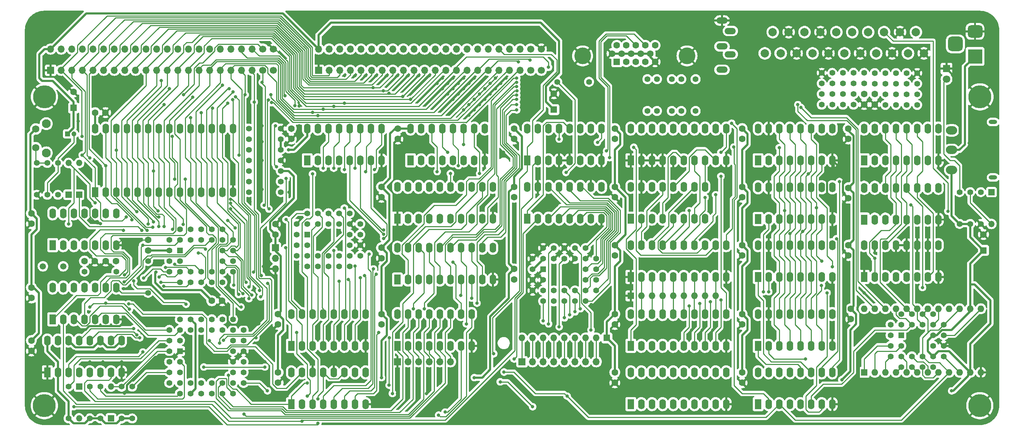
<source format=gbr>
%TF.GenerationSoftware,KiCad,Pcbnew,8.0.4*%
%TF.CreationDate,2024-09-22T18:44:28+01:00*%
%TF.ProjectId,v2a,7632612e-6b69-4636-9164-5f7063625858,rev?*%
%TF.SameCoordinates,Original*%
%TF.FileFunction,Copper,L2,Bot*%
%TF.FilePolarity,Positive*%
%FSLAX46Y46*%
G04 Gerber Fmt 4.6, Leading zero omitted, Abs format (unit mm)*
G04 Created by KiCad (PCBNEW 8.0.4) date 2024-09-22 18:44:28*
%MOMM*%
%LPD*%
G01*
G04 APERTURE LIST*
G04 Aperture macros list*
%AMRoundRect*
0 Rectangle with rounded corners*
0 $1 Rounding radius*
0 $2 $3 $4 $5 $6 $7 $8 $9 X,Y pos of 4 corners*
0 Add a 4 corners polygon primitive as box body*
4,1,4,$2,$3,$4,$5,$6,$7,$8,$9,$2,$3,0*
0 Add four circle primitives for the rounded corners*
1,1,$1+$1,$2,$3*
1,1,$1+$1,$4,$5*
1,1,$1+$1,$6,$7*
1,1,$1+$1,$8,$9*
0 Add four rect primitives between the rounded corners*
20,1,$1+$1,$2,$3,$4,$5,0*
20,1,$1+$1,$4,$5,$6,$7,0*
20,1,$1+$1,$6,$7,$8,$9,0*
20,1,$1+$1,$8,$9,$2,$3,0*%
G04 Aperture macros list end*
%TA.AperFunction,ComponentPad*%
%ADD10C,1.600000*%
%TD*%
%TA.AperFunction,ComponentPad*%
%ADD11R,1.600000X1.600000*%
%TD*%
%TA.AperFunction,ComponentPad*%
%ADD12O,1.600000X1.600000*%
%TD*%
%TA.AperFunction,ComponentPad*%
%ADD13R,1.422400X1.422400*%
%TD*%
%TA.AperFunction,ComponentPad*%
%ADD14C,1.422400*%
%TD*%
%TA.AperFunction,ComponentPad*%
%ADD15R,1.600000X2.400000*%
%TD*%
%TA.AperFunction,ComponentPad*%
%ADD16O,1.600000X2.400000*%
%TD*%
%TA.AperFunction,ComponentPad*%
%ADD17R,3.500000X3.500000*%
%TD*%
%TA.AperFunction,ComponentPad*%
%ADD18RoundRect,0.750000X-1.000000X0.750000X-1.000000X-0.750000X1.000000X-0.750000X1.000000X0.750000X0*%
%TD*%
%TA.AperFunction,ComponentPad*%
%ADD19RoundRect,0.875000X-0.875000X0.875000X-0.875000X-0.875000X0.875000X-0.875000X0.875000X0.875000X0*%
%TD*%
%TA.AperFunction,ComponentPad*%
%ADD20C,4.000000*%
%TD*%
%TA.AperFunction,ComponentPad*%
%ADD21C,1.400000*%
%TD*%
%TA.AperFunction,ComponentPad*%
%ADD22R,1.200000X1.200000*%
%TD*%
%TA.AperFunction,ComponentPad*%
%ADD23C,1.200000*%
%TD*%
%TA.AperFunction,ComponentPad*%
%ADD24R,1.500000X1.500000*%
%TD*%
%TA.AperFunction,ComponentPad*%
%ADD25O,1.500000X1.500000*%
%TD*%
%TA.AperFunction,ComponentPad*%
%ADD26C,5.500000*%
%TD*%
%TA.AperFunction,ComponentPad*%
%ADD27C,1.750000*%
%TD*%
%TA.AperFunction,ComponentPad*%
%ADD28C,2.100000*%
%TD*%
%TA.AperFunction,ComponentPad*%
%ADD29R,1.700000X1.700000*%
%TD*%
%TA.AperFunction,ComponentPad*%
%ADD30O,1.700000X1.700000*%
%TD*%
%TA.AperFunction,ComponentPad*%
%ADD31O,2.700000X2.000000*%
%TD*%
%TA.AperFunction,ComponentPad*%
%ADD32O,2.000000X1.000000*%
%TD*%
%TA.AperFunction,ComponentPad*%
%ADD33C,1.998980*%
%TD*%
%TA.AperFunction,ComponentPad*%
%ADD34R,1.800000X1.800000*%
%TD*%
%TA.AperFunction,ComponentPad*%
%ADD35C,1.800000*%
%TD*%
%TA.AperFunction,ComponentPad*%
%ADD36C,1.700000*%
%TD*%
%TA.AperFunction,ComponentPad*%
%ADD37O,2.700000X1.500000*%
%TD*%
%TA.AperFunction,ComponentPad*%
%ADD38C,1.500000*%
%TD*%
%TA.AperFunction,ViaPad*%
%ADD39C,0.800000*%
%TD*%
%TA.AperFunction,Conductor*%
%ADD40C,0.250000*%
%TD*%
%TA.AperFunction,Conductor*%
%ADD41C,0.500000*%
%TD*%
G04 APERTURE END LIST*
D10*
%TO.P,Cd11,1*%
%TO.N,+5V*%
X100965000Y-127020000D03*
%TO.P,Cd11,2*%
%TO.N,GND*%
X100965000Y-129520000D03*
%TD*%
D11*
%TO.P,U20,1,D7*%
%TO.N,D7*%
X241300000Y-127010000D03*
D12*
%TO.P,U20,2,D6*%
%TO.N,D6*%
X243840000Y-127010000D03*
%TO.P,U20,3,D5*%
%TO.N,D5*%
X246380000Y-127010000D03*
%TO.P,U20,4,D4*%
%TO.N,D4*%
X248920000Y-127010000D03*
%TO.P,U20,5,D3*%
%TO.N,D3*%
X251460000Y-127010000D03*
%TO.P,U20,6,D2*%
%TO.N,D2*%
X254000000Y-127010000D03*
%TO.P,U20,7,D1*%
%TO.N,D1*%
X256540000Y-127010000D03*
%TO.P,U20,8,D0*%
%TO.N,D0*%
X259080000Y-127010000D03*
%TO.P,U20,9,CLK0*%
%TO.N,CLK2*%
X261620000Y-127010000D03*
%TO.P,U20,10,OUT0*%
%TO.N,/Audio/Osc 1*%
X264160000Y-127010000D03*
%TO.P,U20,11,G0*%
%TO.N,+5V*%
X266700000Y-127010000D03*
%TO.P,U20,12,GND*%
%TO.N,GND*%
X269240000Y-127010000D03*
%TO.P,U20,13,OUT1*%
%TO.N,/Audio/Osc 2*%
X269240000Y-111770000D03*
%TO.P,U20,14,G1*%
%TO.N,+5V*%
X266700000Y-111770000D03*
%TO.P,U20,15,CLK1*%
%TO.N,CLK2*%
X264160000Y-111770000D03*
%TO.P,U20,16,G2*%
%TO.N,+5V*%
X261620000Y-111770000D03*
%TO.P,U20,17,OUT2*%
%TO.N,/Audio/Osc 3*%
X259080000Y-111770000D03*
%TO.P,U20,18,CLK2*%
%TO.N,CLK2*%
X256540000Y-111770000D03*
%TO.P,U20,19,A0*%
%TO.N,A0*%
X254000000Y-111770000D03*
%TO.P,U20,20,A1*%
%TO.N,A1*%
X251460000Y-111770000D03*
%TO.P,U20,21,~{CS}*%
%TO.N,/Audio/82c54*%
X248920000Y-111770000D03*
%TO.P,U20,22,~{RD}*%
%TO.N,~{R}{slash}W*%
X246380000Y-111770000D03*
%TO.P,U20,23,~{WR}*%
%TO.N,~{WR}*%
X243840000Y-111770000D03*
%TO.P,U20,24,VCC*%
%TO.N,+5V*%
X241300000Y-111770000D03*
%TD*%
D13*
%TO.P,U5,1,A18*%
%TO.N,GND*%
X107950000Y-93980000D03*
D14*
%TO.P,U5,2,A16*%
%TO.N,~{PAL}{slash}NTSC*%
X105410000Y-96520000D03*
%TO.P,U5,3,A15*%
%TO.N,Net-(U4-Q11)*%
X107950000Y-96520000D03*
%TO.P,U5,4,A12*%
%TO.N,Net-(U4-Q8)*%
X105410000Y-99060000D03*
%TO.P,U5,5,A7*%
%TO.N,Net-(U4-Q3)*%
X107950000Y-101600000D03*
%TO.P,U5,6,A6*%
%TO.N,Net-(U4-Q2)*%
X107950000Y-99060000D03*
%TO.P,U5,7,A5*%
%TO.N,Net-(U4-Q1)*%
X110490000Y-101600000D03*
%TO.P,U5,8,A4*%
%TO.N,Net-(U4-Q0)*%
X110490000Y-99060000D03*
%TO.P,U5,9,A3*%
%TO.N,Net-(U3-Q7)*%
X113030000Y-101600000D03*
%TO.P,U5,10,A2*%
%TO.N,Net-(U3-Q6)*%
X113030000Y-99060000D03*
%TO.P,U5,11,A1*%
%TO.N,AudioMux1*%
X115570000Y-101600000D03*
%TO.P,U5,12,A0*%
%TO.N,AudioMux0*%
X115570000Y-99060000D03*
%TO.P,U5,13,D0*%
%TO.N,Net-(U5-D0)*%
X118110000Y-101600000D03*
%TO.P,U5,14,D1*%
%TO.N,Net-(U5-D1)*%
X120650000Y-99060000D03*
%TO.P,U5,15,D2*%
%TO.N,Net-(U5-D2)*%
X118110000Y-99060000D03*
%TO.P,U5,16,VSS*%
%TO.N,GND*%
X120650000Y-96520000D03*
%TO.P,U5,17,D3*%
%TO.N,Net-(U5-D3)*%
X118110000Y-96520000D03*
%TO.P,U5,18,D4*%
%TO.N,Net-(U5-D4)*%
X120650000Y-93980000D03*
%TO.P,U5,19,D5*%
%TO.N,Net-(U5-D5)*%
X118110000Y-93980000D03*
%TO.P,U5,20,D6*%
%TO.N,Net-(U5-D6)*%
X120650000Y-91440000D03*
%TO.P,U5,21,D7*%
%TO.N,Net-(U5-D7)*%
X118110000Y-88900000D03*
%TO.P,U5,22,~{CE}*%
%TO.N,GND*%
X118110000Y-91440000D03*
%TO.P,U5,23,A10*%
%TO.N,Net-(U4-Q6)*%
X115570000Y-88900000D03*
%TO.P,U5,24,~{OE}*%
%TO.N,GND*%
X115570000Y-91440000D03*
%TO.P,U5,25,A11*%
%TO.N,Net-(U4-Q7)*%
X113030000Y-88900000D03*
%TO.P,U5,26,A9*%
%TO.N,Net-(U4-Q5)*%
X113030000Y-91440000D03*
%TO.P,U5,27,A8*%
%TO.N,Net-(U4-Q4)*%
X110490000Y-88900000D03*
%TO.P,U5,28,A13*%
%TO.N,Net-(U4-Q9)*%
X110490000Y-91440000D03*
%TO.P,U5,29,A14*%
%TO.N,Net-(U4-Q10)*%
X107950000Y-88900000D03*
%TO.P,U5,30,A17*%
%TO.N,GND*%
X105410000Y-91440000D03*
%TO.P,U5,31,~{WE}*%
%TO.N,+5V*%
X107950000Y-91440000D03*
%TO.P,U5,32,VDD*%
X105410000Y-93980000D03*
%TD*%
D10*
%TO.P,Cd4,1*%
%TO.N,+5V*%
X125730000Y-97155000D03*
%TO.P,Cd4,2*%
%TO.N,GND*%
X125730000Y-99655000D03*
%TD*%
%TO.P,C5,1*%
%TO.N,GND*%
X243840000Y-62825000D03*
%TO.P,C5,2*%
%TO.N,Net-(C5-Pad2)*%
X243840000Y-60325000D03*
%TD*%
%TO.P,Cd28,1*%
%TO.N,+5V*%
X212090000Y-82550000D03*
%TO.P,Cd28,2*%
%TO.N,GND*%
X212090000Y-85050000D03*
%TD*%
D15*
%TO.P,U19,1,D2*%
%TO.N,D5*%
X241300000Y-76200000D03*
D16*
%TO.P,U19,2,D3*%
%TO.N,D6*%
X243840000Y-76200000D03*
%TO.P,U19,3,D4*%
%TO.N,D7*%
X246380000Y-76200000D03*
%TO.P,U19,4,Rb*%
%TO.N,AudioMux1*%
X248920000Y-76200000D03*
%TO.P,U19,5,Ra*%
%TO.N,AudioMux0*%
X251460000Y-76200000D03*
%TO.P,U19,6,Q4*%
%TO.N,/Audio/L3*%
X254000000Y-76200000D03*
%TO.P,U19,7,Q3*%
%TO.N,/Audio/L2*%
X256540000Y-76200000D03*
%TO.P,U19,8,GND*%
%TO.N,GND*%
X259080000Y-76200000D03*
%TO.P,U19,9,Q2*%
%TO.N,/Audio/L1*%
X259080000Y-68580000D03*
%TO.P,U19,10,Q1*%
%TO.N,/Audio/L0*%
X256540000Y-68580000D03*
%TO.P,U19,11,~{Er}*%
%TO.N,/Audio/Sout*%
X254000000Y-68580000D03*
%TO.P,U19,12,~{Ew}*%
%TO.N,/Audio/volume*%
X251460000Y-68580000D03*
%TO.P,U19,13,Wb*%
%TO.N,A1*%
X248920000Y-68580000D03*
%TO.P,U19,14,Wa*%
%TO.N,A0*%
X246380000Y-68580000D03*
%TO.P,U19,15,D1*%
%TO.N,D4*%
X243840000Y-68580000D03*
%TO.P,U19,16,VCC*%
%TO.N,+5V*%
X241300000Y-68580000D03*
%TD*%
D17*
%TO.P,J3,1*%
%TO.N,VBUS*%
X267857500Y-51300000D03*
D18*
%TO.P,J3,2*%
%TO.N,GND*%
X267857500Y-45300000D03*
D19*
%TO.P,J3,MP,MountPin*%
%TO.N,unconnected-(J3-MountPin-PadMP)*%
X263157500Y-48300000D03*
%TD*%
D20*
%TO.P,J7,0*%
%TO.N,GND*%
X198890000Y-51181000D03*
X173890000Y-51181000D03*
D11*
%TO.P,J7,1*%
%TO.N,VRed*%
X182075000Y-52601000D03*
D10*
%TO.P,J7,2*%
%TO.N,VGreen*%
X184365000Y-52601000D03*
%TO.P,J7,3*%
%TO.N,VBlue*%
X186655000Y-52601000D03*
%TO.P,J7,4*%
%TO.N,unconnected-(J7-Pad4)*%
X188945000Y-52601000D03*
%TO.P,J7,5*%
%TO.N,GND*%
X191235000Y-52601000D03*
%TO.P,J7,6*%
X180930000Y-50621000D03*
%TO.P,J7,7*%
X183220000Y-50621000D03*
%TO.P,J7,8*%
X185510000Y-50621000D03*
%TO.P,J7,9*%
X187800000Y-50621000D03*
%TO.P,J7,10*%
X190090000Y-50621000D03*
%TO.P,J7,11*%
%TO.N,unconnected-(J7-Pad11)*%
X182075000Y-48641000D03*
%TO.P,J7,12*%
%TO.N,unconnected-(J7-Pad12)*%
X184365000Y-48641000D03*
%TO.P,J7,13*%
%TO.N,~{HSync}*%
X186655000Y-48641000D03*
%TO.P,J7,14*%
%TO.N,~{VSync}*%
X188945000Y-48641000D03*
%TO.P,J7,15*%
%TO.N,unconnected-(J7-Pad15)*%
X191235000Y-48641000D03*
%TD*%
D21*
%TO.P,R25,1*%
%TO.N,Net-(R20-Pad1)*%
X236220000Y-55245000D03*
%TO.P,R25,2*%
%TO.N,Net-(R21-Pad1)*%
X236220000Y-57785000D03*
%TD*%
%TO.P,R10,1*%
%TO.N,A12*%
X93980000Y-76200000D03*
%TO.P,R10,2*%
%TO.N,GND*%
X101600000Y-76200000D03*
%TD*%
D15*
%TO.P,U18,1,D2*%
%TO.N,D1*%
X241300000Y-90407000D03*
D16*
%TO.P,U18,2,D3*%
%TO.N,D2*%
X243840000Y-90407000D03*
%TO.P,U18,3,D4*%
%TO.N,D3*%
X246380000Y-90407000D03*
%TO.P,U18,4,Rb*%
%TO.N,AudioMux1*%
X248920000Y-90407000D03*
%TO.P,U18,5,Ra*%
%TO.N,AudioMux0*%
X251460000Y-90407000D03*
%TO.P,U18,6,Q4*%
%TO.N,/Audio/R3*%
X254000000Y-90407000D03*
%TO.P,U18,7,Q3*%
%TO.N,/Audio/R2*%
X256540000Y-90407000D03*
%TO.P,U18,8,GND*%
%TO.N,GND*%
X259080000Y-90407000D03*
%TO.P,U18,9,Q2*%
%TO.N,/Audio/R1*%
X259080000Y-82787000D03*
%TO.P,U18,10,Q1*%
%TO.N,/Audio/R0*%
X256540000Y-82787000D03*
%TO.P,U18,11,~{Er}*%
%TO.N,/Audio/Sout*%
X254000000Y-82787000D03*
%TO.P,U18,12,~{Ew}*%
%TO.N,/Audio/volume*%
X251460000Y-82787000D03*
%TO.P,U18,13,Wb*%
%TO.N,A1*%
X248920000Y-82787000D03*
%TO.P,U18,14,Wa*%
%TO.N,A0*%
X246380000Y-82787000D03*
%TO.P,U18,15,D1*%
%TO.N,D0*%
X243840000Y-82787000D03*
%TO.P,U18,16,VCC*%
%TO.N,+5V*%
X241300000Y-82787000D03*
%TD*%
D10*
%TO.P,Cd32,1*%
%TO.N,+5V*%
X212090000Y-127000000D03*
%TO.P,Cd32,2*%
%TO.N,GND*%
X212090000Y-129500000D03*
%TD*%
D21*
%TO.P,R7,1*%
%TO.N,Net-(C2-Pad1)*%
X54610000Y-102870000D03*
%TO.P,R7,2*%
%TO.N,Net-(C3-Pad1)*%
X62230000Y-102870000D03*
%TD*%
D22*
%TO.P,C1,1*%
%TO.N,+5V*%
X50570000Y-69850000D03*
D23*
%TO.P,C1,2*%
%TO.N,Net-(C1-Pad2)*%
X52070000Y-69850000D03*
%TD*%
D21*
%TO.P,R11,1*%
%TO.N,A13*%
X93980000Y-73660000D03*
%TO.P,R11,2*%
%TO.N,+5V*%
X101600000Y-73660000D03*
%TD*%
%TO.P,R16,1*%
%TO.N,/Video/bit 1*%
X195240000Y-64372000D03*
%TO.P,R16,2*%
%TO.N,VGreen*%
X195240000Y-56752000D03*
%TD*%
%TO.P,R24,1*%
%TO.N,Net-(R19-Pad1)*%
X233680000Y-55245000D03*
%TO.P,R24,2*%
%TO.N,Net-(R20-Pad1)*%
X233680000Y-57785000D03*
%TD*%
D11*
%TO.P,RN2,1,common*%
%TO.N,+5V*%
X179705000Y-118745000D03*
D12*
%TO.P,RN2,2,R1*%
%TO.N,/IO/KeyOUT 0*%
X177165000Y-118745000D03*
%TO.P,RN2,3,R2*%
%TO.N,/IO/KeyOUT 1*%
X174625000Y-118745000D03*
%TO.P,RN2,4,R3*%
%TO.N,/IO/KeyOUT 2*%
X172085000Y-118745000D03*
%TO.P,RN2,5,R4*%
%TO.N,/IO/KeyOUT 3*%
X169545000Y-118745000D03*
%TO.P,RN2,6,R5*%
%TO.N,/IO/KeyOUT 4*%
X167005000Y-118745000D03*
%TO.P,RN2,7,R6*%
%TO.N,/IO/KeyOUT 5*%
X164465000Y-118745000D03*
%TO.P,RN2,8,R7*%
%TO.N,/IO/KeyOUT 6*%
X161925000Y-118745000D03*
%TO.P,RN2,9,R8*%
%TO.N,/IO/KeyOUT 7*%
X159385000Y-118745000D03*
%TD*%
D21*
%TO.P,R9,1*%
%TO.N,A11*%
X93980000Y-78740000D03*
%TO.P,R9,2*%
%TO.N,+5V*%
X101600000Y-78740000D03*
%TD*%
D24*
%TO.P,D4,1,K*%
%TO.N,Net-(D4-K)*%
X53340000Y-84455000D03*
D25*
%TO.P,D4,2,A*%
%TO.N,ROM DISABLE*%
X53340000Y-76835000D03*
%TD*%
D26*
%TO.P,H2,1,1*%
%TO.N,GND*%
X45000000Y-135000000D03*
%TD*%
D15*
%TO.P,U3,1,Q1*%
%TO.N,CLK2*%
X104140000Y-134640000D03*
D16*
%TO.P,U3,2,Q2*%
%TO.N,CLK4*%
X106680000Y-134640000D03*
%TO.P,U3,3,Q3*%
%TO.N,CLK8*%
X109220000Y-134640000D03*
%TO.P,U3,4,Q4*%
%TO.N,AudioMux0*%
X111760000Y-134640000D03*
%TO.P,U3,5,Q5*%
%TO.N,AudioMux1*%
X114300000Y-134640000D03*
%TO.P,U3,6,Q6*%
%TO.N,Net-(U3-Q6)*%
X116840000Y-134640000D03*
%TO.P,U3,7,Q7*%
%TO.N,Net-(U3-Q7)*%
X119380000Y-134640000D03*
%TO.P,U3,8,GND*%
%TO.N,GND*%
X121920000Y-134640000D03*
%TO.P,U3,9,~{RCO}*%
%TO.N,unconnected-(U3-~{RCO}-Pad9)*%
X121920000Y-127020000D03*
%TO.P,U3,10,~{MRC}*%
%TO.N,+5V*%
X119380000Y-127020000D03*
%TO.P,U3,11,CPC*%
%TO.N,CLK0*%
X116840000Y-127020000D03*
%TO.P,U3,12,~{CE}*%
%TO.N,GND*%
X114300000Y-127020000D03*
%TO.P,U3,13,CPR*%
%TO.N,CLK0*%
X111760000Y-127020000D03*
%TO.P,U3,14,~{OE}*%
%TO.N,GND*%
X109220000Y-127020000D03*
%TO.P,U3,15,Q0*%
%TO.N,CLK1*%
X106680000Y-127020000D03*
%TO.P,U3,16,VCC*%
%TO.N,+5V*%
X104140000Y-127020000D03*
%TD*%
D15*
%TO.P,U16,1,E*%
%TO.N,~{OscWr}*%
X215900000Y-134620000D03*
D16*
%TO.P,U16,2,A0*%
%TO.N,A3*%
X218440000Y-134620000D03*
%TO.P,U16,3,A1*%
%TO.N,CLK2*%
X220980000Y-134620000D03*
%TO.P,U16,4,O0*%
%TO.N,unconnected-(U16A-O0-Pad4)*%
X223520000Y-134620000D03*
%TO.P,U16,5,O1*%
%TO.N,unconnected-(U16A-O1-Pad5)*%
X226060000Y-134620000D03*
%TO.P,U16,6,O2*%
%TO.N,/Audio/82c54*%
X228600000Y-134620000D03*
%TO.P,U16,7,O3*%
%TO.N,/Audio/volume*%
X231140000Y-134620000D03*
%TO.P,U16,8,GND*%
%TO.N,GND*%
X233680000Y-134620000D03*
%TO.P,U16,9,O3*%
%TO.N,/Audio/wave 4*%
X233680000Y-127000000D03*
%TO.P,U16,10,O2*%
%TO.N,/Audio/wave 3*%
X231140000Y-127000000D03*
%TO.P,U16,11,O1*%
%TO.N,/Audio/wave 2*%
X228600000Y-127000000D03*
%TO.P,U16,12,O0*%
%TO.N,/Audio/wave 1*%
X226060000Y-127000000D03*
%TO.P,U16,13,A1*%
%TO.N,A1*%
X223520000Y-127000000D03*
%TO.P,U16,14,A0*%
%TO.N,A0*%
X220980000Y-127000000D03*
%TO.P,U16,15,E*%
%TO.N,~{VolWr}*%
X218440000Y-127000000D03*
%TO.P,U16,16,VCC*%
%TO.N,+5V*%
X215900000Y-127000000D03*
%TD*%
D21*
%TO.P,R39,1*%
%TO.N,~{Sync}*%
X167808000Y-57387000D03*
%TO.P,R39,2*%
%TO.N,Net-(J4-P19)*%
X175428000Y-57387000D03*
%TD*%
%TO.P,R34,1*%
%TO.N,Net-(R29-Pad1)*%
X248920000Y-55295000D03*
%TO.P,R34,2*%
%TO.N,Net-(R30-Pad1)*%
X248920000Y-57835000D03*
%TD*%
D10*
%TO.P,C3,2*%
%TO.N,GND*%
X59690000Y-100330000D03*
%TO.P,C3,1*%
%TO.N,Net-(C3-Pad1)*%
X62190000Y-100330000D03*
%TD*%
D15*
%TO.P,U7,1,A0*%
%TO.N,CLK2*%
X160655000Y-76200000D03*
D16*
%TO.P,U7,2,A1*%
%TO.N,CLK4*%
X163195000Y-76200000D03*
%TO.P,U7,3,A2*%
%TO.N,CLK8*%
X165735000Y-76200000D03*
%TO.P,U7,4,~{E0}*%
%TO.N,GND*%
X168275000Y-76200000D03*
%TO.P,U7,5,~{E1}*%
X170815000Y-76200000D03*
%TO.P,U7,6,E2*%
%TO.N,CLK1*%
X173355000Y-76200000D03*
%TO.P,U7,7,~{Y7}*%
%TO.N,~{PalGet}*%
X175895000Y-76200000D03*
%TO.P,U7,8,GND*%
%TO.N,GND*%
X178435000Y-76200000D03*
%TO.P,U7,9,~{Y6}*%
%TO.N,~{RegTick}*%
X178435000Y-68580000D03*
%TO.P,U7,10,~{Y5}*%
%TO.N,/Video/~{Y5}*%
X175895000Y-68580000D03*
%TO.P,U7,11,~{Y4}*%
%TO.N,/Video/~{Y4}*%
X173355000Y-68580000D03*
%TO.P,U7,12,~{Y3}*%
%TO.N,~{ChrGet}*%
X170815000Y-68580000D03*
%TO.P,U7,13,~{Y2}*%
%TO.N,~{PalPush}*%
X168275000Y-68580000D03*
%TO.P,U7,14,~{Y1}*%
%TO.N,/Video/~{Y1}*%
X165735000Y-68580000D03*
%TO.P,U7,15,~{Y0}*%
%TO.N,/Video/~{Y0}*%
X163195000Y-68580000D03*
%TO.P,U7,16,VCC*%
%TO.N,+5V*%
X160655000Y-68580000D03*
%TD*%
D21*
%TO.P,R2,1*%
%TO.N,R{slash}~{W}*%
X101600000Y-83820000D03*
%TO.P,R2,2*%
%TO.N,+5V*%
X93980000Y-83820000D03*
%TD*%
D27*
%TO.P,SW1,2,2*%
%TO.N,+5V*%
X42976000Y-68672000D03*
%TO.P,SW1,1,1*%
%TO.N,Net-(R4-Pad1)*%
X42976000Y-73172000D03*
D28*
%TO.P,SW1,*%
%TO.N,*%
X45466000Y-67412000D03*
X45466000Y-74422000D03*
%TD*%
D21*
%TO.P,R22,1*%
%TO.N,Net-(C4-Pad2)*%
X238760000Y-60325000D03*
%TO.P,R22,2*%
%TO.N,/Audio/L3*%
X238760000Y-62865000D03*
%TD*%
%TO.P,R5,1*%
%TO.N,Net-(R4-Pad1)*%
X45720000Y-76835000D03*
%TO.P,R5,2*%
%TO.N,Net-(C1-Pad2)*%
X45720000Y-84455000D03*
%TD*%
D29*
%TO.P,J2,1,Pin_1*%
%TO.N,/IO/KeyOUT 7*%
X159385000Y-124460000D03*
D30*
%TO.P,J2,2,Pin_2*%
%TO.N,/IO/KeyOUT 6*%
X161925000Y-124460000D03*
%TO.P,J2,3,Pin_3*%
%TO.N,/IO/KeyOUT 5*%
X164465000Y-124460000D03*
%TO.P,J2,4,Pin_4*%
%TO.N,/IO/KeyOUT 4*%
X167005000Y-124460000D03*
%TO.P,J2,5,Pin_5*%
%TO.N,/IO/KeyOUT 3*%
X169545000Y-124460000D03*
%TO.P,J2,6,Pin_6*%
%TO.N,/IO/KeyOUT 2*%
X172085000Y-124460000D03*
%TO.P,J2,7,Pin_7*%
%TO.N,/IO/KeyOUT 1*%
X174625000Y-124460000D03*
%TO.P,J2,8,Pin_8*%
%TO.N,/IO/KeyOUT 0*%
X177165000Y-124460000D03*
%TD*%
D21*
%TO.P,R15,1*%
%TO.N,/Video/bit 1*%
X191684000Y-64372000D03*
%TO.P,R15,2*%
%TO.N,VBlue*%
X191684000Y-56752000D03*
%TD*%
%TO.P,R6,1*%
%TO.N,Net-(C1-Pad2)*%
X48260000Y-76835000D03*
%TO.P,R6,2*%
%TO.N,Net-(R6-Pad2)*%
X48260000Y-84455000D03*
%TD*%
%TO.P,R32,1*%
%TO.N,GND*%
X254000000Y-55295000D03*
%TO.P,R32,2*%
%TO.N,Net-(R28-Pad1)*%
X254000000Y-57835000D03*
%TD*%
D31*
%TO.P,SW2,3,C*%
%TO.N,unconnected-(SW2-C-Pad3)*%
X262255000Y-69010000D03*
%TO.P,SW2,2,B*%
%TO.N,VBUS*%
X262255000Y-73710000D03*
%TO.P,SW2,1,A*%
%TO.N,+5V*%
X262255000Y-78510000D03*
D32*
%TO.P,SW2,*%
%TO.N,*%
X272155000Y-67010000D03*
X272155000Y-80310000D03*
%TD*%
D21*
%TO.P,R38,1*%
%TO.N,+5V*%
X266700000Y-91440000D03*
%TO.P,R38,2*%
%TO.N,Net-(D6-A)*%
X266700000Y-83820000D03*
%TD*%
D10*
%TO.P,Cd27,1*%
%TO.N,+5V*%
X41910000Y-88900000D03*
%TO.P,Cd27,2*%
%TO.N,GND*%
X41910000Y-91400000D03*
%TD*%
D21*
%TO.P,R21,1*%
%TO.N,Net-(R21-Pad1)*%
X236220000Y-60325000D03*
%TO.P,R21,2*%
%TO.N,/Audio/L2*%
X236220000Y-62865000D03*
%TD*%
D10*
%TO.P,Cd1,1*%
%TO.N,+5V*%
X181610000Y-113030000D03*
%TO.P,Cd1,2*%
%TO.N,GND*%
X181610000Y-115530000D03*
%TD*%
D21*
%TO.P,R3,1*%
%TO.N,~{NMI}*%
X58420000Y-130412000D03*
%TO.P,R3,2*%
%TO.N,+5V*%
X58420000Y-138032000D03*
%TD*%
D15*
%TO.P,U15,1,OE*%
%TO.N,GND*%
X185420000Y-76200000D03*
D16*
%TO.P,U15,2,D0*%
X187960000Y-76200000D03*
%TO.P,U15,3,D1*%
X190500000Y-76200000D03*
%TO.P,U15,4,D2*%
X193040000Y-76200000D03*
%TO.P,U15,5,D3*%
X195580000Y-76200000D03*
%TO.P,U15,6,D4*%
%TO.N,Net-(U14-Za)*%
X198120000Y-76200000D03*
%TO.P,U15,7,D5*%
%TO.N,Net-(U14-Zb)*%
X200660000Y-76200000D03*
%TO.P,U15,8,D6*%
%TO.N,Net-(U14-Zc)*%
X203200000Y-76200000D03*
%TO.P,U15,9,D7*%
%TO.N,Net-(U14-Zd)*%
X205740000Y-76200000D03*
%TO.P,U15,10,GND*%
%TO.N,GND*%
X208280000Y-76200000D03*
%TO.P,U15,11,Cp*%
%TO.N,~{CLK1}*%
X208280000Y-68580000D03*
%TO.P,U15,12,Q7*%
%TO.N,/Video/bit 3*%
X205740000Y-68580000D03*
%TO.P,U15,13,Q6*%
%TO.N,/Video/bit 2*%
X203200000Y-68580000D03*
%TO.P,U15,14,Q5*%
%TO.N,/Video/bit 1*%
X200660000Y-68580000D03*
%TO.P,U15,15,Q4*%
%TO.N,/Video/bit 0*%
X198120000Y-68580000D03*
%TO.P,U15,16,Q3*%
%TO.N,unconnected-(U15-Q3-Pad16)*%
X195580000Y-68580000D03*
%TO.P,U15,17,Q2*%
%TO.N,unconnected-(U15-Q2-Pad17)*%
X193040000Y-68580000D03*
%TO.P,U15,18,Q1*%
%TO.N,unconnected-(U15-Q1-Pad18)*%
X190500000Y-68580000D03*
%TO.P,U15,19,Q0*%
%TO.N,unconnected-(U15-Q0-Pad19)*%
X187960000Y-68580000D03*
%TO.P,U15,20,VCC*%
%TO.N,+5V*%
X185420000Y-68580000D03*
%TD*%
D10*
%TO.P,Cd15,1*%
%TO.N,+5V*%
X41910000Y-119380000D03*
%TO.P,Cd15,2*%
%TO.N,GND*%
X41910000Y-121880000D03*
%TD*%
%TO.P,Cd30,1*%
%TO.N,+5V*%
X212090000Y-68580000D03*
%TO.P,Cd30,2*%
%TO.N,GND*%
X212090000Y-71080000D03*
%TD*%
D15*
%TO.P,U17,1,Ea*%
%TO.N,GND*%
X241300000Y-104140000D03*
D16*
%TO.P,U17,2,S1*%
%TO.N,AudioMux1*%
X243840000Y-104140000D03*
%TO.P,U17,3,I3a*%
%TO.N,/Audio/Ch4*%
X246380000Y-104140000D03*
%TO.P,U17,4,I2a*%
%TO.N,/Audio/Ch3*%
X248920000Y-104140000D03*
%TO.P,U17,5,I1a*%
%TO.N,/Audio/Ch2*%
X251460000Y-104140000D03*
%TO.P,U17,6,I0a*%
%TO.N,/Audio/Ch1*%
X254000000Y-104140000D03*
%TO.P,U17,7,Za*%
%TO.N,/Audio/Sout*%
X256540000Y-104140000D03*
%TO.P,U17,8,GND*%
%TO.N,GND*%
X259080000Y-104140000D03*
%TO.P,U17,9,Zb*%
%TO.N,unconnected-(U17-Zb-Pad9)*%
X259080000Y-96520000D03*
%TO.P,U17,10,I0b*%
%TO.N,GND*%
X256540000Y-96520000D03*
%TO.P,U17,11,I1b*%
X254000000Y-96520000D03*
%TO.P,U17,12,I2b*%
X251460000Y-96520000D03*
%TO.P,U17,13,I3b*%
X248920000Y-96520000D03*
%TO.P,U17,14,S0*%
%TO.N,AudioMux0*%
X246380000Y-96520000D03*
%TO.P,U17,15,Eb*%
%TO.N,GND*%
X243840000Y-96520000D03*
%TO.P,U17,16,VCC*%
%TO.N,+5V*%
X241300000Y-96520000D03*
%TD*%
D10*
%TO.P,C2,2*%
%TO.N,GND*%
X57110000Y-100330000D03*
%TO.P,C2,1*%
%TO.N,Net-(C2-Pad1)*%
X54610000Y-100330000D03*
%TD*%
%TO.P,Cd9,1*%
%TO.N,+5V*%
X212090000Y-96520000D03*
%TO.P,Cd9,2*%
%TO.N,GND*%
X212090000Y-99020000D03*
%TD*%
%TO.P,Cd29,1*%
%TO.N,+5V*%
X157480000Y-68580000D03*
%TO.P,Cd29,2*%
%TO.N,GND*%
X157480000Y-71080000D03*
%TD*%
D21*
%TO.P,R1,1*%
%TO.N,RDY*%
X55880000Y-130412000D03*
%TO.P,R1,2*%
%TO.N,+5V*%
X55880000Y-138032000D03*
%TD*%
%TO.P,R28,1*%
%TO.N,Net-(R28-Pad1)*%
X254000000Y-60375000D03*
%TO.P,R28,2*%
%TO.N,/Audio/R0*%
X254000000Y-62915000D03*
%TD*%
D10*
%TO.P,Cd19,1*%
%TO.N,+5V*%
X104140000Y-68580000D03*
%TO.P,Cd19,2*%
%TO.N,GND*%
X104140000Y-71080000D03*
%TD*%
D21*
%TO.P,R14,1*%
%TO.N,/Video/bit 0*%
X189398000Y-64372000D03*
%TO.P,R14,2*%
%TO.N,VBlue*%
X189398000Y-56752000D03*
%TD*%
D10*
%TO.P,Cd2,1*%
%TO.N,+5V*%
X181610000Y-127000000D03*
%TO.P,Cd2,2*%
%TO.N,GND*%
X181610000Y-129500000D03*
%TD*%
D15*
%TO.P,U32,1,~{Mr}*%
%TO.N,~{VP}*%
X129540000Y-104775000D03*
D16*
%TO.P,U32,2,Q0*%
%TO.N,B0*%
X132080000Y-104775000D03*
%TO.P,U32,3,D0*%
%TO.N,D0*%
X134620000Y-104775000D03*
%TO.P,U32,4,D1*%
%TO.N,D1*%
X137160000Y-104775000D03*
%TO.P,U32,5,Q1*%
%TO.N,B1*%
X139700000Y-104775000D03*
%TO.P,U32,6,Q2*%
%TO.N,B2*%
X142240000Y-104775000D03*
%TO.P,U32,7,D2*%
%TO.N,D2*%
X144780000Y-104775000D03*
%TO.P,U32,8,D3*%
%TO.N,D3*%
X147320000Y-104775000D03*
%TO.P,U32,9,Q3*%
%TO.N,B3*%
X149860000Y-104775000D03*
%TO.P,U32,10,GND*%
%TO.N,GND*%
X152400000Y-104775000D03*
%TO.P,U32,11,Cp*%
%TO.N,/IO/BANK*%
X152400000Y-97155000D03*
%TO.P,U32,12,Q4*%
%TO.N,B4*%
X149860000Y-97155000D03*
%TO.P,U32,13,D4*%
%TO.N,D4*%
X147320000Y-97155000D03*
%TO.P,U32,14,D5*%
%TO.N,D5*%
X144780000Y-97155000D03*
%TO.P,U32,15,Q5*%
%TO.N,B5*%
X142240000Y-97155000D03*
%TO.P,U32,16,Q6*%
%TO.N,B6*%
X139700000Y-97155000D03*
%TO.P,U32,17,D6*%
%TO.N,D6*%
X137160000Y-97155000D03*
%TO.P,U32,18,D7*%
%TO.N,D7*%
X134620000Y-97155000D03*
%TO.P,U32,19,Q7*%
%TO.N,B7*%
X132080000Y-97155000D03*
%TO.P,U32,20,VCC*%
%TO.N,+5V*%
X129540000Y-97155000D03*
%TD*%
D11*
%TO.P,C7,1*%
%TO.N,+5V*%
X167005000Y-64047380D03*
D10*
%TO.P,C7,2*%
%TO.N,GND*%
X167005000Y-60237380D03*
%TD*%
%TO.P,Cd13,1*%
%TO.N,+5V*%
X41910000Y-106680000D03*
%TO.P,Cd13,2*%
%TO.N,GND*%
X41910000Y-109180000D03*
%TD*%
D11*
%TO.P,C6,1*%
%TO.N,+5V*%
X269875000Y-97790000D03*
D10*
%TO.P,C6,2*%
%TO.N,GND*%
X269875000Y-93980000D03*
%TD*%
D24*
%TO.P,D1,1,K*%
%TO.N,BusDriver*%
X53340000Y-130412000D03*
D25*
%TO.P,D1,2,A*%
%TO.N,RDY*%
X53340000Y-138032000D03*
%TD*%
D15*
%TO.P,U24,1,~{PL}*%
%TO.N,/Audio/wave 3*%
X215900000Y-90270000D03*
D16*
%TO.P,U24,2,CP*%
%TO.N,/Audio/Osc 3*%
X218440000Y-90270000D03*
%TO.P,U24,3,D4*%
%TO.N,D4*%
X220980000Y-90270000D03*
%TO.P,U24,4,D5*%
%TO.N,D5*%
X223520000Y-90270000D03*
%TO.P,U24,5,D6*%
%TO.N,D6*%
X226060000Y-90270000D03*
%TO.P,U24,6,D7*%
%TO.N,D7*%
X228600000Y-90270000D03*
%TO.P,U24,7,~{Q7}*%
%TO.N,/Audio/Ch3*%
X231140000Y-90270000D03*
%TO.P,U24,8,GND*%
%TO.N,GND*%
X233680000Y-90270000D03*
%TO.P,U24,9,Q7*%
%TO.N,Net-(U24-DS)*%
X233680000Y-82650000D03*
%TO.P,U24,10,DS*%
X231140000Y-82650000D03*
%TO.P,U24,11,D0*%
%TO.N,D0*%
X228600000Y-82650000D03*
%TO.P,U24,12,D1*%
%TO.N,D1*%
X226060000Y-82650000D03*
%TO.P,U24,13,D2*%
%TO.N,D2*%
X223520000Y-82650000D03*
%TO.P,U24,14,D3*%
%TO.N,D3*%
X220980000Y-82650000D03*
%TO.P,U24,15,~{CE}*%
%TO.N,GND*%
X218440000Y-82650000D03*
%TO.P,U24,16,VCC*%
%TO.N,+5V*%
X215900000Y-82650000D03*
%TD*%
D15*
%TO.P,U14,1,S*%
%TO.N,Net-(U13-Q7)*%
X185420000Y-90170000D03*
D16*
%TO.P,U14,2,I0a*%
%TO.N,/Video/Pa0*%
X187960000Y-90170000D03*
%TO.P,U14,3,I1a*%
%TO.N,/Video/Pb0*%
X190500000Y-90170000D03*
%TO.P,U14,4,Za*%
%TO.N,Net-(U14-Za)*%
X193040000Y-90170000D03*
%TO.P,U14,5,I0b*%
%TO.N,/Video/Pa1*%
X195580000Y-90170000D03*
%TO.P,U14,6,I1b*%
%TO.N,/Video/Pb1*%
X198120000Y-90170000D03*
%TO.P,U14,7,Zb*%
%TO.N,Net-(U14-Zb)*%
X200660000Y-90170000D03*
%TO.P,U14,8,GND*%
%TO.N,GND*%
X203200000Y-90170000D03*
%TO.P,U14,9,Zc*%
%TO.N,Net-(U14-Zc)*%
X203200000Y-82550000D03*
%TO.P,U14,10,I1c*%
%TO.N,/Video/Pb2*%
X200660000Y-82550000D03*
%TO.P,U14,11,I0c*%
%TO.N,/Video/Pa2*%
X198120000Y-82550000D03*
%TO.P,U14,12,Zd*%
%TO.N,Net-(U14-Zd)*%
X195580000Y-82550000D03*
%TO.P,U14,13,I1d*%
%TO.N,/Video/Pb3*%
X193040000Y-82550000D03*
%TO.P,U14,14,I0d*%
%TO.N,/Video/Pa3*%
X190500000Y-82550000D03*
%TO.P,U14,15,E*%
%TO.N,GND*%
X187960000Y-82550000D03*
%TO.P,U14,16,VCC*%
%TO.N,+5V*%
X185420000Y-82550000D03*
%TD*%
D29*
%TO.P,J9,1,Pin_1*%
%TO.N,+5V*%
X100330000Y-97155000D03*
D30*
%TO.P,J9,2,Pin_2*%
%TO.N,~{PAL}{slash}NTSC*%
X100330000Y-99695000D03*
%TO.P,J9,3,Pin_3*%
%TO.N,GND*%
X100330000Y-102235000D03*
%TD*%
D21*
%TO.P,R36,1*%
%TO.N,RIGHT*%
X243840000Y-55295000D03*
%TO.P,R36,2*%
%TO.N,Net-(C5-Pad2)*%
X243840000Y-57835000D03*
%TD*%
D11*
%TO.P,RN1,1,common*%
%TO.N,GND*%
X185420000Y-108685000D03*
D12*
%TO.P,RN1,2,R1*%
%TO.N,Net-(RN1-R1)*%
X187960000Y-108685000D03*
%TO.P,RN1,3,R2*%
%TO.N,Net-(RN1-R2)*%
X190500000Y-108685000D03*
%TO.P,RN1,4,R3*%
%TO.N,Net-(RN1-R3)*%
X193040000Y-108685000D03*
%TO.P,RN1,5,R4*%
%TO.N,Net-(RN1-R4)*%
X195580000Y-108685000D03*
%TO.P,RN1,6,R5*%
%TO.N,Net-(RN1-R5)*%
X198120000Y-108685000D03*
%TO.P,RN1,7,R6*%
%TO.N,Net-(RN1-R6)*%
X200660000Y-108685000D03*
%TO.P,RN1,8,R7*%
%TO.N,Net-(RN1-R7)*%
X203200000Y-108685000D03*
%TO.P,RN1,9,R8*%
%TO.N,Net-(RN1-R8)*%
X205740000Y-108685000D03*
%TD*%
D26*
%TO.P,H4,1,1*%
%TO.N,GND*%
X269000000Y-135000000D03*
%TD*%
D21*
%TO.P,R29,1*%
%TO.N,Net-(R29-Pad1)*%
X251460000Y-60375000D03*
%TO.P,R29,2*%
%TO.N,/Audio/R1*%
X251460000Y-62915000D03*
%TD*%
D10*
%TO.P,Cd20,1*%
%TO.N,+5V*%
X238125000Y-111780000D03*
%TO.P,Cd20,2*%
%TO.N,GND*%
X238125000Y-114280000D03*
%TD*%
D21*
%TO.P,R44,1*%
%TO.N,Net-(U1-\u03D51)*%
X66040000Y-130429000D03*
%TO.P,R44,2*%
%TO.N,+5V*%
X66040000Y-138049000D03*
%TD*%
D13*
%TO.P,U21,1,NC*%
%TO.N,unconnected-(U21-NC-Pad1)*%
X250190000Y-118110000D03*
D14*
%TO.P,U21,2,D7*%
%TO.N,D7*%
X247650000Y-120650000D03*
%TO.P,U21,3,D6*%
%TO.N,D6*%
X250190000Y-120650000D03*
%TO.P,U21,4,D5*%
%TO.N,D5*%
X247650000Y-123190000D03*
%TO.P,U21,5,D4*%
%TO.N,D4*%
X250190000Y-125730000D03*
%TO.P,U21,6,D3*%
%TO.N,D3*%
X250190000Y-123190000D03*
%TO.P,U21,7,D2*%
%TO.N,D2*%
X252730000Y-125730000D03*
%TO.P,U21,8,D1*%
%TO.N,D1*%
X252730000Y-123190000D03*
%TO.P,U21,9,D0*%
%TO.N,D0*%
X255270000Y-125730000D03*
%TO.P,U21,10,CLK0*%
%TO.N,CLK2*%
X255270000Y-123190000D03*
%TO.P,U21,11,NC*%
%TO.N,unconnected-(U21-NC-Pad11)*%
X257810000Y-125730000D03*
%TO.P,U21,12,OUT0*%
%TO.N,/Audio/Osc 1*%
X260350000Y-123190000D03*
%TO.P,U21,13,G0*%
%TO.N,+5V*%
X257810000Y-123190000D03*
%TO.P,U21,14,GND*%
%TO.N,GND*%
X260350000Y-120650000D03*
%TO.P,U21,15,NC*%
%TO.N,unconnected-(U21-NC-Pad15)*%
X257810000Y-120650000D03*
%TO.P,U21,16,OUT1*%
%TO.N,/Audio/Osc 2*%
X260350000Y-118110000D03*
%TO.P,U21,17,G1*%
%TO.N,+5V*%
X257810000Y-118110000D03*
%TO.P,U21,18,CLK1*%
%TO.N,CLK2*%
X260350000Y-115570000D03*
%TO.P,U21,19,G2*%
%TO.N,+5V*%
X257810000Y-113030000D03*
%TO.P,U21,20,OUT2*%
%TO.N,/Audio/Osc 3*%
X257810000Y-115570000D03*
%TO.P,U21,21,CLK2*%
%TO.N,CLK2*%
X255270000Y-113030000D03*
%TO.P,U21,22,A0*%
%TO.N,A0*%
X255270000Y-115570000D03*
%TO.P,U21,23,A1*%
%TO.N,A1*%
X252730000Y-113030000D03*
%TO.P,U21,24,~{CS}*%
%TO.N,/Audio/82c54*%
X252730000Y-115570000D03*
%TO.P,U21,25,NC*%
%TO.N,unconnected-(U21-NC-Pad25)*%
X250190000Y-113030000D03*
%TO.P,U21,26,~{RD}*%
%TO.N,~{R}{slash}W*%
X247650000Y-115570000D03*
%TO.P,U21,27,~{WR}*%
%TO.N,~{WR}*%
X250190000Y-115570000D03*
%TO.P,U21,28,VCC*%
%TO.N,+5V*%
X247650000Y-118110000D03*
%TD*%
D26*
%TO.P,H3,1,1*%
%TO.N,GND*%
X269030000Y-61000000D03*
%TD*%
D10*
%TO.P,C4,1*%
%TO.N,GND*%
X241300000Y-62825000D03*
%TO.P,C4,2*%
%TO.N,Net-(C4-Pad2)*%
X241300000Y-60325000D03*
%TD*%
D21*
%TO.P,R37,2*%
%TO.N,Net-(D4-K)*%
X69850000Y-100330000D03*
%TO.P,R37,1*%
%TO.N,~{CART}*%
X69850000Y-107950000D03*
%TD*%
D24*
%TO.P,D2,1,K*%
%TO.N,Net-(D2-K)*%
X60960000Y-138049000D03*
D25*
%TO.P,D2,2,A*%
%TO.N,~{RESET}*%
X60960000Y-130429000D03*
%TD*%
D15*
%TO.P,U23,1,~{PL}*%
%TO.N,/Audio/wave 2*%
X215900000Y-104140000D03*
D16*
%TO.P,U23,2,CP*%
%TO.N,/Audio/Osc 2*%
X218440000Y-104140000D03*
%TO.P,U23,3,D4*%
%TO.N,D4*%
X220980000Y-104140000D03*
%TO.P,U23,4,D5*%
%TO.N,D5*%
X223520000Y-104140000D03*
%TO.P,U23,5,D6*%
%TO.N,D6*%
X226060000Y-104140000D03*
%TO.P,U23,6,D7*%
%TO.N,D7*%
X228600000Y-104140000D03*
%TO.P,U23,7,~{Q7}*%
%TO.N,/Audio/Ch2*%
X231140000Y-104140000D03*
%TO.P,U23,8,GND*%
%TO.N,GND*%
X233680000Y-104140000D03*
%TO.P,U23,9,Q7*%
%TO.N,Net-(U23-DS)*%
X233680000Y-96520000D03*
%TO.P,U23,10,DS*%
X231140000Y-96520000D03*
%TO.P,U23,11,D0*%
%TO.N,D0*%
X228600000Y-96520000D03*
%TO.P,U23,12,D1*%
%TO.N,D1*%
X226060000Y-96520000D03*
%TO.P,U23,13,D2*%
%TO.N,D2*%
X223520000Y-96520000D03*
%TO.P,U23,14,D3*%
%TO.N,D3*%
X220980000Y-96520000D03*
%TO.P,U23,15,~{CE}*%
%TO.N,GND*%
X218440000Y-96520000D03*
%TO.P,U23,16,VCC*%
%TO.N,+5V*%
X215900000Y-96520000D03*
%TD*%
D10*
%TO.P,Cd31,1*%
%TO.N,+5V*%
X100330000Y-93980000D03*
%TO.P,Cd31,2*%
%TO.N,GND*%
X100330000Y-91480000D03*
%TD*%
D21*
%TO.P,R41,1*%
%TO.N,+5V*%
X264160000Y-91440000D03*
%TO.P,R41,2*%
%TO.N,Net-(D3-A)*%
X264160000Y-83820000D03*
%TD*%
D11*
%TO.P,C8,1*%
%TO.N,+5V*%
X52000000Y-63635000D03*
D10*
%TO.P,C8,2*%
%TO.N,GND*%
X52000000Y-59825000D03*
%TD*%
D15*
%TO.P,U28,1,A14*%
%TO.N,A14*%
X57150000Y-83820000D03*
D16*
%TO.P,U28,2,A12*%
%TO.N,A12*%
X59690000Y-83820000D03*
%TO.P,U28,3,A7*%
%TO.N,A7*%
X62230000Y-83820000D03*
%TO.P,U28,4,A6*%
%TO.N,A6*%
X64770000Y-83820000D03*
%TO.P,U28,5,A5*%
%TO.N,A5*%
X67310000Y-83820000D03*
%TO.P,U28,6,A4*%
%TO.N,A4*%
X69850000Y-83820000D03*
%TO.P,U28,7,A3*%
%TO.N,A3*%
X72390000Y-83820000D03*
%TO.P,U28,8,A2*%
%TO.N,A2*%
X74930000Y-83820000D03*
%TO.P,U28,9,A1*%
%TO.N,A1*%
X77470000Y-83820000D03*
%TO.P,U28,10,A0*%
%TO.N,A0*%
X80010000Y-83820000D03*
%TO.P,U28,11,Q0*%
%TO.N,D0*%
X82550000Y-83820000D03*
%TO.P,U28,12,Q1*%
%TO.N,D1*%
X85090000Y-83820000D03*
%TO.P,U28,13,Q2*%
%TO.N,D2*%
X87630000Y-83820000D03*
%TO.P,U28,14,GND*%
%TO.N,GND*%
X90170000Y-83820000D03*
%TO.P,U28,15,Q3*%
%TO.N,D3*%
X90170000Y-68580000D03*
%TO.P,U28,16,Q4*%
%TO.N,D4*%
X87630000Y-68580000D03*
%TO.P,U28,17,Q5*%
%TO.N,D5*%
X85090000Y-68580000D03*
%TO.P,U28,18,Q6*%
%TO.N,D6*%
X82550000Y-68580000D03*
%TO.P,U28,19,Q7*%
%TO.N,D7*%
X80010000Y-68580000D03*
%TO.P,U28,20,~{CS}*%
%TO.N,A15*%
X77470000Y-68580000D03*
%TO.P,U28,21,A10*%
%TO.N,A10*%
X74930000Y-68580000D03*
%TO.P,U28,22,~{OE}*%
%TO.N,~{RAMRD}*%
X72390000Y-68580000D03*
%TO.P,U28,23,A11*%
%TO.N,A11*%
X69850000Y-68580000D03*
%TO.P,U28,24,A9*%
%TO.N,A9*%
X67310000Y-68580000D03*
%TO.P,U28,25,A8*%
%TO.N,A8*%
X64770000Y-68580000D03*
%TO.P,U28,26,A13*%
%TO.N,A13*%
X62230000Y-68580000D03*
%TO.P,U28,27,~{WE}*%
%TO.N,~{WR}*%
X59690000Y-68580000D03*
%TO.P,U28,28,VCC*%
%TO.N,+5V*%
X57150000Y-68580000D03*
%TD*%
D15*
%TO.P,U10,1,Q1*%
%TO.N,A1*%
X107950000Y-76200000D03*
D16*
%TO.P,U10,2,Q2*%
%TO.N,A2*%
X110490000Y-76200000D03*
%TO.P,U10,3,Q3*%
%TO.N,A3*%
X113030000Y-76200000D03*
%TO.P,U10,4,Q4*%
%TO.N,A4*%
X115570000Y-76200000D03*
%TO.P,U10,5,Q5*%
%TO.N,/Video/Y0*%
X118110000Y-76200000D03*
%TO.P,U10,6,Q6*%
%TO.N,/Video/Y1*%
X120650000Y-76200000D03*
%TO.P,U10,7,Q7*%
%TO.N,/Video/Y2*%
X123190000Y-76200000D03*
%TO.P,U10,8,GND*%
%TO.N,GND*%
X125730000Y-76200000D03*
%TO.P,U10,9,~{RCO}*%
%TO.N,Net-(U10-~{RCO})*%
X125730000Y-68580000D03*
%TO.P,U10,10,~{MRC}*%
%TO.N,~{VReset}*%
X123190000Y-68580000D03*
%TO.P,U10,11,CPC*%
%TO.N,~{RegTick}*%
X120650000Y-68580000D03*
%TO.P,U10,12,~{CE}*%
%TO.N,BusDriver*%
X118110000Y-68580000D03*
%TO.P,U10,13,CPR*%
%TO.N,~{RegTick}*%
X115570000Y-68580000D03*
%TO.P,U10,14,~{OE}*%
%TO.N,BusDriver*%
X113030000Y-68580000D03*
%TO.P,U10,15,Q0*%
%TO.N,A0*%
X110490000Y-68580000D03*
%TO.P,U10,16,VCC*%
%TO.N,+5V*%
X107950000Y-68580000D03*
%TD*%
D10*
%TO.P,Cd25,1*%
%TO.N,+5V*%
X125730000Y-113030000D03*
%TO.P,Cd25,2*%
%TO.N,GND*%
X125730000Y-115530000D03*
%TD*%
D21*
%TO.P,R43,1*%
%TO.N,~{RESET}*%
X63500000Y-130450000D03*
%TO.P,R43,2*%
%TO.N,+5V*%
X63500000Y-138070000D03*
%TD*%
D33*
%TO.P,J4,1,P1*%
%TO.N,/Ports/SCARTRIGHT*%
X217513000Y-50559640D03*
%TO.P,J4,2,P2*%
%TO.N,unconnected-(J4-P2-Pad2)*%
X219418000Y-45479640D03*
%TO.P,J4,3,P3*%
%TO.N,/Ports/SCARTLEFT*%
X221323000Y-50559640D03*
%TO.P,J4,4,P4*%
%TO.N,GND*%
X223228000Y-45479640D03*
%TO.P,J4,5,P5*%
X225133000Y-50559640D03*
%TO.P,J4,6,P6*%
%TO.N,unconnected-(J4-P6-Pad6)*%
X227038000Y-45479640D03*
%TO.P,J4,7,P7*%
%TO.N,VBlue*%
X228943000Y-50559640D03*
%TO.P,J4,8,P8*%
%TO.N,GND*%
X230848000Y-45479640D03*
%TO.P,J4,9,P9*%
X232753000Y-50559640D03*
%TO.P,J4,10,P10*%
%TO.N,unconnected-(J4-P10-Pad10)*%
X234658000Y-45479640D03*
%TO.P,J4,11,P11*%
%TO.N,VGreen*%
X236563000Y-50559640D03*
%TO.P,J4,12,P12*%
%TO.N,unconnected-(J4-P12-Pad12)*%
X238468000Y-45479640D03*
%TO.P,J4,13,P13*%
%TO.N,GND*%
X240373000Y-50559640D03*
%TO.P,J4,14,P14*%
%TO.N,unconnected-(J4-P14-Pad14)*%
X242278000Y-45479640D03*
%TO.P,J4,15,P15*%
%TO.N,VRed*%
X244183000Y-50559640D03*
%TO.P,J4,16,P16*%
%TO.N,Net-(D6-K)*%
X246088000Y-45479640D03*
%TO.P,J4,17,P17*%
%TO.N,GND*%
X247993000Y-50559640D03*
%TO.P,J4,18,P18*%
X249898000Y-45479640D03*
%TO.P,J4,19,P19*%
%TO.N,Net-(J4-P19)*%
X251803000Y-50559640D03*
%TO.P,J4,20,P20*%
%TO.N,unconnected-(J4-P20-Pad20)*%
X253708000Y-45479640D03*
%TO.P,J4,21,P21*%
%TO.N,GND*%
X255613000Y-50559640D03*
%TD*%
D13*
%TO.P,U8,1,A18*%
%TO.N,GND*%
X164465000Y-102335000D03*
D14*
%TO.P,U8,2,A16*%
X161925000Y-104875000D03*
%TO.P,U8,3,A15*%
X164465000Y-104875000D03*
%TO.P,U8,4,A12*%
X161925000Y-107415000D03*
%TO.P,U8,5,A7*%
%TO.N,D4*%
X164465000Y-109955000D03*
%TO.P,U8,6,A6*%
%TO.N,/Video/Y2*%
X164465000Y-107415000D03*
%TO.P,U8,7,A5*%
%TO.N,/Video/Y1*%
X167005000Y-109955000D03*
%TO.P,U8,8,A4*%
%TO.N,/Video/Y0*%
X167005000Y-107415000D03*
%TO.P,U8,9,A3*%
%TO.N,D3*%
X169545000Y-109955000D03*
%TO.P,U8,10,A2*%
%TO.N,D2*%
X169545000Y-107415000D03*
%TO.P,U8,11,A1*%
%TO.N,D1*%
X172085000Y-109955000D03*
%TO.P,U8,12,A0*%
%TO.N,D0*%
X172085000Y-107415000D03*
%TO.P,U8,13,D0*%
%TO.N,Net-(U13-D0)*%
X174625000Y-109955000D03*
%TO.P,U8,14,D1*%
%TO.N,Net-(U13-D1)*%
X177165000Y-107415000D03*
%TO.P,U8,15,D2*%
%TO.N,Net-(U13-D2)*%
X174625000Y-107415000D03*
%TO.P,U8,16,VSS*%
%TO.N,GND*%
X177165000Y-104875000D03*
%TO.P,U8,17,D3*%
%TO.N,Net-(U13-D3)*%
X174625000Y-104875000D03*
%TO.P,U8,18,D4*%
%TO.N,Net-(U13-D4)*%
X177165000Y-102335000D03*
%TO.P,U8,19,D5*%
%TO.N,Net-(U13-D5)*%
X174625000Y-102335000D03*
%TO.P,U8,20,D6*%
%TO.N,Net-(U13-D6)*%
X177165000Y-99795000D03*
%TO.P,U8,21,D7*%
%TO.N,Net-(U13-D7)*%
X174625000Y-97255000D03*
%TO.P,U8,22,~{CE}*%
%TO.N,GND*%
X174625000Y-99795000D03*
%TO.P,U8,23,A10*%
%TO.N,D7*%
X172085000Y-97255000D03*
%TO.P,U8,24,~{OE}*%
%TO.N,GND*%
X172085000Y-99795000D03*
%TO.P,U8,25,A11*%
X169545000Y-97255000D03*
%TO.P,U8,26,A9*%
%TO.N,D6*%
X169545000Y-99795000D03*
%TO.P,U8,27,A8*%
%TO.N,D5*%
X167005000Y-97255000D03*
%TO.P,U8,28,A13*%
%TO.N,GND*%
X167005000Y-99795000D03*
%TO.P,U8,29,A14*%
X164465000Y-97255000D03*
%TO.P,U8,30,A17*%
X161925000Y-99795000D03*
%TO.P,U8,31,~{WE}*%
%TO.N,+5V*%
X164465000Y-99795000D03*
%TO.P,U8,32,VDD*%
X161925000Y-102335000D03*
%TD*%
D15*
%TO.P,U22,1,~{PL}*%
%TO.N,/Audio/wave 1*%
X215900000Y-120650000D03*
D16*
%TO.P,U22,2,CP*%
%TO.N,/Audio/Osc 1*%
X218440000Y-120650000D03*
%TO.P,U22,3,D4*%
%TO.N,D4*%
X220980000Y-120650000D03*
%TO.P,U22,4,D5*%
%TO.N,D5*%
X223520000Y-120650000D03*
%TO.P,U22,5,D6*%
%TO.N,D6*%
X226060000Y-120650000D03*
%TO.P,U22,6,D7*%
%TO.N,D7*%
X228600000Y-120650000D03*
%TO.P,U22,7,~{Q7}*%
%TO.N,/Audio/Ch1*%
X231140000Y-120650000D03*
%TO.P,U22,8,GND*%
%TO.N,GND*%
X233680000Y-120650000D03*
%TO.P,U22,9,Q7*%
%TO.N,Net-(U22-DS)*%
X233680000Y-113030000D03*
%TO.P,U22,10,DS*%
X231140000Y-113030000D03*
%TO.P,U22,11,D0*%
%TO.N,D0*%
X228600000Y-113030000D03*
%TO.P,U22,12,D1*%
%TO.N,D1*%
X226060000Y-113030000D03*
%TO.P,U22,13,D2*%
%TO.N,D2*%
X223520000Y-113030000D03*
%TO.P,U22,14,D3*%
%TO.N,D3*%
X220980000Y-113030000D03*
%TO.P,U22,15,~{CE}*%
%TO.N,GND*%
X218440000Y-113030000D03*
%TO.P,U22,16,VCC*%
%TO.N,+5V*%
X215900000Y-113030000D03*
%TD*%
D15*
%TO.P,U26,1*%
%TO.N,VPixel*%
X46990000Y-114300000D03*
D16*
%TO.P,U26,2*%
%TO.N,CLK4*%
X49530000Y-114300000D03*
%TO.P,U26,3*%
%TO.N,BusDriver*%
X52070000Y-114300000D03*
%TO.P,U26,4*%
%TO.N,~{R}{slash}W*%
X54610000Y-114300000D03*
%TO.P,U26,5*%
%TO.N,CLK2*%
X57150000Y-114300000D03*
%TO.P,U26,6*%
%TO.N,~{WR}*%
X59690000Y-114300000D03*
%TO.P,U26,7,GND*%
%TO.N,GND*%
X62230000Y-114300000D03*
%TO.P,U26,8*%
%TO.N,~{CART}*%
X62230000Y-106680000D03*
%TO.P,U26,9*%
%TO.N,A15*%
X59690000Y-106680000D03*
%TO.P,U26,10*%
%TO.N,CLK2*%
X57150000Y-106680000D03*
%TO.P,U26,11*%
%TO.N,Net-(C3-Pad1)*%
X54610000Y-106680000D03*
%TO.P,U26,12*%
%TO.N,Net-(C2-Pad1)*%
X52070000Y-106680000D03*
%TO.P,U26,13*%
X49530000Y-106680000D03*
%TO.P,U26,14,VCC*%
%TO.N,+5V*%
X46990000Y-106680000D03*
%TD*%
D13*
%TO.P,U1,1,VSS*%
%TO.N,GND*%
X77470000Y-121920000D03*
D14*
%TO.P,U1,2,~{VP}*%
%TO.N,~{VP}*%
X74930000Y-124460000D03*
%TO.P,U1,3,RDY*%
%TO.N,RDY*%
X77470000Y-124460000D03*
%TO.P,U1,4,\u03D51*%
%TO.N,Net-(U1-\u03D51)*%
X74930000Y-127000000D03*
%TO.P,U1,5,~{IRQ}*%
%TO.N,~{VIrq}*%
X77470000Y-127000000D03*
%TO.P,U1,6,~{ML}*%
%TO.N,unconnected-(U1-~{ML}-Pad6)*%
X74930000Y-129540000D03*
%TO.P,U1,7,~{NMI}*%
%TO.N,~{NMI}*%
X77470000Y-132080000D03*
%TO.P,U1,8,SYNC*%
%TO.N,unconnected-(U1-SYNC-Pad8)*%
X77470000Y-129540000D03*
%TO.P,U1,9,VDD*%
%TO.N,+5V*%
X80010000Y-132080000D03*
%TO.P,U1,10,A0*%
%TO.N,A0*%
X80010000Y-129540000D03*
%TO.P,U1,11,A1*%
%TO.N,A1*%
X82550000Y-132080000D03*
%TO.P,U1,12,nc*%
%TO.N,unconnected-(U1-nc-Pad12)*%
X82550000Y-129540000D03*
%TO.P,U1,13,A2*%
%TO.N,A2*%
X85090000Y-132080000D03*
%TO.P,U1,14,A3*%
%TO.N,A3*%
X85090000Y-129540000D03*
%TO.P,U1,15,A4*%
%TO.N,A4*%
X87630000Y-132080000D03*
%TO.P,U1,16,A5*%
%TO.N,A5*%
X87630000Y-129540000D03*
%TO.P,U1,17,A6*%
%TO.N,A6*%
X90170000Y-132080000D03*
%TO.P,U1,18,A7*%
%TO.N,A7*%
X92710000Y-129540000D03*
%TO.P,U1,19,A8*%
%TO.N,A8*%
X90170000Y-129540000D03*
%TO.P,U1,20,A9*%
%TO.N,A9*%
X92710000Y-127000000D03*
%TO.P,U1,21,A10*%
%TO.N,A10*%
X90170000Y-127000000D03*
%TO.P,U1,22,A11*%
%TO.N,A11*%
X92710000Y-124460000D03*
%TO.P,U1,23,VSS*%
%TO.N,GND*%
X90170000Y-124460000D03*
%TO.P,U1,24,VSS*%
X92710000Y-121920000D03*
%TO.P,U1,25,A12*%
%TO.N,A12*%
X90170000Y-121920000D03*
%TO.P,U1,26,A13*%
%TO.N,A13*%
X92710000Y-119380000D03*
%TO.P,U1,27,A14*%
%TO.N,A14*%
X90170000Y-119380000D03*
%TO.P,U1,28,A15*%
%TO.N,A15*%
X92710000Y-116840000D03*
%TO.P,U1,29,D7*%
%TO.N,D7*%
X90170000Y-114300000D03*
%TO.P,U1,30,D6*%
%TO.N,D6*%
X90170000Y-116840000D03*
%TO.P,U1,31,D5*%
%TO.N,D5*%
X87630000Y-114300000D03*
%TO.P,U1,32,D4*%
%TO.N,D4*%
X87630000Y-116840000D03*
%TO.P,U1,33,D3*%
%TO.N,D3*%
X85090000Y-114300000D03*
%TO.P,U1,34,D2*%
%TO.N,D2*%
X85090000Y-116840000D03*
%TO.P,U1,35,D1*%
%TO.N,D1*%
X82550000Y-114300000D03*
%TO.P,U1,36,D0*%
%TO.N,D0*%
X82550000Y-116840000D03*
%TO.P,U1,37,VDD*%
%TO.N,+5V*%
X80010000Y-114300000D03*
%TO.P,U1,38,R/~{W}*%
%TO.N,R{slash}~{W}*%
X80010000Y-116840000D03*
%TO.P,U1,39,nc*%
%TO.N,unconnected-(U1-nc-Pad39)*%
X77470000Y-114300000D03*
%TO.P,U1,40,BE*%
%TO.N,BusDriver*%
X74930000Y-116840000D03*
%TO.P,U1,41,\u03D50*%
%TO.N,CLK2*%
X77470000Y-116840000D03*
%TO.P,U1,42,~{SO}*%
%TO.N,Net-(U1-~{SO})*%
X74930000Y-119380000D03*
%TO.P,U1,43,\u03D52O*%
%TO.N,unconnected-(U1-\u03D52O-Pad43)*%
X77470000Y-119380000D03*
%TO.P,U1,44,~{RES}*%
%TO.N,~{RESET}*%
X74930000Y-121920000D03*
%TD*%
D29*
%TO.P,J1,1,Pin_1*%
%TO.N,GND*%
X129540000Y-124460000D03*
D30*
%TO.P,J1,2,Pin_2*%
%TO.N,/IO/KeyIN 0*%
X132080000Y-124460000D03*
%TO.P,J1,3,Pin_3*%
%TO.N,/IO/KeyIN 1*%
X134620000Y-124460000D03*
%TO.P,J1,4,Pin_4*%
%TO.N,/IO/KeyIN 2*%
X137160000Y-124460000D03*
%TO.P,J1,5,Pin_5*%
%TO.N,/IO/KeyIN 3*%
X139700000Y-124460000D03*
%TO.P,J1,6,Pin_6*%
%TO.N,/IO/KeyIN 4*%
X142240000Y-124460000D03*
%TD*%
D34*
%TO.P,D3,1,K*%
%TO.N,GND*%
X261030000Y-54225000D03*
D35*
%TO.P,D3,2,A*%
%TO.N,Net-(D3-A)*%
X261030000Y-56765000D03*
%TD*%
D15*
%TO.P,U31,1,G1*%
%TO.N,A7*%
X185420000Y-134620000D03*
D16*
%TO.P,U31,2,A0*%
%TO.N,/IO/KeyOUT 7*%
X187960000Y-134620000D03*
%TO.P,U31,3,A1*%
%TO.N,/IO/KeyOUT 6*%
X190500000Y-134620000D03*
%TO.P,U31,4,A2*%
%TO.N,/IO/KeyOUT 5*%
X193040000Y-134620000D03*
%TO.P,U31,5,A3*%
%TO.N,/IO/KeyOUT 4*%
X195580000Y-134620000D03*
%TO.P,U31,6,A4*%
%TO.N,/IO/KeyOUT 3*%
X198120000Y-134620000D03*
%TO.P,U31,7,A5*%
%TO.N,/IO/KeyOUT 2*%
X200660000Y-134620000D03*
%TO.P,U31,8,A6*%
%TO.N,/IO/KeyOUT 1*%
X203200000Y-134620000D03*
%TO.P,U31,9,A7*%
%TO.N,/IO/KeyOUT 0*%
X205740000Y-134620000D03*
%TO.P,U31,10,GND*%
%TO.N,GND*%
X208280000Y-134620000D03*
%TO.P,U31,11,Y7*%
%TO.N,D0*%
X208280000Y-127000000D03*
%TO.P,U31,12,Y6*%
%TO.N,D1*%
X205740000Y-127000000D03*
%TO.P,U31,13,Y5*%
%TO.N,D2*%
X203200000Y-127000000D03*
%TO.P,U31,14,Y4*%
%TO.N,D3*%
X200660000Y-127000000D03*
%TO.P,U31,15,Y3*%
%TO.N,D4*%
X198120000Y-127000000D03*
%TO.P,U31,16,Y2*%
%TO.N,D5*%
X195580000Y-127000000D03*
%TO.P,U31,17,Y1*%
%TO.N,D6*%
X193040000Y-127000000D03*
%TO.P,U31,18,Y0*%
%TO.N,D7*%
X190500000Y-127000000D03*
%TO.P,U31,19,G2*%
%TO.N,~{IO}*%
X187960000Y-127000000D03*
%TO.P,U31,20,VCC*%
%TO.N,+5V*%
X185420000Y-127000000D03*
%TD*%
D21*
%TO.P,R35,1*%
%TO.N,Net-(R30-Pad1)*%
X246380000Y-55295000D03*
%TO.P,R35,2*%
%TO.N,Net-(C5-Pad2)*%
X246380000Y-57835000D03*
%TD*%
%TO.P,R12,1*%
%TO.N,A14*%
X93980000Y-71120000D03*
%TO.P,R12,2*%
%TO.N,+5V*%
X101600000Y-71120000D03*
%TD*%
%TO.P,R17,1*%
%TO.N,/Video/bit 2*%
X197526000Y-64372000D03*
%TO.P,R17,2*%
%TO.N,VGreen*%
X197526000Y-56752000D03*
%TD*%
%TO.P,R20,1*%
%TO.N,Net-(R20-Pad1)*%
X233721000Y-60325000D03*
%TO.P,R20,2*%
%TO.N,/Audio/L1*%
X233721000Y-62865000D03*
%TD*%
D13*
%TO.P,U29,1,A18*%
%TO.N,B3*%
X77470000Y-97790000D03*
D14*
%TO.P,U29,2,A16*%
%TO.N,B1*%
X74930000Y-100330000D03*
%TO.P,U29,3,A15*%
%TO.N,B0*%
X77470000Y-100330000D03*
%TO.P,U29,4,A12*%
%TO.N,A12*%
X74930000Y-102870000D03*
%TO.P,U29,5,A7*%
%TO.N,A7*%
X77470000Y-105410000D03*
%TO.P,U29,6,A6*%
%TO.N,A6*%
X77470000Y-102870000D03*
%TO.P,U29,7,A5*%
%TO.N,A5*%
X80010000Y-105410000D03*
%TO.P,U29,8,A4*%
%TO.N,A4*%
X80010000Y-102870000D03*
%TO.P,U29,9,A3*%
%TO.N,A3*%
X82550000Y-105410000D03*
%TO.P,U29,10,A2*%
%TO.N,A2*%
X82550000Y-102870000D03*
%TO.P,U29,11,A1*%
%TO.N,A1*%
X85090000Y-105410000D03*
%TO.P,U29,12,A0*%
%TO.N,A0*%
X85090000Y-102870000D03*
%TO.P,U29,13,D0*%
%TO.N,D0*%
X87630000Y-105410000D03*
%TO.P,U29,14,D1*%
%TO.N,D1*%
X90170000Y-102870000D03*
%TO.P,U29,15,D2*%
%TO.N,D2*%
X87630000Y-102870000D03*
%TO.P,U29,16,VSS*%
%TO.N,GND*%
X90170000Y-100330000D03*
%TO.P,U29,17,D3*%
%TO.N,D3*%
X87630000Y-100330000D03*
%TO.P,U29,18,D4*%
%TO.N,D4*%
X90170000Y-97790000D03*
%TO.P,U29,19,D5*%
%TO.N,D5*%
X87630000Y-97790000D03*
%TO.P,U29,20,D6*%
%TO.N,D6*%
X90170000Y-95250000D03*
%TO.P,U29,21,D7*%
%TO.N,D7*%
X87630000Y-92710000D03*
%TO.P,U29,22,~{CE}*%
%TO.N,Net-(D4-K)*%
X87630000Y-95250000D03*
%TO.P,U29,23,A10*%
%TO.N,A10*%
X85090000Y-92710000D03*
%TO.P,U29,24,~{OE}*%
%TO.N,~{R}{slash}W*%
X85090000Y-95250000D03*
%TO.P,U29,25,A11*%
%TO.N,A11*%
X82550000Y-92710000D03*
%TO.P,U29,26,A9*%
%TO.N,A9*%
X82550000Y-95250000D03*
%TO.P,U29,27,A8*%
%TO.N,A8*%
X80010000Y-92710000D03*
%TO.P,U29,28,A13*%
%TO.N,A13*%
X80010000Y-95250000D03*
%TO.P,U29,29,A14*%
%TO.N,A14*%
X77470000Y-92710000D03*
%TO.P,U29,30,A17*%
%TO.N,B2*%
X74930000Y-95250000D03*
%TO.P,U29,31,~{WE}*%
%TO.N,~{WR}*%
X77470000Y-95250000D03*
%TO.P,U29,32,VDD*%
%TO.N,+5V*%
X74930000Y-97790000D03*
%TD*%
D10*
%TO.P,Cd26,1*%
%TO.N,+5V*%
X181610000Y-96520000D03*
%TO.P,Cd26,2*%
%TO.N,GND*%
X181610000Y-99020000D03*
%TD*%
D15*
%TO.P,U30,1,A0*%
%TO.N,A4*%
X129518000Y-120650000D03*
D16*
%TO.P,U30,2,A1*%
%TO.N,A5*%
X132058000Y-120650000D03*
%TO.P,U30,3,A2*%
%TO.N,A6*%
X134598000Y-120650000D03*
%TO.P,U30,4,~{E0}*%
%TO.N,A15*%
X137138000Y-120650000D03*
%TO.P,U30,5,~{E1}*%
%TO.N,RAM*%
X139678000Y-120650000D03*
%TO.P,U30,6,E2*%
%TO.N,CLK2*%
X142218000Y-120650000D03*
%TO.P,U30,7,~{Y7}*%
%TO.N,~{VolWr}*%
X144758000Y-120650000D03*
%TO.P,U30,8,GND*%
%TO.N,GND*%
X147298000Y-120650000D03*
%TO.P,U30,9,~{Y6}*%
%TO.N,~{OscWr}*%
X147298000Y-113030000D03*
%TO.P,U30,10,~{Y5}*%
%TO.N,/IO/BANK*%
X144758000Y-113030000D03*
%TO.P,U30,11,~{Y4}*%
%TO.N,/IO/KeyIN 4*%
X142218000Y-113030000D03*
%TO.P,U30,12,~{Y3}*%
%TO.N,/IO/KeyIN 3*%
X139678000Y-113030000D03*
%TO.P,U30,13,~{Y2}*%
%TO.N,/IO/KeyIN 2*%
X137138000Y-113030000D03*
%TO.P,U30,14,~{Y1}*%
%TO.N,/IO/KeyIN 1*%
X134598000Y-113030000D03*
%TO.P,U30,15,~{Y0}*%
%TO.N,/IO/KeyIN 0*%
X132058000Y-113030000D03*
%TO.P,U30,16,VCC*%
%TO.N,+5V*%
X129518000Y-113030000D03*
%TD*%
D29*
%TO.P,J6,1,Pin_1*%
%TO.N,GND*%
X110648000Y-54610000D03*
D30*
%TO.P,J6,2,Pin_2*%
%TO.N,+5V*%
X110648000Y-49530000D03*
%TO.P,J6,3,Pin_3*%
%TO.N,A15*%
X113188000Y-54610000D03*
%TO.P,J6,4,Pin_4*%
%TO.N,D7*%
X113188000Y-49530000D03*
%TO.P,J6,5,Pin_5*%
%TO.N,A14*%
X115728000Y-54610000D03*
%TO.P,J6,6,Pin_6*%
%TO.N,D6*%
X115728000Y-49530000D03*
%TO.P,J6,7,Pin_7*%
%TO.N,A13*%
X118268000Y-54610000D03*
%TO.P,J6,8,Pin_8*%
%TO.N,D5*%
X118268000Y-49530000D03*
%TO.P,J6,9,Pin_9*%
%TO.N,A12*%
X120808000Y-54610000D03*
%TO.P,J6,10,Pin_10*%
%TO.N,D4*%
X120808000Y-49530000D03*
%TO.P,J6,11,Pin_11*%
%TO.N,A11*%
X123348000Y-54610000D03*
%TO.P,J6,12,Pin_12*%
%TO.N,D3*%
X123348000Y-49530000D03*
%TO.P,J6,13,Pin_13*%
%TO.N,A10*%
X125888000Y-54610000D03*
%TO.P,J6,14,Pin_14*%
%TO.N,D2*%
X125888000Y-49530000D03*
%TO.P,J6,15,Pin_15*%
%TO.N,A9*%
X128428000Y-54610000D03*
%TO.P,J6,16,Pin_16*%
%TO.N,D1*%
X128428000Y-49530000D03*
%TO.P,J6,17,Pin_17*%
%TO.N,A8*%
X130968000Y-54610000D03*
%TO.P,J6,18,Pin_18*%
%TO.N,D0*%
X130968000Y-49530000D03*
%TO.P,J6,19,Pin_19*%
%TO.N,A7*%
X133508000Y-54610000D03*
%TO.P,J6,20,Pin_20*%
%TO.N,B7*%
X133508000Y-49530000D03*
%TO.P,J6,21,Pin_21*%
%TO.N,A6*%
X136048000Y-54610000D03*
%TO.P,J6,22,Pin_22*%
%TO.N,B6*%
X136048000Y-49530000D03*
%TO.P,J6,23,Pin_23*%
%TO.N,A5*%
X138588000Y-54610000D03*
%TO.P,J6,24,Pin_24*%
%TO.N,B5*%
X138588000Y-49530000D03*
%TO.P,J6,25,Pin_25*%
%TO.N,A4*%
X141128000Y-54610000D03*
%TO.P,J6,26,Pin_26*%
%TO.N,B4*%
X141128000Y-49530000D03*
%TO.P,J6,27,Pin_27*%
%TO.N,A3*%
X143668000Y-54610000D03*
%TO.P,J6,28,Pin_28*%
%TO.N,B3*%
X143668000Y-49530000D03*
%TO.P,J6,29,Pin_29*%
%TO.N,A2*%
X146208000Y-54610000D03*
%TO.P,J6,30,Pin_30*%
%TO.N,B2*%
X146208000Y-49530000D03*
%TO.P,J6,31,Pin_31*%
%TO.N,A1*%
X148748000Y-54610000D03*
%TO.P,J6,32,Pin_32*%
%TO.N,B1*%
X148748000Y-49530000D03*
%TO.P,J6,33,Pin_33*%
%TO.N,A0*%
X151288000Y-54610000D03*
%TO.P,J6,34,Pin_34*%
%TO.N,B0*%
X151288000Y-49530000D03*
%TO.P,J6,35,Pin_35*%
%TO.N,~{CART}*%
X153828000Y-54610000D03*
%TO.P,J6,36,Pin_36*%
%TO.N,CLK2*%
X153828000Y-49530000D03*
%TO.P,J6,37,Pin_37*%
%TO.N,~{NMI}*%
X156368000Y-54610000D03*
%TO.P,J6,38,Pin_38*%
%TO.N,~{R}{slash}W*%
X156368000Y-49530000D03*
%TO.P,J6,39,Pin_39*%
%TO.N,~{RESET}*%
X158908000Y-54610000D03*
%TO.P,J6,40,Pin_40*%
%TO.N,~{WR}*%
X158908000Y-49530000D03*
D36*
%TO.P,J6,41,Pin_41*%
%TO.N,~{B7}*%
X161448000Y-54610000D03*
%TO.P,J6,42,Pin_42*%
%TO.N,unconnected-(J6-Pin_42-Pad42)*%
X161448000Y-49530000D03*
%TO.P,J6,43,Pin_43*%
%TO.N,unconnected-(J6-Pin_43-Pad43)*%
X163988000Y-54610000D03*
%TO.P,J6,44,Pin_44*%
%TO.N,GND*%
X163988000Y-49530000D03*
%TD*%
D10*
%TO.P,Cd16,1*%
%TO.N,+5V*%
X212090000Y-113030000D03*
%TO.P,Cd16,2*%
%TO.N,GND*%
X212090000Y-115530000D03*
%TD*%
D21*
%TO.P,R40,1*%
%TO.N,Net-(D6-K)*%
X269240000Y-83820000D03*
%TO.P,R40,2*%
%TO.N,GND*%
X269240000Y-91440000D03*
%TD*%
D10*
%TO.P,Cd14,1*%
%TO.N,+5V*%
X85090000Y-109855000D03*
%TO.P,Cd14,2*%
%TO.N,GND*%
X87590000Y-109855000D03*
%TD*%
D15*
%TO.P,U4,1,Q11*%
%TO.N,Net-(U4-Q11)*%
X104140000Y-120650000D03*
D16*
%TO.P,U4,2,Q5*%
%TO.N,Net-(U4-Q5)*%
X106680000Y-120650000D03*
%TO.P,U4,3,Q4*%
%TO.N,Net-(U4-Q4)*%
X109220000Y-120650000D03*
%TO.P,U4,4,Q6*%
%TO.N,Net-(U4-Q6)*%
X111760000Y-120650000D03*
%TO.P,U4,5,Q3*%
%TO.N,Net-(U4-Q3)*%
X114300000Y-120650000D03*
%TO.P,U4,6,Q2*%
%TO.N,Net-(U4-Q2)*%
X116840000Y-120650000D03*
%TO.P,U4,7,Q1*%
%TO.N,Net-(U4-Q1)*%
X119380000Y-120650000D03*
%TO.P,U4,8,VSS*%
%TO.N,GND*%
X121920000Y-120650000D03*
%TO.P,U4,9,Q0*%
%TO.N,Net-(U4-Q0)*%
X121920000Y-113030000D03*
%TO.P,U4,10,CLK*%
%TO.N,Net-(U3-Q7)*%
X119380000Y-113030000D03*
%TO.P,U4,11,Reset*%
%TO.N,VReset*%
X116840000Y-113030000D03*
%TO.P,U4,12,Q8*%
%TO.N,Net-(U4-Q8)*%
X114300000Y-113030000D03*
%TO.P,U4,13,Q7*%
%TO.N,Net-(U4-Q7)*%
X111760000Y-113030000D03*
%TO.P,U4,14,Q9*%
%TO.N,Net-(U4-Q9)*%
X109220000Y-113030000D03*
%TO.P,U4,15,Q10*%
%TO.N,Net-(U4-Q10)*%
X106680000Y-113030000D03*
%TO.P,U4,16,VDD*%
%TO.N,+5V*%
X104140000Y-113030000D03*
%TD*%
D10*
%TO.P,Cd10,1*%
%TO.N,+5V*%
X69850000Y-97790000D03*
%TO.P,Cd10,2*%
%TO.N,GND*%
X69850000Y-95290000D03*
%TD*%
%TO.P,Cd17,1*%
%TO.N,+5V*%
X181610000Y-82550000D03*
%TO.P,Cd17,2*%
%TO.N,GND*%
X181610000Y-85050000D03*
%TD*%
D21*
%TO.P,R13,1*%
%TO.N,A15*%
X93980000Y-68580000D03*
%TO.P,R13,2*%
%TO.N,GND*%
X101600000Y-68580000D03*
%TD*%
D10*
%TO.P,Cd6,1*%
%TO.N,+5V*%
X157480000Y-102235000D03*
%TO.P,Cd6,2*%
%TO.N,GND*%
X157480000Y-104735000D03*
%TD*%
D21*
%TO.P,R33,1*%
%TO.N,Net-(R28-Pad1)*%
X251460000Y-55295000D03*
%TO.P,R33,2*%
%TO.N,Net-(R29-Pad1)*%
X251460000Y-57835000D03*
%TD*%
D15*
%TO.P,U25,1,~{PL}*%
%TO.N,/Audio/wave 4*%
X215900000Y-76200000D03*
D16*
%TO.P,U25,2,CP*%
%TO.N,FX TICK*%
X218440000Y-76200000D03*
%TO.P,U25,3,D4*%
%TO.N,D4*%
X220980000Y-76200000D03*
%TO.P,U25,4,D5*%
%TO.N,D5*%
X223520000Y-76200000D03*
%TO.P,U25,5,D6*%
%TO.N,D6*%
X226060000Y-76200000D03*
%TO.P,U25,6,D7*%
%TO.N,D7*%
X228600000Y-76200000D03*
%TO.P,U25,7,~{Q7}*%
%TO.N,/Audio/Ch4*%
X231140000Y-76200000D03*
%TO.P,U25,8,GND*%
%TO.N,GND*%
X233680000Y-76200000D03*
%TO.P,U25,9,Q7*%
%TO.N,Net-(U25-DS)*%
X233680000Y-68580000D03*
%TO.P,U25,10,DS*%
X231140000Y-68580000D03*
%TO.P,U25,11,D0*%
%TO.N,D0*%
X228600000Y-68580000D03*
%TO.P,U25,12,D1*%
%TO.N,D1*%
X226060000Y-68580000D03*
%TO.P,U25,13,D2*%
%TO.N,D2*%
X223520000Y-68580000D03*
%TO.P,U25,14,D3*%
%TO.N,D3*%
X220980000Y-68580000D03*
%TO.P,U25,15,~{CE}*%
%TO.N,GND*%
X218440000Y-68580000D03*
%TO.P,U25,16,VCC*%
%TO.N,+5V*%
X215900000Y-68580000D03*
%TD*%
D15*
%TO.P,U12,1,OE*%
%TO.N,GND*%
X185420000Y-104140000D03*
D16*
%TO.P,U12,2,D0*%
%TO.N,Net-(RN1-R1)*%
X187960000Y-104140000D03*
%TO.P,U12,3,D1*%
%TO.N,Net-(RN1-R2)*%
X190500000Y-104140000D03*
%TO.P,U12,4,D2*%
%TO.N,Net-(RN1-R3)*%
X193040000Y-104140000D03*
%TO.P,U12,5,D3*%
%TO.N,Net-(RN1-R4)*%
X195580000Y-104140000D03*
%TO.P,U12,6,D4*%
%TO.N,Net-(RN1-R5)*%
X198120000Y-104140000D03*
%TO.P,U12,7,D5*%
%TO.N,Net-(RN1-R6)*%
X200660000Y-104140000D03*
%TO.P,U12,8,D6*%
%TO.N,Net-(RN1-R7)*%
X203200000Y-104140000D03*
%TO.P,U12,9,D7*%
%TO.N,Net-(RN1-R8)*%
X205740000Y-104140000D03*
%TO.P,U12,10,GND*%
%TO.N,GND*%
X208280000Y-104140000D03*
%TO.P,U12,11,Cp*%
%TO.N,~{PalPush}*%
X208280000Y-96520000D03*
%TO.P,U12,12,Q7*%
%TO.N,/Video/Pa0*%
X205740000Y-96520000D03*
%TO.P,U12,13,Q6*%
%TO.N,/Video/Pa1*%
X203200000Y-96520000D03*
%TO.P,U12,14,Q5*%
%TO.N,/Video/Pa2*%
X200660000Y-96520000D03*
%TO.P,U12,15,Q4*%
%TO.N,/Video/Pa3*%
X198120000Y-96520000D03*
%TO.P,U12,16,Q3*%
%TO.N,/Video/Pb0*%
X195580000Y-96520000D03*
%TO.P,U12,17,Q2*%
%TO.N,/Video/Pb1*%
X193040000Y-96520000D03*
%TO.P,U12,18,Q1*%
%TO.N,/Video/Pb2*%
X190500000Y-96520000D03*
%TO.P,U12,19,Q0*%
%TO.N,/Video/Pb3*%
X187960000Y-96520000D03*
%TO.P,U12,20,VCC*%
%TO.N,+5V*%
X185420000Y-96520000D03*
%TD*%
D21*
%TO.P,R31,1*%
%TO.N,Net-(C5-Pad2)*%
X246380000Y-60375000D03*
%TO.P,R31,2*%
%TO.N,/Audio/R3*%
X246380000Y-62915000D03*
%TD*%
D37*
%TO.P,J8,R*%
%TO.N,RIGHT*%
X209264000Y-50800000D03*
%TO.P,J8,RN*%
%TO.N,/Ports/SCARTRIGHT*%
X207264000Y-48900000D03*
%TO.P,J8,S*%
%TO.N,GND*%
X207264000Y-42700000D03*
%TO.P,J8,T*%
%TO.N,LEFT*%
X209264000Y-45200000D03*
%TO.P,J8,TN*%
%TO.N,/Ports/SCARTLEFT*%
X207264000Y-54500000D03*
%TD*%
D21*
%TO.P,R23,1*%
%TO.N,GND*%
X231140000Y-55245000D03*
%TO.P,R23,2*%
%TO.N,Net-(R19-Pad1)*%
X231140000Y-57785000D03*
%TD*%
D29*
%TO.P,J5,1,Pin_1*%
%TO.N,GND*%
X46523000Y-54610000D03*
D30*
%TO.P,J5,2,Pin_2*%
%TO.N,+5V*%
X46523000Y-49530000D03*
%TO.P,J5,3,Pin_3*%
%TO.N,A15*%
X49063000Y-54610000D03*
%TO.P,J5,4,Pin_4*%
%TO.N,D7*%
X49063000Y-49530000D03*
%TO.P,J5,5,Pin_5*%
%TO.N,A14*%
X51603000Y-54610000D03*
%TO.P,J5,6,Pin_6*%
%TO.N,D6*%
X51603000Y-49530000D03*
%TO.P,J5,7,Pin_7*%
%TO.N,A13*%
X54143000Y-54610000D03*
%TO.P,J5,8,Pin_8*%
%TO.N,D5*%
X54143000Y-49530000D03*
%TO.P,J5,9,Pin_9*%
%TO.N,A12*%
X56683000Y-54610000D03*
%TO.P,J5,10,Pin_10*%
%TO.N,D4*%
X56683000Y-49530000D03*
%TO.P,J5,11,Pin_11*%
%TO.N,A11*%
X59223000Y-54610000D03*
%TO.P,J5,12,Pin_12*%
%TO.N,D3*%
X59223000Y-49530000D03*
%TO.P,J5,13,Pin_13*%
%TO.N,A10*%
X61763000Y-54610000D03*
%TO.P,J5,14,Pin_14*%
%TO.N,D2*%
X61763000Y-49530000D03*
%TO.P,J5,15,Pin_15*%
%TO.N,A9*%
X64303000Y-54610000D03*
%TO.P,J5,16,Pin_16*%
%TO.N,D1*%
X64303000Y-49530000D03*
%TO.P,J5,17,Pin_17*%
%TO.N,A8*%
X66843000Y-54610000D03*
%TO.P,J5,18,Pin_18*%
%TO.N,D0*%
X66843000Y-49530000D03*
%TO.P,J5,19,Pin_19*%
%TO.N,A7*%
X69383000Y-54610000D03*
%TO.P,J5,20,Pin_20*%
%TO.N,B7*%
X69383000Y-49530000D03*
%TO.P,J5,21,Pin_21*%
%TO.N,A6*%
X71923000Y-54610000D03*
%TO.P,J5,22,Pin_22*%
%TO.N,B6*%
X71923000Y-49530000D03*
%TO.P,J5,23,Pin_23*%
%TO.N,A5*%
X74463000Y-54610000D03*
%TO.P,J5,24,Pin_24*%
%TO.N,B5*%
X74463000Y-49530000D03*
%TO.P,J5,25,Pin_25*%
%TO.N,A4*%
X77003000Y-54610000D03*
%TO.P,J5,26,Pin_26*%
%TO.N,B4*%
X77003000Y-49530000D03*
%TO.P,J5,27,Pin_27*%
%TO.N,A3*%
X79543000Y-54610000D03*
%TO.P,J5,28,Pin_28*%
%TO.N,B3*%
X79543000Y-49530000D03*
%TO.P,J5,29,Pin_29*%
%TO.N,A2*%
X82083000Y-54610000D03*
%TO.P,J5,30,Pin_30*%
%TO.N,B2*%
X82083000Y-49530000D03*
%TO.P,J5,31,Pin_31*%
%TO.N,A1*%
X84623000Y-54610000D03*
%TO.P,J5,32,Pin_32*%
%TO.N,B1*%
X84623000Y-49530000D03*
%TO.P,J5,33,Pin_33*%
%TO.N,A0*%
X87163000Y-54610000D03*
%TO.P,J5,34,Pin_34*%
%TO.N,B0*%
X87163000Y-49530000D03*
%TO.P,J5,35,Pin_35*%
%TO.N,~{CART}*%
X89703000Y-54610000D03*
%TO.P,J5,36,Pin_36*%
%TO.N,CLK2*%
X89703000Y-49530000D03*
%TO.P,J5,37,Pin_37*%
%TO.N,~{NMI}*%
X92243000Y-54610000D03*
%TO.P,J5,38,Pin_38*%
%TO.N,~{R}{slash}W*%
X92243000Y-49530000D03*
%TO.P,J5,39,Pin_39*%
%TO.N,~{RESET}*%
X94783000Y-54610000D03*
%TO.P,J5,40,Pin_40*%
%TO.N,~{WR}*%
X94783000Y-49530000D03*
D36*
%TO.P,J5,41,Pin_41*%
%TO.N,B7*%
X97323000Y-54610000D03*
%TO.P,J5,42,Pin_42*%
%TO.N,ROM DISABLE*%
X97323000Y-49530000D03*
%TO.P,J5,43,Pin_43*%
%TO.N,unconnected-(J5-Pin_43-Pad43)*%
X99863000Y-54610000D03*
%TO.P,J5,44,Pin_44*%
%TO.N,GND*%
X99863000Y-49530000D03*
%TD*%
D21*
%TO.P,R27,1*%
%TO.N,LEFT*%
X241300000Y-55245000D03*
%TO.P,R27,2*%
%TO.N,Net-(C4-Pad2)*%
X241300000Y-57785000D03*
%TD*%
D15*
%TO.P,U27,1,B3*%
%TO.N,GND*%
X45720000Y-127000000D03*
D16*
%TO.P,U27,2,Ia<b*%
%TO.N,+5V*%
X48260000Y-127000000D03*
%TO.P,U27,3,Ia=b*%
%TO.N,A11*%
X50800000Y-127000000D03*
%TO.P,U27,4,Ia>b*%
%TO.N,+5V*%
X53340000Y-127000000D03*
%TO.P,U27,5,Oa>b*%
%TO.N,unconnected-(U27-Oa>b-Pad5)*%
X55880000Y-127000000D03*
%TO.P,U27,6,Oa=b*%
%TO.N,~{RAMRD}*%
X58420000Y-127000000D03*
%TO.P,U27,7,Oa<b*%
%TO.N,RAM*%
X60960000Y-127000000D03*
%TO.P,U27,8,GND*%
%TO.N,GND*%
X63500000Y-127000000D03*
%TO.P,U27,9,B0*%
%TO.N,+5V*%
X63500000Y-119380000D03*
%TO.P,U27,10,A0*%
%TO.N,A12*%
X60960000Y-119380000D03*
%TO.P,U27,11,B1*%
%TO.N,+5V*%
X58420000Y-119380000D03*
%TO.P,U27,12,A1*%
%TO.N,A13*%
X55880000Y-119380000D03*
%TO.P,U27,13,A2*%
%TO.N,A14*%
X53340000Y-119380000D03*
%TO.P,U27,14,B2*%
%TO.N,+5V*%
X50800000Y-119380000D03*
%TO.P,U27,15,A3*%
%TO.N,A15*%
X48260000Y-119380000D03*
%TO.P,U27,16,VCC*%
%TO.N,+5V*%
X45720000Y-119380000D03*
%TD*%
D21*
%TO.P,R30,1*%
%TO.N,Net-(R30-Pad1)*%
X248920000Y-60375000D03*
%TO.P,R30,2*%
%TO.N,/Audio/R2*%
X248920000Y-62915000D03*
%TD*%
D10*
%TO.P,Cd23,1*%
%TO.N,+5V*%
X237490000Y-68580000D03*
%TO.P,Cd23,2*%
%TO.N,GND*%
X237490000Y-71080000D03*
%TD*%
%TO.P,Cd7,1*%
%TO.N,+5V*%
X125730000Y-82550000D03*
%TO.P,Cd7,2*%
%TO.N,GND*%
X125730000Y-85050000D03*
%TD*%
%TO.P,Cd8,1*%
%TO.N,+5V*%
X100965000Y-113030000D03*
%TO.P,Cd8,2*%
%TO.N,GND*%
X100965000Y-115530000D03*
%TD*%
D26*
%TO.P,H1,1,1*%
%TO.N,GND*%
X45030000Y-61000000D03*
%TD*%
D10*
%TO.P,Cd22,1*%
%TO.N,+5V*%
X237510000Y-96520000D03*
%TO.P,Cd22,2*%
%TO.N,GND*%
X237510000Y-99020000D03*
%TD*%
D21*
%TO.P,R18,1*%
%TO.N,/Video/bit 3*%
X200945000Y-64372000D03*
%TO.P,R18,2*%
%TO.N,VRed*%
X200945000Y-56752000D03*
%TD*%
D10*
%TO.P,Cd3,1*%
%TO.N,+5V*%
X157480000Y-82550000D03*
%TO.P,Cd3,2*%
%TO.N,GND*%
X157480000Y-85050000D03*
%TD*%
%TO.P,Cd24,1*%
%TO.N,+5V*%
X237490000Y-82787000D03*
%TO.P,Cd24,2*%
%TO.N,GND*%
X237490000Y-85287000D03*
%TD*%
%TO.P,Cd5,1*%
%TO.N,+5V*%
X129645000Y-68580000D03*
%TO.P,Cd5,2*%
%TO.N,GND*%
X129645000Y-71080000D03*
%TD*%
D21*
%TO.P,R8,1*%
%TO.N,A10*%
X93980000Y-81280000D03*
%TO.P,R8,2*%
%TO.N,CLK8*%
X101600000Y-81280000D03*
%TD*%
%TO.P,R42,1*%
%TO.N,Net-(U1-~{SO})*%
X50800000Y-130412000D03*
%TO.P,R42,2*%
%TO.N,+5V*%
X50800000Y-138032000D03*
%TD*%
%TO.P,R19,1*%
%TO.N,Net-(R19-Pad1)*%
X231140000Y-60325000D03*
%TO.P,R19,2*%
%TO.N,/Audio/L0*%
X231140000Y-62865000D03*
%TD*%
%TO.P,R4,1*%
%TO.N,Net-(R4-Pad1)*%
X43180000Y-76835000D03*
%TO.P,R4,2*%
%TO.N,GND*%
X43180000Y-84455000D03*
%TD*%
D15*
%TO.P,U9,1,OE*%
%TO.N,BusDriver*%
X185420000Y-120650000D03*
D16*
%TO.P,U9,2,D0*%
%TO.N,D7*%
X187960000Y-120650000D03*
%TO.P,U9,3,D1*%
%TO.N,D6*%
X190500000Y-120650000D03*
%TO.P,U9,4,D2*%
%TO.N,D5*%
X193040000Y-120650000D03*
%TO.P,U9,5,D3*%
%TO.N,D4*%
X195580000Y-120650000D03*
%TO.P,U9,6,D4*%
%TO.N,D3*%
X198120000Y-120650000D03*
%TO.P,U9,7,D5*%
%TO.N,D2*%
X200660000Y-120650000D03*
%TO.P,U9,8,D6*%
%TO.N,D1*%
X203200000Y-120650000D03*
%TO.P,U9,9,D7*%
%TO.N,D0*%
X205740000Y-120650000D03*
%TO.P,U9,10,GND*%
%TO.N,GND*%
X208280000Y-120650000D03*
%TO.P,U9,11,Cp*%
%TO.N,~{PalGet}*%
X208280000Y-113030000D03*
%TO.P,U9,12,Q7*%
%TO.N,Net-(RN1-R8)*%
X205740000Y-113030000D03*
%TO.P,U9,13,Q6*%
%TO.N,Net-(RN1-R7)*%
X203200000Y-113030000D03*
%TO.P,U9,14,Q5*%
%TO.N,Net-(RN1-R6)*%
X200660000Y-113030000D03*
%TO.P,U9,15,Q4*%
%TO.N,Net-(RN1-R5)*%
X198120000Y-113030000D03*
%TO.P,U9,16,Q3*%
%TO.N,Net-(RN1-R4)*%
X195580000Y-113030000D03*
%TO.P,U9,17,Q2*%
%TO.N,Net-(RN1-R3)*%
X193040000Y-113030000D03*
%TO.P,U9,18,Q1*%
%TO.N,Net-(RN1-R2)*%
X190500000Y-113030000D03*
%TO.P,U9,19,Q0*%
%TO.N,Net-(RN1-R1)*%
X187960000Y-113030000D03*
%TO.P,U9,20,VCC*%
%TO.N,+5V*%
X185420000Y-113030000D03*
%TD*%
D10*
%TO.P,Cd12,1*%
%TO.N,+5V*%
X181610000Y-68580000D03*
%TO.P,Cd12,2*%
%TO.N,GND*%
X181610000Y-71080000D03*
%TD*%
D15*
%TO.P,U13,1,~{PL}*%
%TO.N,~{ChrGet}*%
X160655000Y-90170000D03*
D16*
%TO.P,U13,2,CP*%
%TO.N,CLK1*%
X163195000Y-90170000D03*
%TO.P,U13,3,D4*%
%TO.N,Net-(U13-D4)*%
X165735000Y-90170000D03*
%TO.P,U13,4,D5*%
%TO.N,Net-(U13-D5)*%
X168275000Y-90170000D03*
%TO.P,U13,5,D6*%
%TO.N,Net-(U13-D6)*%
X170815000Y-90170000D03*
%TO.P,U13,6,D7*%
%TO.N,Net-(U13-D7)*%
X173355000Y-90170000D03*
%TO.P,U13,7,~{Q7}*%
%TO.N,unconnected-(U13-~{Q7}-Pad7)*%
X175895000Y-90170000D03*
%TO.P,U13,8,GND*%
%TO.N,GND*%
X178435000Y-90170000D03*
%TO.P,U13,9,Q7*%
%TO.N,Net-(U13-Q7)*%
X178435000Y-82550000D03*
%TO.P,U13,10,DS*%
%TO.N,GND*%
X175895000Y-82550000D03*
%TO.P,U13,11,D0*%
%TO.N,Net-(U13-D0)*%
X173355000Y-82550000D03*
%TO.P,U13,12,D1*%
%TO.N,Net-(U13-D1)*%
X170815000Y-82550000D03*
%TO.P,U13,13,D2*%
%TO.N,Net-(U13-D2)*%
X168275000Y-82550000D03*
%TO.P,U13,14,D3*%
%TO.N,Net-(U13-D3)*%
X165735000Y-82550000D03*
%TO.P,U13,15,~{CE}*%
%TO.N,GND*%
X163195000Y-82550000D03*
%TO.P,U13,16,VCC*%
%TO.N,+5V*%
X160655000Y-82550000D03*
%TD*%
D24*
%TO.P,D6,1,K*%
%TO.N,Net-(D6-K)*%
X271780000Y-83820000D03*
D25*
%TO.P,D6,2,A*%
%TO.N,Net-(D6-A)*%
X271780000Y-91440000D03*
%TD*%
D24*
%TO.P,D5,1,K*%
%TO.N,Net-(D4-K)*%
X50800000Y-84455000D03*
D25*
%TO.P,D5,2,A*%
%TO.N,B7*%
X50800000Y-76835000D03*
%TD*%
D21*
%TO.P,R26,1*%
%TO.N,Net-(R21-Pad1)*%
X238760000Y-55240000D03*
%TO.P,R26,2*%
%TO.N,Net-(C4-Pad2)*%
X238760000Y-57780000D03*
%TD*%
D10*
%TO.P,Cd18,1*%
%TO.N,+5V*%
X57150000Y-64770000D03*
%TO.P,Cd18,2*%
%TO.N,GND*%
X59650000Y-64770000D03*
%TD*%
D15*
%TO.P,U11,1,Q1*%
%TO.N,A6*%
X132693000Y-76200000D03*
D16*
%TO.P,U11,2,Q2*%
%TO.N,A7*%
X135233000Y-76200000D03*
%TO.P,U11,3,Q3*%
%TO.N,A8*%
X137773000Y-76200000D03*
%TO.P,U11,4,Q4*%
%TO.N,A9*%
X140313000Y-76200000D03*
%TO.P,U11,5,Q5*%
%TO.N,unconnected-(U11-Q5-Pad5)*%
X142853000Y-76200000D03*
%TO.P,U11,6,Q6*%
%TO.N,unconnected-(U11-Q6-Pad6)*%
X145393000Y-76200000D03*
%TO.P,U11,7,Q7*%
%TO.N,unconnected-(U11-Q7-Pad7)*%
X147933000Y-76200000D03*
%TO.P,U11,8,GND*%
%TO.N,GND*%
X150473000Y-76200000D03*
%TO.P,U11,9,~{RCO}*%
%TO.N,unconnected-(U11-~{RCO}-Pad9)*%
X150473000Y-68580000D03*
%TO.P,U11,10,~{MRC}*%
%TO.N,~{VReset}*%
X147933000Y-68580000D03*
%TO.P,U11,11,CPC*%
%TO.N,~{RegTick}*%
X145393000Y-68580000D03*
%TO.P,U11,12,~{CE}*%
%TO.N,Net-(U10-~{RCO})*%
X142853000Y-68580000D03*
%TO.P,U11,13,CPR*%
%TO.N,~{RegTick}*%
X140313000Y-68580000D03*
%TO.P,U11,14,~{OE}*%
%TO.N,BusDriver*%
X137773000Y-68580000D03*
%TO.P,U11,15,Q0*%
%TO.N,A5*%
X135233000Y-68580000D03*
%TO.P,U11,16,VCC*%
%TO.N,+5V*%
X132693000Y-68580000D03*
%TD*%
D15*
%TO.P,U6,1,OE*%
%TO.N,GND*%
X129540000Y-90170000D03*
D16*
%TO.P,U6,2,D0*%
%TO.N,Net-(U5-D0)*%
X132080000Y-90170000D03*
%TO.P,U6,3,D1*%
%TO.N,Net-(U5-D1)*%
X134620000Y-90170000D03*
%TO.P,U6,4,D2*%
%TO.N,Net-(U5-D2)*%
X137160000Y-90170000D03*
%TO.P,U6,5,D3*%
%TO.N,Net-(U5-D3)*%
X139700000Y-90170000D03*
%TO.P,U6,6,D4*%
%TO.N,Net-(U5-D4)*%
X142240000Y-90170000D03*
%TO.P,U6,7,D5*%
%TO.N,Net-(U5-D5)*%
X144780000Y-90170000D03*
%TO.P,U6,8,D6*%
%TO.N,Net-(U5-D6)*%
X147320000Y-90170000D03*
%TO.P,U6,9,D7*%
%TO.N,Net-(U5-D7)*%
X149860000Y-90170000D03*
%TO.P,U6,10,GND*%
%TO.N,GND*%
X152400000Y-90170000D03*
%TO.P,U6,11,Cp*%
%TO.N,CLK8*%
X152400000Y-82550000D03*
%TO.P,U6,12,Q7*%
%TO.N,~{VIrq}*%
X149860000Y-82550000D03*
%TO.P,U6,13,Q6*%
%TO.N,~{VSync}*%
X147320000Y-82550000D03*
%TO.P,U6,14,Q5*%
%TO.N,~{Sync}*%
X144780000Y-82550000D03*
%TO.P,U6,15,Q4*%
%TO.N,~{VReset}*%
X142240000Y-82550000D03*
%TO.P,U6,16,Q3*%
%TO.N,~{HSync}*%
X139700000Y-82550000D03*
%TO.P,U6,17,Q2*%
%TO.N,VPixel*%
X137160000Y-82550000D03*
%TO.P,U6,18,Q1*%
%TO.N,FX TICK*%
X134620000Y-82550000D03*
%TO.P,U6,19,Q0*%
%TO.N,VReset*%
X132080000Y-82550000D03*
%TO.P,U6,20,VCC*%
%TO.N,+5V*%
X129540000Y-82550000D03*
%TD*%
D38*
%TO.P,Y1,2,2*%
%TO.N,Net-(C2-Pad1)*%
X44650000Y-101600000D03*
%TO.P,Y1,1,1*%
%TO.N,Net-(C3-Pad1)*%
X49530000Y-101600000D03*
%TD*%
D15*
%TO.P,U2,1*%
%TO.N,Net-(C3-Pad1)*%
X46990000Y-96520000D03*
D16*
%TO.P,U2,2*%
%TO.N,CLK0*%
X49530000Y-96520000D03*
%TO.P,U2,3*%
%TO.N,unconnected-(U2-Pad3)*%
X52070000Y-96520000D03*
%TO.P,U2,4*%
%TO.N,unconnected-(U2-Pad4)*%
X54610000Y-96520000D03*
%TO.P,U2,5*%
%TO.N,B7*%
X57150000Y-96520000D03*
%TO.P,U2,6*%
%TO.N,~{B7}*%
X59690000Y-96520000D03*
%TO.P,U2,7,GND*%
%TO.N,GND*%
X62230000Y-96520000D03*
%TO.P,U2,8*%
%TO.N,~{R}{slash}W*%
X62230000Y-88900000D03*
%TO.P,U2,9*%
%TO.N,R{slash}~{W}*%
X59690000Y-88900000D03*
%TO.P,U2,10*%
%TO.N,~{CLK1}*%
X57150000Y-88900000D03*
%TO.P,U2,11*%
%TO.N,CLK1*%
X54610000Y-88900000D03*
%TO.P,U2,12*%
%TO.N,Net-(D2-K)*%
X52070000Y-88900000D03*
%TO.P,U2,13*%
%TO.N,Net-(R6-Pad2)*%
X49530000Y-88900000D03*
%TO.P,U2,14,VCC*%
%TO.N,+5V*%
X46990000Y-88900000D03*
%TD*%
D39*
%TO.N,GND*%
X199136000Y-86614000D03*
X195072000Y-86614000D03*
X57404000Y-73660000D03*
X57404000Y-71374000D03*
X115824000Y-96774000D03*
X115824000Y-93472000D03*
X112522000Y-93472000D03*
X110490000Y-96774000D03*
X105664000Y-101092000D03*
X105664000Y-104902000D03*
X110490000Y-118110000D03*
X118110000Y-118110000D03*
X115570000Y-118110000D03*
X113030000Y-118110000D03*
X120904000Y-129032000D03*
X118110000Y-129032000D03*
X55626000Y-112522000D03*
X64008000Y-106934000D03*
X53086000Y-66802000D03*
X54610000Y-78486000D03*
X52070000Y-74422000D03*
X49530000Y-81026000D03*
X94234000Y-86106000D03*
X93980000Y-66675000D03*
X97155000Y-67945000D03*
X97155000Y-71755000D03*
X97155000Y-76200000D03*
X97155000Y-83185000D03*
X109855000Y-71755000D03*
X99695000Y-81280000D03*
X46990000Y-116840000D03*
X53340000Y-112395000D03*
X53340000Y-109855000D03*
X76200000Y-115570000D03*
X73660000Y-108585000D03*
X69850000Y-114300000D03*
X62230000Y-109220000D03*
X70485000Y-109855000D03*
X81280000Y-111125000D03*
X75565000Y-131445000D03*
X53340000Y-81280000D03*
X58420000Y-91350000D03*
%TO.N,B7*%
X57150000Y-86360000D03*
X50800000Y-91440000D03*
%TO.N,~{R}{slash}W*%
X90715000Y-92398800D03*
X88900000Y-90652847D03*
%TO.N,A13*%
X67114847Y-88460153D03*
%TO.N,~{WR}*%
X69649697Y-92990001D03*
X68580000Y-96520000D03*
%TO.N,R{slash}~{W}*%
X66399999Y-105106750D03*
%TO.N,+5V*%
X71751479Y-102963521D03*
%TO.N,Net-(D4-K)*%
X68350494Y-92990000D03*
%TO.N,VPixel*%
X63950000Y-92990000D03*
%TO.N,~{RAMRD}*%
X64225000Y-103620000D03*
%TO.N,CLK1*%
X65212092Y-110631787D03*
%TO.N,A14*%
X64573451Y-89731549D03*
%TO.N,ROM DISABLE*%
X91615000Y-74930000D03*
%TO.N,GND*%
X50038000Y-99060000D03*
X44704000Y-98806000D03*
X142240000Y-52070000D03*
X147955000Y-59055000D03*
X163195000Y-79375000D03*
X140970000Y-111125000D03*
X147955000Y-56515000D03*
X123190000Y-47625000D03*
X134620000Y-118110000D03*
X135890000Y-47625000D03*
X151765000Y-132080000D03*
X79375000Y-121920000D03*
X104140000Y-41275000D03*
X157480000Y-92075000D03*
X175971200Y-110794800D03*
X83185000Y-127635000D03*
X189865000Y-93980000D03*
X153035000Y-56515000D03*
X102235000Y-133350000D03*
X125730000Y-47625000D03*
X143510000Y-47625000D03*
X197485000Y-116840000D03*
X189230000Y-122555000D03*
X268605000Y-109220000D03*
X64230000Y-131990000D03*
X207010000Y-122555000D03*
X264668000Y-75692000D03*
X219456000Y-92456000D03*
X175895000Y-135255000D03*
X57150000Y-137160000D03*
X268007000Y-72136000D03*
X145415000Y-59055000D03*
X95271200Y-124010395D03*
X247650000Y-113665000D03*
X175895000Y-120650000D03*
X151130000Y-47625000D03*
X167132000Y-103581200D03*
X152400000Y-129540000D03*
X204470000Y-122555000D03*
X157480000Y-97790000D03*
X243840000Y-80264000D03*
X168275000Y-120650000D03*
X52070000Y-136525000D03*
X167640000Y-86995000D03*
X132080000Y-127000000D03*
X139700000Y-129540000D03*
X165735000Y-120650000D03*
X80010000Y-127635000D03*
X141605000Y-57785000D03*
X150495000Y-71120000D03*
X191770000Y-87630000D03*
X196215000Y-100330000D03*
X269457000Y-72136000D03*
X57150000Y-139065000D03*
X150495000Y-111760000D03*
X142875000Y-61595000D03*
X58420000Y-78740000D03*
X154940000Y-114300000D03*
X152400000Y-87630000D03*
X140970000Y-47625000D03*
X160020000Y-56896000D03*
X240030000Y-123825000D03*
X194310000Y-122555000D03*
X160020000Y-127000000D03*
X236855000Y-104140000D03*
X134620000Y-127000000D03*
X242570000Y-113665000D03*
X97790000Y-124460000D03*
X128270000Y-47625000D03*
X146685000Y-57785000D03*
X196850000Y-122555000D03*
X164465000Y-86995000D03*
X106045000Y-63219999D03*
X129540000Y-132080000D03*
X155575000Y-56515000D03*
X79375000Y-119380000D03*
X132080000Y-55880000D03*
X146685000Y-62865000D03*
X59055000Y-124460000D03*
X148590000Y-47625000D03*
X97435000Y-101600000D03*
X146050000Y-47625000D03*
X68580000Y-137795000D03*
X139700000Y-127000000D03*
X188595000Y-100330000D03*
X145415000Y-61595000D03*
X241300000Y-85344000D03*
X99695000Y-119478718D03*
X241808000Y-115824000D03*
X101160153Y-85920153D03*
X173355000Y-120650000D03*
X150495000Y-56515000D03*
X63500000Y-136525000D03*
X140970000Y-132080000D03*
X139065000Y-57785000D03*
X83185000Y-123825000D03*
X129540000Y-55880000D03*
X154940000Y-74295000D03*
X156210000Y-47625000D03*
X150495000Y-61595000D03*
X202565000Y-116840000D03*
X147955000Y-64135000D03*
X144145000Y-51435000D03*
X52070000Y-121920000D03*
X194945000Y-116840000D03*
X64680000Y-114390000D03*
X266456429Y-72048660D03*
X137160000Y-129540000D03*
X145415000Y-56515000D03*
X192405000Y-116840000D03*
X137160000Y-118110000D03*
X142875000Y-56515000D03*
X149860000Y-87630000D03*
X259715000Y-109855000D03*
X55880000Y-124460000D03*
X54668987Y-137202005D03*
X144145000Y-62865000D03*
X151765000Y-60325000D03*
X245745000Y-107950000D03*
X264795000Y-109855000D03*
X199390000Y-122555000D03*
X218440000Y-78740000D03*
X133350000Y-47625000D03*
X146685000Y-65405000D03*
X82550000Y-120650000D03*
X250825000Y-107950000D03*
X150495000Y-59055000D03*
X106045000Y-81280000D03*
X97790000Y-93345000D03*
X132080000Y-132080000D03*
X213995000Y-125095000D03*
X88900000Y-71600000D03*
X257556000Y-86360000D03*
X187325000Y-116840000D03*
X143510000Y-118110000D03*
X127000000Y-55880000D03*
X136525000Y-132080000D03*
X142875000Y-129540000D03*
X141605000Y-60325000D03*
X121920000Y-55880000D03*
X149225000Y-57785000D03*
X86995000Y-123825000D03*
X134620000Y-132080000D03*
X205105000Y-93980000D03*
X244348000Y-118364000D03*
X201930000Y-122555000D03*
X48260000Y-110490000D03*
X137160000Y-52070000D03*
X134620000Y-55880000D03*
X47625000Y-121920000D03*
X170815000Y-120650000D03*
X160655000Y-120650000D03*
X147320000Y-129540000D03*
X129540000Y-118110000D03*
X145415000Y-64135000D03*
X200025000Y-116840000D03*
X129540000Y-127000000D03*
X262255000Y-71120000D03*
X153670000Y-47625000D03*
X149225000Y-60325000D03*
X162560000Y-56896000D03*
X154305000Y-57785000D03*
X46990000Y-129540000D03*
X217424000Y-92456000D03*
X243840000Y-72644000D03*
X146685000Y-60325000D03*
X264795000Y-118110000D03*
X205105000Y-116840000D03*
X269240000Y-114935000D03*
X139700000Y-118110000D03*
X144145000Y-60325000D03*
X144145000Y-57785000D03*
X142875000Y-59055000D03*
X151765000Y-57785000D03*
X140335000Y-59055000D03*
X66675000Y-136525000D03*
X53340000Y-132715000D03*
X166370000Y-73660000D03*
X103595000Y-83820000D03*
X253365000Y-118110000D03*
X189865000Y-116840000D03*
X129540000Y-129540000D03*
X137160000Y-127000000D03*
X134620000Y-129540000D03*
X178308000Y-116687600D03*
X139700000Y-52070000D03*
X163195000Y-120650000D03*
X150495000Y-64135000D03*
X132080000Y-129540000D03*
X153035000Y-59055000D03*
X116840000Y-55880000D03*
X106045000Y-67945000D03*
X79375000Y-124460000D03*
X124460000Y-55880000D03*
X98425000Y-133350000D03*
X147955000Y-61595000D03*
X53340000Y-116840000D03*
X137160000Y-55880000D03*
X142875000Y-127000000D03*
X96324149Y-115374149D03*
X86995000Y-127000000D03*
X173990000Y-64135000D03*
X140335000Y-56515000D03*
X130810000Y-47625000D03*
X236855000Y-120650000D03*
X132080000Y-118110000D03*
X63500000Y-124460000D03*
X100134847Y-83275000D03*
X244856000Y-86868000D03*
X205105000Y-100330000D03*
X149225000Y-62865000D03*
X213995000Y-67310000D03*
X143510000Y-111125000D03*
X191770000Y-122555000D03*
X119380000Y-55880000D03*
X138430000Y-47625000D03*
X241300000Y-107950000D03*
%TO.N,+5V*%
X262255000Y-131445000D03*
X125730000Y-128270000D03*
X103505000Y-73660000D03*
X154173347Y-129281347D03*
X147955000Y-128270000D03*
X161925000Y-135255000D03*
X235973520Y-128761174D03*
%TO.N,CLK0*%
X110490000Y-139250000D03*
X52070000Y-135255000D03*
X110490000Y-133350000D03*
%TO.N,~{CLK1}*%
X207010000Y-74295000D03*
%TO.N,CLK2*%
X127635000Y-118745000D03*
X127545000Y-130085000D03*
X107950000Y-129540000D03*
X155071535Y-126936382D03*
X89046934Y-127676738D03*
X152615000Y-122555000D03*
X170180000Y-132715000D03*
%TO.N,CLK8*%
X109220000Y-79465000D03*
%TO.N,CLK4*%
X106680000Y-138690000D03*
%TO.N,VReset*%
X116840000Y-87630000D03*
%TO.N,~{RESET}*%
X99443789Y-62370491D03*
X107950000Y-132715000D03*
X95250000Y-62230000D03*
X105410000Y-117475000D03*
X95649023Y-118753718D03*
X84545000Y-119380000D03*
%TO.N,~{R}{slash}W*%
X226177257Y-63523874D03*
X102663000Y-60734152D03*
X98786059Y-87864039D03*
X98647500Y-61765571D03*
%TO.N,R{slash}~{W}*%
X78935153Y-110685153D03*
%TO.N,CLK1*%
X157480000Y-123825000D03*
%TO.N,~{VIrq}*%
X83185000Y-125730000D03*
X97790000Y-125730000D03*
X128360000Y-132080000D03*
%TO.N,~{HSync}*%
X180340000Y-75565000D03*
%TO.N,~{VSync}*%
X179615000Y-73969025D03*
%TO.N,~{VReset}*%
X142240000Y-79350000D03*
X121920000Y-78900000D03*
X149225000Y-79350000D03*
%TO.N,~{Sync}*%
X169905495Y-79100495D03*
%TO.N,BusDriver*%
X186145000Y-73069025D03*
X111760000Y-78105000D03*
X116840000Y-78450000D03*
X139065000Y-78900000D03*
X96985000Y-103807753D03*
X102870000Y-80555000D03*
%TO.N,A0*%
X110490000Y-65430000D03*
X252476000Y-86868000D03*
X158484701Y-52610000D03*
%TO.N,A1*%
X161290000Y-52160000D03*
X109220000Y-64705000D03*
%TO.N,A2*%
X76200000Y-101108800D03*
X111760000Y-63980000D03*
X78248800Y-91587894D03*
%TO.N,A3*%
X209550000Y-67310000D03*
X81915000Y-98425000D03*
X114300000Y-63255000D03*
X165735000Y-53892919D03*
X75708800Y-92716920D03*
%TO.N,A4*%
X73660000Y-92075000D03*
X74021774Y-101910413D03*
X116840000Y-62530000D03*
%TO.N,A5*%
X132715000Y-61595000D03*
X73594327Y-106344200D03*
X72390000Y-92075000D03*
%TO.N,A6*%
X69850000Y-91434999D03*
X130810000Y-60870000D03*
X72485000Y-104140000D03*
%TO.N,A7*%
X98425000Y-131445000D03*
X127515000Y-60145000D03*
X70952648Y-92242341D03*
X72935000Y-105410000D03*
%TO.N,A8*%
X126125000Y-59545000D03*
X71120000Y-90985000D03*
X73025000Y-57055000D03*
%TO.N,A9*%
X72400709Y-89793196D03*
X123705000Y-58820000D03*
X74930000Y-59055000D03*
%TO.N,A10*%
X78740000Y-80735000D03*
X76200000Y-80735000D03*
X80555000Y-61050000D03*
%TO.N,A11*%
X71120000Y-78740000D03*
X72223502Y-88343197D03*
X68594999Y-122149696D03*
X73712424Y-62812576D03*
%TO.N,A12*%
X65966496Y-90488198D03*
X68791000Y-104394000D03*
X59690000Y-77470000D03*
X67870000Y-118745000D03*
%TO.N,A13*%
X67145000Y-118020000D03*
X62230000Y-73750000D03*
X55880000Y-75655000D03*
%TO.N,A14*%
X66402278Y-116550000D03*
X54065000Y-74930000D03*
%TO.N,A15*%
X65405000Y-111850000D03*
X54065000Y-70485000D03*
X75655000Y-70485000D03*
X59690000Y-110400000D03*
X55880000Y-111320153D03*
X92830244Y-137000244D03*
%TO.N,D7*%
X227965000Y-79465000D03*
X80010000Y-65950000D03*
X133350000Y-111780000D03*
X175895000Y-116840000D03*
%TO.N,D6*%
X82550000Y-64770000D03*
X168275000Y-116115000D03*
X92089135Y-111355559D03*
X136013000Y-111760000D03*
%TO.N,D5*%
X93980000Y-109355305D03*
X85285153Y-63695153D03*
X165735000Y-115390000D03*
X146050000Y-115390000D03*
%TO.N,D4*%
X220980000Y-73152000D03*
X88900000Y-62500000D03*
X94696606Y-108475000D03*
X148590000Y-110430000D03*
X164465000Y-114665000D03*
%TO.N,D3*%
X147320000Y-109220000D03*
X90097892Y-61667108D03*
X222250000Y-88265000D03*
X96798351Y-108941649D03*
X92510392Y-108140698D03*
X199390000Y-111125000D03*
X169545000Y-113940000D03*
%TO.N,D2*%
X223520000Y-93763000D03*
X89625000Y-85509563D03*
X144735000Y-108540000D03*
X91530813Y-108341771D03*
X170815000Y-113215000D03*
X96520000Y-107405000D03*
X201930000Y-110549000D03*
X90170000Y-59780000D03*
%TO.N,D1*%
X204470000Y-110099000D03*
X226568000Y-93255000D03*
X90337208Y-106135000D03*
X89265000Y-59055000D03*
X89625000Y-86509566D03*
X93980000Y-106575000D03*
X172085000Y-112490000D03*
%TO.N,D0*%
X207010000Y-109649000D03*
X89624999Y-87856304D03*
X93281200Y-105410000D03*
X229870000Y-87540000D03*
X87630000Y-58230000D03*
X173355000Y-111765000D03*
%TO.N,~{WR}*%
X64135000Y-105320000D03*
X225425000Y-62865000D03*
X104975039Y-63065039D03*
%TO.N,~{CART}*%
X95081200Y-102954400D03*
%TO.N,~{PalGet}*%
X207010000Y-80010000D03*
%TO.N,/Video/Y0*%
X126215249Y-93938536D03*
%TO.N,/Video/Y1*%
X126275000Y-92914326D03*
%TO.N,/Video/Y2*%
X126248064Y-94938000D03*
%TO.N,/Video/Pb0*%
X199390000Y-88265000D03*
%TO.N,/Video/Pa3*%
X203200000Y-85090000D03*
%TO.N,/Video/Pa2*%
X205740000Y-84455000D03*
%TO.N,/Audio/Osc 1*%
X227235000Y-123825000D03*
%TO.N,/Audio/Osc 2*%
X218440000Y-107696000D03*
%TO.N,/Audio/Osc 3*%
X217170000Y-107696000D03*
%TO.N,~{OscWr}*%
X139403992Y-137255000D03*
%TO.N,~{VolWr}*%
X140970000Y-136525000D03*
%TO.N,/IO/BANK*%
X142875000Y-100610001D03*
%TO.N,B3*%
X158076906Y-62865000D03*
%TO.N,B1*%
X158115000Y-58515006D03*
%TO.N,B0*%
X158115000Y-56515000D03*
%TO.N,B2*%
X158115000Y-60594997D03*
%TO.N,B4*%
X158115000Y-64135000D03*
%TO.N,B5*%
X158115000Y-61595000D03*
%TO.N,B6*%
X158127652Y-59582342D03*
%TO.N,B7*%
X158115000Y-57515003D03*
X97155000Y-57505000D03*
X97647501Y-86951987D03*
%TO.N,~{NMI}*%
X93065000Y-60505000D03*
X86995000Y-120015000D03*
X99240000Y-60505000D03*
%TO.N,~{VP}*%
X98494549Y-105721451D03*
X87908100Y-119301200D03*
%TO.N,Net-(U4-Q11)*%
X102780000Y-97155000D03*
%TO.N,Net-(U4-Q5)*%
X102870000Y-90403800D03*
%TO.N,Net-(U4-Q3)*%
X115570000Y-105210000D03*
%TO.N,Net-(U4-Q2)*%
X117798800Y-104760000D03*
%TO.N,Net-(U4-Q1)*%
X120701780Y-104310000D03*
%TO.N,Net-(U4-Q0)*%
X121692351Y-103860000D03*
%TO.N,Net-(U4-Q8)*%
X114300000Y-97790000D03*
%TO.N,~{B7}*%
X100584000Y-77724000D03*
X100330000Y-67945000D03*
%TO.N,Net-(U10-~{RCO})*%
X144145000Y-77470000D03*
X124015372Y-78450000D03*
%TO.N,ROM DISABLE*%
X78315304Y-60505001D03*
X90805000Y-60960000D03*
%TO.N,/Audio/volume*%
X255270000Y-106680000D03*
X232410000Y-107950000D03*
%TO.N,/Audio/wave 4*%
X235390000Y-81304388D03*
%TO.N,/Audio/wave 3*%
X234675000Y-94996000D03*
%TO.N,Net-(D4-K)*%
X83558900Y-97461200D03*
%TO.N,~{RegTick}*%
X119380000Y-78105000D03*
X177436097Y-71891403D03*
X114300000Y-78105000D03*
X145415000Y-72390000D03*
X141605000Y-74295000D03*
%TO.N,~{PalPush}*%
X168275000Y-71120000D03*
X210095000Y-73025000D03*
%TO.N,AudioMux0*%
X122750153Y-98620153D03*
%TO.N,AudioMux1*%
X123825000Y-102235000D03*
X243840000Y-99695000D03*
%TO.N,Net-(U3-Q7)*%
X119421203Y-101510000D03*
X125095000Y-117475000D03*
%TO.N,Net-(U3-Q6)*%
X124460000Y-103505000D03*
%TO.N,/Audio/Ch4*%
X233680000Y-101690000D03*
%TO.N,/Audio/Ch3*%
X231140000Y-100330000D03*
%TO.N,/Audio/Ch1*%
X231103000Y-106172000D03*
%TO.N,Net-(D6-K)*%
X261343742Y-88392000D03*
%TD*%
D40*
%TO.N,+5V*%
X161925000Y-135255000D02*
X155951347Y-129281347D01*
X155951347Y-129281347D02*
X154173347Y-129281347D01*
D41*
X266700000Y-111770000D02*
X266700000Y-112395000D01*
X266700000Y-112395000D02*
X262255000Y-116840000D01*
X262255000Y-116840000D02*
X259977815Y-116840000D01*
X259977815Y-116840000D02*
X258707815Y-118110000D01*
X258707815Y-118110000D02*
X257810000Y-118110000D01*
D40*
%TO.N,CLK2*%
X89046934Y-127676738D02*
X89116200Y-127746004D01*
X89116200Y-127746004D02*
X89116200Y-129951609D01*
X89116200Y-129951609D02*
X90208391Y-131043800D01*
X90208391Y-131043800D02*
X90911800Y-131043800D01*
X90911800Y-131043800D02*
X94508000Y-134640000D01*
X94508000Y-134640000D02*
X104140000Y-134640000D01*
%TO.N,Net-(D4-K)*%
X68350494Y-92990000D02*
X67435494Y-92075000D01*
X67435494Y-92075000D02*
X55794010Y-92075000D01*
X55794010Y-92075000D02*
X53340000Y-89620990D01*
X53340000Y-89620990D02*
X53340000Y-84455000D01*
%TO.N,~{RAMRD}*%
X73660000Y-87445000D02*
X73660000Y-76835000D01*
X76433800Y-90218800D02*
X73660000Y-87445000D01*
X72390000Y-75565000D02*
X72390000Y-68580000D01*
X76433800Y-93111200D02*
X76433800Y-90218800D01*
X75830000Y-93715000D02*
X76433800Y-93111200D01*
X58420000Y-94889505D02*
X59594505Y-93715000D01*
X73660000Y-76835000D02*
X72390000Y-75565000D01*
X59494000Y-98610000D02*
X58420000Y-97536000D01*
X59594505Y-93715000D02*
X75830000Y-93715000D01*
X58420000Y-97536000D02*
X58420000Y-94889505D01*
X64955000Y-99878604D02*
X63686396Y-98610000D01*
X63686396Y-98610000D02*
X59494000Y-98610000D01*
X64955000Y-102890000D02*
X64955000Y-99878604D01*
X64225000Y-103620000D02*
X64955000Y-102890000D01*
%TO.N,VPixel*%
X58420000Y-107950000D02*
X57785000Y-108585000D01*
X64505000Y-102272284D02*
X62882284Y-103895000D01*
X59892005Y-103895000D02*
X58420000Y-105367005D01*
X62882284Y-103895000D02*
X59892005Y-103895000D01*
X52705000Y-108585000D02*
X46990000Y-114300000D01*
X63500000Y-99060000D02*
X64505000Y-100065000D01*
X55880000Y-97536000D02*
X57404000Y-99060000D01*
X63760000Y-92800000D02*
X58330000Y-92800000D01*
X58420000Y-105367005D02*
X58420000Y-107950000D01*
X64505000Y-100065000D02*
X64505000Y-102272284D01*
X57404000Y-99060000D02*
X63500000Y-99060000D01*
X55880000Y-95250000D02*
X55880000Y-97536000D01*
X58330000Y-92800000D02*
X55880000Y-95250000D01*
X63950000Y-92990000D02*
X63760000Y-92800000D01*
X57785000Y-108585000D02*
X52705000Y-108585000D01*
%TO.N,A12*%
X73479695Y-102870000D02*
X74930000Y-102870000D01*
X68791000Y-104394000D02*
X70950000Y-102235000D01*
X70950000Y-102235000D02*
X72844695Y-102235000D01*
X72844695Y-102235000D02*
X73479695Y-102870000D01*
%TO.N,R{slash}~{W}*%
X66399999Y-105106750D02*
X66399999Y-106073375D01*
X70274570Y-106925000D02*
X73585570Y-110236000D01*
X66399999Y-106073375D02*
X67251624Y-106925000D01*
X67251624Y-106925000D02*
X70274570Y-106925000D01*
X73585570Y-110236000D02*
X78486000Y-110236000D01*
X78486000Y-110236000D02*
X78935153Y-110685153D01*
%TO.N,D6*%
X92089135Y-111355559D02*
X91764053Y-111355559D01*
X87200791Y-96753800D02*
X88666200Y-96753800D01*
X91764053Y-111355559D02*
X86593800Y-106185306D01*
X86593800Y-106185306D02*
X86593800Y-97360791D01*
X86593800Y-97360791D02*
X87200791Y-96753800D01*
X88666200Y-96753800D02*
X90170000Y-95250000D01*
%TO.N,D7*%
X90170000Y-114300000D02*
X90170000Y-110397902D01*
X90170000Y-110397902D02*
X86143800Y-106371702D01*
X86143800Y-97174395D02*
X86143801Y-97174395D01*
X88900000Y-95883604D02*
X88900000Y-93980000D01*
X86143800Y-106371702D02*
X86143800Y-97174395D01*
X86143801Y-97174395D02*
X87014396Y-96303800D01*
X87014396Y-96303800D02*
X88479804Y-96303800D01*
X88479804Y-96303800D02*
X88900000Y-95883604D01*
X88900000Y-93980000D02*
X87630000Y-92710000D01*
%TO.N,D2*%
X91530813Y-108341771D02*
X91206200Y-108017158D01*
X91206200Y-108017158D02*
X91206200Y-102440791D01*
X91206200Y-102440791D02*
X90599209Y-101833800D01*
X90599209Y-101833800D02*
X88666200Y-101833800D01*
X88666200Y-101833800D02*
X87630000Y-102870000D01*
%TO.N,D3*%
X92510392Y-108140698D02*
X91656200Y-107286506D01*
X91656200Y-107286506D02*
X91656200Y-102254395D01*
X91656200Y-102254395D02*
X90785605Y-101383800D01*
X90785605Y-101383800D02*
X88683800Y-101383800D01*
X88683800Y-101383800D02*
X87630000Y-100330000D01*
%TO.N,~{NMI}*%
X93065000Y-60505000D02*
X92790000Y-60780000D01*
X92790000Y-60780000D02*
X92790000Y-86311604D01*
X92790000Y-86311604D02*
X95810000Y-89331604D01*
X98298000Y-106903360D02*
X98298000Y-114425604D01*
X95810000Y-89331604D02*
X95810000Y-104415360D01*
X95810000Y-104415360D02*
X98298000Y-106903360D01*
X86995000Y-118954400D02*
X86995000Y-120015000D01*
X98298000Y-114425604D02*
X94829804Y-117893800D01*
X94829804Y-117893800D02*
X88055600Y-117893800D01*
X88055600Y-117893800D02*
X86995000Y-118954400D01*
%TO.N,~{VP}*%
X98494549Y-105721451D02*
X98806000Y-106032902D01*
X98806000Y-106032902D02*
X98806000Y-114554000D01*
X98806000Y-114554000D02*
X95016200Y-118343800D01*
X95016200Y-118343800D02*
X88865500Y-118343800D01*
X88865500Y-118343800D02*
X87908100Y-119301200D01*
%TO.N,Net-(U4-Q10)*%
X106680000Y-113030000D02*
X106680000Y-112268000D01*
X106680000Y-112268000D02*
X104140000Y-109728000D01*
X104140000Y-109728000D02*
X104140000Y-90170000D01*
X104140000Y-90170000D02*
X105410000Y-88900000D01*
X105410000Y-88900000D02*
X107950000Y-88900000D01*
%TO.N,Net-(U4-Q5)*%
X102870000Y-90403800D02*
X103505000Y-91038800D01*
X103505000Y-91038800D02*
X103505000Y-109855000D01*
X103505000Y-109855000D02*
X105410000Y-111760000D01*
X105410000Y-111760000D02*
X105410000Y-114300000D01*
X105410000Y-114300000D02*
X106680000Y-115570000D01*
X106680000Y-115570000D02*
X106680000Y-120650000D01*
%TO.N,~{RESET}*%
X95250000Y-62230000D02*
X95250000Y-55626000D01*
X95250000Y-55626000D02*
X94783000Y-55159000D01*
X94783000Y-55159000D02*
X94783000Y-54610000D01*
%TO.N,~{CART}*%
X89703000Y-54212000D02*
X90480000Y-53435000D01*
X90480000Y-53435000D02*
X97809701Y-53435000D01*
X98498000Y-55318000D02*
X100588000Y-57408000D01*
X100588000Y-57408000D02*
X100588000Y-61853000D01*
X97809701Y-53435000D02*
X98498000Y-54123299D01*
X98498000Y-54123299D02*
X98498000Y-55318000D01*
X100588000Y-61853000D02*
X104890000Y-66155000D01*
X104890000Y-66155000D02*
X142283000Y-66155000D01*
X142283000Y-66155000D02*
X153828000Y-54610000D01*
%TO.N,~{R}{slash}W*%
X98372500Y-62040571D02*
X98647500Y-61765571D01*
X98786059Y-87864039D02*
X98372500Y-87450480D01*
X98372500Y-87450480D02*
X98372500Y-62040571D01*
%TO.N,B7*%
X97155000Y-57785000D02*
X97155000Y-57505000D01*
X97922500Y-58552500D02*
X97155000Y-57785000D01*
X97922500Y-86676988D02*
X97922500Y-58552500D01*
X97647501Y-86951987D02*
X97922500Y-86676988D01*
%TO.N,~{CART}*%
X95081200Y-102954400D02*
X95360000Y-102675600D01*
X95360000Y-102675600D02*
X95360000Y-89518000D01*
X92340000Y-86498000D02*
X92340000Y-59320000D01*
X95360000Y-89518000D02*
X92340000Y-86498000D01*
X89703000Y-56683000D02*
X89703000Y-54610000D01*
X92340000Y-59320000D02*
X89703000Y-56683000D01*
%TO.N,~{B7}*%
X100584000Y-77724000D02*
X100076000Y-77216000D01*
X100076000Y-77216000D02*
X100076000Y-68199000D01*
X100076000Y-68199000D02*
X100330000Y-67945000D01*
%TO.N,D0*%
X89624999Y-87856304D02*
X89624999Y-87964693D01*
X89624999Y-87964693D02*
X93006200Y-91345894D01*
X93006200Y-91345894D02*
X93006200Y-105135000D01*
X93006200Y-105135000D02*
X93281200Y-105410000D01*
%TO.N,D1*%
X94240000Y-105035000D02*
X94240000Y-106315000D01*
X93456200Y-90662200D02*
X93456200Y-104251200D01*
X89625000Y-86509566D02*
X89625000Y-86831000D01*
X94240000Y-106315000D02*
X93980000Y-106575000D01*
X89625000Y-86831000D02*
X93456200Y-90662200D01*
X93456200Y-104251200D02*
X94240000Y-105035000D01*
%TO.N,D2*%
X96520000Y-106678604D02*
X96520000Y-107405000D01*
X93906200Y-89461200D02*
X93906200Y-104064804D01*
X89625000Y-85509563D02*
X89954563Y-85509563D01*
X89954563Y-85509563D02*
X93906200Y-89461200D01*
X93906200Y-104064804D02*
X96520000Y-106678604D01*
%TO.N,A9*%
X72400709Y-89793196D02*
X72011800Y-89793196D01*
X68725000Y-86506396D02*
X68725000Y-76980000D01*
X67310000Y-75565000D02*
X67310000Y-68580000D01*
X72011800Y-89793196D02*
X68725000Y-86506396D01*
X68725000Y-76980000D02*
X67310000Y-75565000D01*
%TO.N,A4*%
X69850000Y-83820000D02*
X69850000Y-86995000D01*
X69850000Y-86995000D02*
X71923197Y-89068197D01*
X71923197Y-89068197D02*
X73193197Y-89068197D01*
X73193197Y-89068197D02*
X73660000Y-89535000D01*
X73660000Y-89535000D02*
X73660000Y-92075000D01*
%TO.N,A11*%
X72223502Y-88343197D02*
X71120000Y-87239695D01*
X71120000Y-87239695D02*
X71120000Y-78740000D01*
%TO.N,A2*%
X78248800Y-91587894D02*
X78248800Y-90313800D01*
X78248800Y-90313800D02*
X74930000Y-86995000D01*
X74930000Y-86995000D02*
X74930000Y-83820000D01*
%TO.N,~{R}{slash}W*%
X68580000Y-100150431D02*
X69670431Y-99060000D01*
X64436443Y-106045000D02*
X68580000Y-101901443D01*
X60960000Y-105410000D02*
X61330000Y-105040000D01*
X69670431Y-99060000D02*
X70485000Y-99060000D01*
X62829696Y-105040000D02*
X63834696Y-106045000D01*
X63834696Y-106045000D02*
X64436443Y-106045000D01*
X78506200Y-98826200D02*
X80812400Y-96520000D01*
X61330000Y-105040000D02*
X62829696Y-105040000D01*
X60960000Y-107400990D02*
X60960000Y-105410000D01*
X68580000Y-101901443D02*
X68580000Y-100150431D01*
X70718800Y-98826200D02*
X78506200Y-98826200D01*
X59325990Y-109035000D02*
X60960000Y-107400990D01*
X54610000Y-114300000D02*
X54610000Y-110490000D01*
X56065000Y-109035000D02*
X59325990Y-109035000D01*
X54610000Y-110490000D02*
X56065000Y-109035000D01*
X70485000Y-99060000D02*
X70718800Y-98826200D01*
X80812400Y-96520000D02*
X83502500Y-96520000D01*
X83502500Y-96520000D02*
X84772500Y-95250000D01*
X84772500Y-95250000D02*
X85090000Y-95250000D01*
%TO.N,A15*%
X55880000Y-111320153D02*
X56710153Y-110490000D01*
X56710153Y-110490000D02*
X64045000Y-110490000D01*
X64045000Y-110490000D02*
X65405000Y-111850000D01*
X78396250Y-94165000D02*
X78973800Y-93587450D01*
X61410000Y-94165000D02*
X78396250Y-94165000D01*
X60755000Y-104345000D02*
X64562208Y-104345000D01*
X75655000Y-75565000D02*
X75655000Y-70485000D01*
X60960000Y-97515495D02*
X60960000Y-94615000D01*
X61595000Y-98150495D02*
X60960000Y-97515495D01*
X78973800Y-87866592D02*
X76200000Y-85092792D01*
X63863287Y-98150495D02*
X61595000Y-98150495D01*
X65405000Y-99692208D02*
X63863287Y-98150495D01*
X76925000Y-81825000D02*
X76925000Y-76835000D01*
X65405000Y-103502208D02*
X65405000Y-99692208D01*
X78973800Y-93587450D02*
X78973800Y-87866592D01*
X59690000Y-105410000D02*
X60755000Y-104345000D01*
X64562208Y-104345000D02*
X65405000Y-103502208D01*
X60960000Y-94615000D02*
X61410000Y-94165000D01*
X76925000Y-76835000D02*
X75655000Y-75565000D01*
X59690000Y-106680000D02*
X59690000Y-105410000D01*
X76200000Y-85092792D02*
X76200000Y-82550000D01*
X76200000Y-82550000D02*
X76925000Y-81825000D01*
%TO.N,~{WR}*%
X64135000Y-105320000D02*
X64223604Y-105320000D01*
X64223604Y-105320000D02*
X68130000Y-101413604D01*
X68130000Y-96970000D02*
X68580000Y-96520000D01*
X68130000Y-101413604D02*
X68130000Y-96970000D01*
%TO.N,Net-(D4-K)*%
X83558900Y-97461200D02*
X83252700Y-97155000D01*
X83252700Y-97155000D02*
X80813796Y-97155000D01*
X80813796Y-97155000D02*
X78692596Y-99276200D01*
X78692596Y-99276200D02*
X70905196Y-99276200D01*
X70905196Y-99276200D02*
X69851396Y-100330000D01*
X69851396Y-100330000D02*
X69850000Y-100330000D01*
D41*
%TO.N,+5V*%
X85090000Y-109855000D02*
X82550000Y-107315000D01*
X82550000Y-107315000D02*
X73363045Y-107315000D01*
X71543172Y-105495127D02*
X71543172Y-103171828D01*
X73363045Y-107315000D02*
X71543172Y-105495127D01*
X71543172Y-103171828D02*
X71751479Y-102963521D01*
D40*
%TO.N,CLK1*%
X82745409Y-113030000D02*
X68580000Y-113030000D01*
X83820000Y-120015000D02*
X83820000Y-114104591D01*
X88704591Y-121920000D02*
X85725000Y-121920000D01*
X83820000Y-114104591D02*
X82745409Y-113030000D01*
X85725000Y-121920000D02*
X83820000Y-120015000D01*
X95483800Y-120883800D02*
X89740791Y-120883800D01*
X68580000Y-113030000D02*
X66181787Y-110631787D01*
X89740791Y-120883800D02*
X88704591Y-121920000D01*
X66181787Y-110631787D02*
X65212092Y-110631787D01*
X99695000Y-125095000D02*
X95483800Y-120883800D01*
X99695000Y-129840991D02*
X99695000Y-125095000D01*
X100664009Y-130810000D02*
X99695000Y-129840991D01*
X102890000Y-130810000D02*
X100664009Y-130810000D01*
X106680000Y-127020000D02*
X102890000Y-130810000D01*
%TO.N,GND*%
X70485000Y-109855000D02*
X67627500Y-109855000D01*
X67627500Y-109855000D02*
X66992500Y-109220000D01*
X66992500Y-109220000D02*
X62230000Y-109220000D01*
%TO.N,A11*%
X68594999Y-122149696D02*
X67554695Y-123190000D01*
X50800000Y-125095000D02*
X50800000Y-127000000D01*
X67554695Y-123190000D02*
X52705000Y-123190000D01*
X52705000Y-123190000D02*
X50800000Y-125095000D01*
%TO.N,A14*%
X64573451Y-89731549D02*
X63599049Y-90705951D01*
X63599049Y-90705951D02*
X58955951Y-90705951D01*
X58420000Y-90170000D02*
X58420000Y-86360000D01*
X58420000Y-86360000D02*
X57150000Y-85090000D01*
X57150000Y-85090000D02*
X57150000Y-83820000D01*
X58955951Y-90705951D02*
X58420000Y-90170000D01*
%TO.N,A12*%
X65966496Y-90488198D02*
X65966496Y-90099288D01*
X65966496Y-90099288D02*
X62412208Y-86545000D01*
X62412208Y-86545000D02*
X61145000Y-86545000D01*
X61145000Y-86545000D02*
X59690000Y-85090000D01*
X59690000Y-85090000D02*
X59690000Y-83820000D01*
%TO.N,~{WR}*%
X69649697Y-92990001D02*
X69493605Y-92990001D01*
X69493605Y-92990001D02*
X61848604Y-85345000D01*
X61848604Y-85345000D02*
X61764010Y-85345000D01*
X61764010Y-85345000D02*
X60960000Y-84540990D01*
X60960000Y-84540990D02*
X60960000Y-76835000D01*
X60960000Y-76835000D02*
X59690000Y-75565000D01*
X59690000Y-75565000D02*
X59690000Y-68580000D01*
%TO.N,A7*%
X70952648Y-92242341D02*
X69382341Y-92242341D01*
X69382341Y-92242341D02*
X62230000Y-85090000D01*
X62230000Y-85090000D02*
X62230000Y-83820000D01*
%TO.N,A6*%
X64770000Y-85090000D02*
X64770000Y-83820000D01*
X69850000Y-91434999D02*
X69850000Y-90170000D01*
X69850000Y-90170000D02*
X64770000Y-85090000D01*
%TO.N,A13*%
X67114847Y-88460153D02*
X67109697Y-88460153D01*
X67109697Y-88460153D02*
X63500000Y-84850456D01*
X63500000Y-84850456D02*
X63500000Y-76835000D01*
X63500000Y-76835000D02*
X62230000Y-75565000D01*
X62230000Y-75565000D02*
X62230000Y-73750000D01*
%TO.N,A5*%
X72390000Y-92075000D02*
X72390000Y-90895609D01*
X72390000Y-90895609D02*
X72054696Y-90560305D01*
X72054696Y-90560305D02*
X72054696Y-90472488D01*
X72054696Y-90472488D02*
X67310000Y-85727792D01*
X67310000Y-85727792D02*
X67310000Y-83820000D01*
%TO.N,A8*%
X71120000Y-90985000D02*
X71120000Y-90749695D01*
X64770000Y-75565000D02*
X64770000Y-68580000D01*
X71120000Y-90749695D02*
X66040000Y-85669695D01*
X66040000Y-85669695D02*
X66040000Y-76835000D01*
X66040000Y-76835000D02*
X64770000Y-75565000D01*
%TO.N,~{CART}*%
X62230000Y-106680000D02*
X63500000Y-107950000D01*
X63500000Y-107950000D02*
X69850000Y-107950000D01*
%TO.N,GND*%
X62230000Y-96520000D02*
X63460000Y-95290000D01*
X63460000Y-95290000D02*
X69850000Y-95290000D01*
X54610000Y-82550000D02*
X53340000Y-81280000D01*
X54610000Y-84455000D02*
X54610000Y-82550000D01*
%TO.N,B7*%
X57150000Y-86360000D02*
X55880000Y-85090000D01*
X55880000Y-85090000D02*
X55880000Y-81915000D01*
X55880000Y-81915000D02*
X52070000Y-78105000D01*
%TO.N,GND*%
X54610000Y-86350000D02*
X54610000Y-84455000D01*
X55880000Y-87620000D02*
X54610000Y-86350000D01*
X55880000Y-88265000D02*
X55880000Y-87620000D01*
X57609010Y-91350000D02*
X55880000Y-89620990D01*
X55880000Y-89620990D02*
X55880000Y-88265000D01*
X58420000Y-91350000D02*
X57609010Y-91350000D01*
%TO.N,B7*%
X52070000Y-86360000D02*
X52070000Y-78105000D01*
X52070000Y-78105000D02*
X50800000Y-76835000D01*
X50800000Y-91440000D02*
X50800000Y-87630000D01*
X50800000Y-87630000D02*
X52070000Y-86360000D01*
%TO.N,~{R}{slash}W*%
X88969047Y-90652847D02*
X90715000Y-92398800D01*
X88900000Y-90652847D02*
X88969047Y-90652847D01*
%TO.N,D5*%
X85090000Y-68580000D02*
X85090000Y-75565000D01*
X85090000Y-75565000D02*
X86360000Y-76835000D01*
X90902704Y-97057296D02*
X90599209Y-96753800D01*
X89740791Y-96753800D02*
X88704591Y-97790000D01*
X86360000Y-76835000D02*
X86360000Y-86361396D01*
X91440000Y-91441396D02*
X91440000Y-96520000D01*
X86360000Y-86361396D02*
X91440000Y-91441396D01*
X91440000Y-96520000D02*
X90902704Y-97057296D01*
X90599209Y-96753800D02*
X89740791Y-96753800D01*
X88704591Y-97790000D02*
X87630000Y-97790000D01*
%TO.N,~{WR}*%
X68580000Y-96520000D02*
X76200000Y-96520000D01*
%TO.N,A3*%
X75708800Y-92716920D02*
X75715720Y-92710000D01*
X75983800Y-90587404D02*
X72390000Y-86993604D01*
X72390000Y-86993604D02*
X72390000Y-83820000D01*
X75715720Y-92710000D02*
X75983800Y-92710000D01*
X75983800Y-92710000D02*
X75983800Y-90587404D01*
%TO.N,~{WR}*%
X76200000Y-96520000D02*
X77470000Y-95250000D01*
%TO.N,BusDriver*%
X52070000Y-114300000D02*
X52470000Y-114300000D01*
X52470000Y-114300000D02*
X53995000Y-115825000D01*
X53995000Y-115825000D02*
X55075990Y-115825000D01*
X55075990Y-115825000D02*
X55880000Y-115020990D01*
X69216396Y-116840000D02*
X74930000Y-116840000D01*
X55880000Y-115020990D02*
X55880000Y-113579010D01*
X55880000Y-113579010D02*
X58334010Y-111125000D01*
X58334010Y-111125000D02*
X63500000Y-111125000D01*
X64700000Y-112325000D02*
X64701396Y-112325000D01*
X63500000Y-111125000D02*
X64700000Y-112325000D01*
X64701396Y-112325000D02*
X69216396Y-116840000D01*
%TO.N,CLK2*%
X57150000Y-114300000D02*
X58675000Y-112775000D01*
X76200000Y-118110000D02*
X77470000Y-116840000D01*
X58675000Y-112775000D02*
X64514302Y-112775000D01*
X64514302Y-112775000D02*
X67564302Y-115825000D01*
X67564302Y-115825000D02*
X67565000Y-115825000D01*
X69850000Y-118110000D02*
X76200000Y-118110000D01*
X67565000Y-115825000D02*
X69850000Y-118110000D01*
D41*
%TO.N,GND*%
X64680000Y-114390000D02*
X63120000Y-115950000D01*
X63120000Y-115950000D02*
X55764162Y-115950000D01*
X55764162Y-115950000D02*
X54874162Y-116840000D01*
X54874162Y-116840000D02*
X53340000Y-116840000D01*
D40*
%TO.N,A6*%
X72485000Y-104140000D02*
X73030000Y-103595000D01*
X73030000Y-103595000D02*
X73895611Y-103595000D01*
X73895611Y-103595000D02*
X74412780Y-104112169D01*
X74412780Y-104112169D02*
X76227831Y-104112169D01*
X76227831Y-104112169D02*
X77470000Y-102870000D01*
%TO.N,A7*%
X72935000Y-105410000D02*
X77470000Y-105410000D01*
%TO.N,A5*%
X73594327Y-106344200D02*
X73696327Y-106446200D01*
X73696327Y-106446200D02*
X78973800Y-106446200D01*
X78973800Y-106446200D02*
X80010000Y-105410000D01*
%TO.N,A4*%
X74098387Y-101833800D02*
X78973800Y-101833800D01*
X74021774Y-101910413D02*
X74098387Y-101833800D01*
X78973800Y-101833800D02*
X80010000Y-102870000D01*
%TO.N,ROM DISABLE*%
X91615000Y-74930000D02*
X91615000Y-61770000D01*
X91615000Y-61770000D02*
X90805000Y-60960000D01*
%TO.N,Net-(C1-Pad2)*%
X48260000Y-76835000D02*
X48260000Y-75692000D01*
X48260000Y-75692000D02*
X52070000Y-71882000D01*
X52070000Y-71882000D02*
X52070000Y-69850000D01*
X48260000Y-76835000D02*
X48260000Y-78994000D01*
X45720000Y-81534000D02*
X45720000Y-84455000D01*
X48260000Y-78994000D02*
X45720000Y-81534000D01*
%TO.N,Net-(R4-Pad1)*%
X42976000Y-73172000D02*
X42976000Y-76631000D01*
X42976000Y-76631000D02*
X43180000Y-76835000D01*
D41*
%TO.N,+5V*%
X41910000Y-106680000D02*
X42418000Y-106680000D01*
X42418000Y-106680000D02*
X43688000Y-107950000D01*
X43688000Y-107950000D02*
X43688000Y-117602000D01*
X43688000Y-117602000D02*
X41910000Y-119380000D01*
X41910000Y-88900000D02*
X41651000Y-88641000D01*
X41651000Y-88641000D02*
X41651000Y-69997000D01*
X41910000Y-93980000D02*
X41910000Y-106045000D01*
X41910000Y-88900000D02*
X43180000Y-90170000D01*
X43180000Y-90170000D02*
X43180000Y-92710000D01*
X43180000Y-92710000D02*
X41910000Y-93980000D01*
X42976000Y-68672000D02*
X41651000Y-69997000D01*
%TO.N,GND*%
X236240000Y-81195000D02*
X236790000Y-80645000D01*
D40*
X106045000Y-69175000D02*
X104140000Y-71080000D01*
D41*
X235509173Y-134620000D02*
X240030000Y-130099173D01*
X64770000Y-131450000D02*
X64230000Y-131990000D01*
X76091200Y-123298800D02*
X71543854Y-123298800D01*
X190090000Y-51456000D02*
X191235000Y-52601000D01*
X232410000Y-85090000D02*
X233680000Y-86360000D01*
X238125000Y-114280000D02*
X236855000Y-113010000D01*
X263525000Y-120650000D02*
X269240000Y-114935000D01*
D40*
X103288000Y-52554923D02*
X100263077Y-49530000D01*
D41*
X263525000Y-56720000D02*
X261030000Y-54225000D01*
X190090000Y-50621000D02*
X190090000Y-51456000D01*
X64680000Y-114300000D02*
X62230000Y-114300000D01*
X236855000Y-113010000D02*
X236855000Y-104140000D01*
X236790000Y-79310000D02*
X233680000Y-76200000D01*
X237510000Y-99020000D02*
X236220000Y-97730000D01*
X264160000Y-62865000D02*
X263525000Y-62230000D01*
D40*
X150473000Y-76200000D02*
X150473000Y-71142000D01*
X106045000Y-67945000D02*
X106045000Y-69175000D01*
D41*
X98070000Y-102235000D02*
X100330000Y-102235000D01*
X236220000Y-86557000D02*
X237490000Y-85287000D01*
X95720805Y-124460000D02*
X95271200Y-124010395D01*
D40*
X100263077Y-49530000D02*
X99863000Y-49530000D01*
D41*
X71543854Y-123298800D02*
X64770000Y-130072654D01*
X175895000Y-135215000D02*
X175895000Y-135255000D01*
X233680000Y-134620000D02*
X235509173Y-134620000D01*
X101600000Y-68580000D02*
X101640000Y-68580000D01*
X233680000Y-86360000D02*
X233680000Y-90270000D01*
X99695000Y-119478718D02*
X99695000Y-116800000D01*
X96324149Y-115374149D02*
X96128298Y-115570000D01*
D40*
X106045698Y-63219301D02*
X106045698Y-62229302D01*
D41*
X233997500Y-76517500D02*
X233997500Y-79692500D01*
X240030000Y-130099173D02*
X240030000Y-123825000D01*
X97435000Y-101600000D02*
X98070000Y-102235000D01*
X190090000Y-50621000D02*
X180930000Y-50621000D01*
X260350000Y-120650000D02*
X263525000Y-120650000D01*
X96128298Y-115570000D02*
X89797815Y-115570000D01*
X77470000Y-121920000D02*
X76091200Y-123298800D01*
X264160000Y-70485000D02*
X264160000Y-62865000D01*
X90170000Y-124460000D02*
X92710000Y-121920000D01*
X181610000Y-129500000D02*
X175895000Y-135215000D01*
D40*
X106045000Y-63219999D02*
X106045698Y-63219301D01*
D41*
X164465000Y-102335000D02*
X161925000Y-104875000D01*
X236240000Y-84037000D02*
X236240000Y-81195000D01*
X263525000Y-71120000D02*
X264160000Y-70485000D01*
X100134847Y-84894847D02*
X101160153Y-85920153D01*
X88900000Y-111165000D02*
X87590000Y-109855000D01*
X236855000Y-104140000D02*
X236855000Y-99675000D01*
X237490000Y-85287000D02*
X236240000Y-84037000D01*
X89797815Y-115570000D02*
X88900000Y-114672185D01*
X233680000Y-76200000D02*
X233997500Y-76517500D01*
X236220000Y-97730000D02*
X236220000Y-86557000D01*
X236790000Y-80645000D02*
X236790000Y-79310000D01*
X233997500Y-79692500D02*
X232410000Y-81280000D01*
X99695000Y-116800000D02*
X100965000Y-115530000D01*
X101640000Y-68580000D02*
X104140000Y-71080000D01*
X232410000Y-81280000D02*
X232410000Y-85090000D01*
X88900000Y-114672185D02*
X88900000Y-111165000D01*
X64770000Y-130072654D02*
X64770000Y-131450000D01*
D40*
X106045698Y-62229302D02*
X103288000Y-59471604D01*
D41*
X262255000Y-71120000D02*
X263525000Y-71120000D01*
X236855000Y-99675000D02*
X237510000Y-99020000D01*
X97790000Y-124460000D02*
X95720805Y-124460000D01*
X263525000Y-62230000D02*
X263525000Y-56720000D01*
D40*
X150473000Y-71142000D02*
X150495000Y-71120000D01*
X103288000Y-59471604D02*
X103288000Y-52554923D01*
D41*
X100134847Y-83275000D02*
X100134847Y-84894847D01*
%TO.N,+5V*%
X271526000Y-109728000D02*
X267716000Y-105918000D01*
X237023000Y-68580000D02*
X238740000Y-70297000D01*
X181610000Y-120650000D02*
X181610000Y-127000000D01*
X212090000Y-111760000D02*
X212090000Y-113030000D01*
X100965000Y-127020000D02*
X100965000Y-118110000D01*
X262255000Y-89535000D02*
X264160000Y-91440000D01*
X58420000Y-138032000D02*
X59637000Y-139249000D01*
X99080000Y-92730000D02*
X99080000Y-90962233D01*
X43815000Y-50800000D02*
X45085000Y-49530000D01*
X50800000Y-138032000D02*
X52000000Y-139232000D01*
X132693000Y-68580000D02*
X129645000Y-68580000D01*
X261610000Y-121920000D02*
X266700000Y-127010000D01*
X58420000Y-119380000D02*
X56770000Y-121030000D01*
X168275000Y-55245000D02*
X168275000Y-47625000D01*
X259080000Y-121920000D02*
X261610000Y-121920000D01*
X63521000Y-138049000D02*
X63500000Y-138070000D01*
X181610000Y-82550000D02*
X181610000Y-73660000D01*
X266700000Y-91440000D02*
X264160000Y-91440000D01*
X55038000Y-41015000D02*
X46523000Y-49530000D01*
X181610000Y-73660000D02*
X182880000Y-72390000D01*
X238740000Y-84328000D02*
X238740000Y-84037000D01*
X113665000Y-43180000D02*
X110648000Y-46197000D01*
X213360000Y-86360000D02*
X212090000Y-87630000D01*
X266192000Y-127518000D02*
X266700000Y-127010000D01*
X257810000Y-123190000D02*
X259080000Y-121920000D01*
X126980000Y-114280000D02*
X125730000Y-113030000D01*
X266700000Y-120142000D02*
X271526000Y-115316000D01*
X157480000Y-68580000D02*
X159385000Y-70485000D01*
X127000000Y-98425000D02*
X127000000Y-100330000D01*
X45720000Y-121920000D02*
X48260000Y-124460000D01*
X151765000Y-126365000D02*
X151765000Y-113665000D01*
X125730000Y-97155000D02*
X127000000Y-98425000D01*
X212090000Y-113030000D02*
X213360000Y-114300000D01*
X100965000Y-113030000D02*
X101630000Y-112365000D01*
X213360000Y-83820000D02*
X213360000Y-86360000D01*
X237998000Y-116840000D02*
X239375000Y-115463000D01*
X165100000Y-58420000D02*
X168275000Y-55245000D01*
X256540000Y-119380000D02*
X256540000Y-121920000D01*
X238125000Y-111780000D02*
X238760000Y-111145000D01*
X125730000Y-97155000D02*
X125730000Y-96520000D01*
X269875000Y-97790000D02*
X266700000Y-94615000D01*
X238740000Y-70297000D02*
X238740000Y-81537000D01*
X125730000Y-119380000D02*
X126980000Y-118130000D01*
X238740000Y-84037000D02*
X237490000Y-82787000D01*
X99080000Y-90962233D02*
X104775000Y-85267233D01*
X181610000Y-96520000D02*
X182880000Y-97790000D01*
X238740000Y-84328000D02*
X238740000Y-95290000D01*
X162083000Y-102335000D02*
X164623000Y-99795000D01*
X43815000Y-56515000D02*
X43815000Y-50800000D01*
X52000000Y-63635000D02*
X52000000Y-68420000D01*
X100330000Y-97856522D02*
X100330000Y-93980000D01*
X257810000Y-118110000D02*
X256540000Y-119380000D01*
X151765000Y-113665000D02*
X156210000Y-109220000D01*
X262636000Y-131445000D02*
X266192000Y-127889000D01*
X127782000Y-69830000D02*
X129032000Y-68580000D01*
X213360000Y-100330000D02*
X212090000Y-101600000D01*
X238740000Y-81537000D02*
X237490000Y-82787000D01*
X46990000Y-57150000D02*
X44450000Y-57150000D01*
X104775000Y-80010000D02*
X103505000Y-78740000D01*
X104775000Y-85267233D02*
X104775000Y-80010000D01*
X213360000Y-114300000D02*
X213360000Y-116840000D01*
X102235000Y-114300000D02*
X100965000Y-113030000D01*
X181610000Y-113030000D02*
X179705000Y-114935000D01*
X101630000Y-112365000D02*
X101630000Y-99156522D01*
X127782000Y-80498000D02*
X127782000Y-69830000D01*
X212090000Y-87630000D02*
X212090000Y-96520000D01*
X182880000Y-97790000D02*
X182880000Y-100330000D01*
X59637000Y-139249000D02*
X62321000Y-139249000D01*
X56770000Y-121030000D02*
X52450000Y-121030000D01*
X60070000Y-121030000D02*
X58420000Y-119380000D01*
X266700000Y-100965000D02*
X269875000Y-97790000D01*
X168275000Y-47625000D02*
X163830000Y-43180000D01*
X127000000Y-100330000D02*
X125730000Y-101600000D01*
X267716000Y-105918000D02*
X266700000Y-105918000D01*
X104140000Y-68580000D02*
X104140000Y-69215000D01*
X235973520Y-128761174D02*
X237998000Y-126736694D01*
X125730000Y-82550000D02*
X127635000Y-84455000D01*
X237998000Y-126736694D02*
X237998000Y-116840000D01*
X182880000Y-69850000D02*
X181610000Y-68580000D01*
X212090000Y-73660000D02*
X213360000Y-72390000D01*
X50800000Y-138032000D02*
X50800000Y-133985000D01*
X102133000Y-41015000D02*
X55038000Y-41015000D01*
X179705000Y-114935000D02*
X179705000Y-118745000D01*
X74930000Y-97790000D02*
X70485000Y-97790000D01*
X127635000Y-84455000D02*
X127635000Y-95250000D01*
X45720000Y-119380000D02*
X45720000Y-121920000D01*
X66040000Y-138049000D02*
X63521000Y-138049000D01*
X100330000Y-93980000D02*
X99080000Y-92730000D01*
X239375000Y-113030000D02*
X238125000Y-111780000D01*
X182880000Y-72390000D02*
X182880000Y-69850000D01*
X52000000Y-63635000D02*
X52000000Y-62160000D01*
X159385000Y-78195482D02*
X157480000Y-80100482D01*
X48260000Y-124460000D02*
X48260000Y-127000000D01*
X126980000Y-118130000D02*
X126980000Y-114280000D01*
X61850000Y-121030000D02*
X60070000Y-121030000D01*
X213360000Y-97790000D02*
X213360000Y-100330000D01*
X181610000Y-113030000D02*
X181610000Y-101600000D01*
X110648000Y-49530000D02*
X102133000Y-41015000D01*
X212090000Y-118110000D02*
X212090000Y-127000000D01*
X238760000Y-97770000D02*
X237510000Y-96520000D01*
X262255000Y-131445000D02*
X262636000Y-131445000D01*
X156210000Y-103505000D02*
X157480000Y-102235000D01*
X127635000Y-95250000D02*
X125730000Y-97155000D01*
X266192000Y-127889000D02*
X266192000Y-127518000D01*
X157480000Y-82550000D02*
X156230000Y-83800000D01*
X266700000Y-94615000D02*
X266700000Y-91440000D01*
X165100000Y-62142380D02*
X165100000Y-58420000D01*
X103505000Y-78740000D02*
X101600000Y-78740000D01*
X181610000Y-82550000D02*
X184150000Y-85090000D01*
X63500000Y-119380000D02*
X61850000Y-121030000D01*
X125730000Y-128270000D02*
X125730000Y-119380000D01*
X184150000Y-93980000D02*
X181610000Y-96520000D01*
X125730000Y-82550000D02*
X127782000Y-80498000D01*
X213360000Y-72390000D02*
X213360000Y-69850000D01*
X167005000Y-64047380D02*
X165100000Y-62142380D01*
X266700000Y-105918000D02*
X266700000Y-100965000D01*
X52450000Y-121030000D02*
X50800000Y-119380000D01*
X125730000Y-113030000D02*
X125730000Y-101600000D01*
X62321000Y-139249000D02*
X63500000Y-138070000D01*
X159385000Y-70485000D02*
X159385000Y-78195482D01*
X81171200Y-130918800D02*
X80010000Y-132080000D01*
X156230000Y-100985000D02*
X157480000Y-102235000D01*
X81171200Y-115461200D02*
X81171200Y-130918800D01*
X129540000Y-97155000D02*
X129540000Y-97790000D01*
X181610000Y-101600000D02*
X182880000Y-100330000D01*
X107950000Y-70485000D02*
X107950000Y-68580000D01*
X102235000Y-116840000D02*
X102235000Y-114300000D01*
X104775000Y-73660000D02*
X107950000Y-70485000D01*
X212090000Y-82550000D02*
X212090000Y-73660000D01*
X156210000Y-109220000D02*
X156210000Y-103505000D01*
X271526000Y-115316000D02*
X271526000Y-109728000D01*
X80010000Y-114300000D02*
X81171200Y-115461200D01*
X212090000Y-96520000D02*
X213360000Y-97790000D01*
X149860000Y-128270000D02*
X151765000Y-126365000D01*
X101600000Y-73660000D02*
X101600000Y-71120000D01*
X48260000Y-131445000D02*
X48260000Y-127000000D01*
X239375000Y-115463000D02*
X239375000Y-113030000D01*
X45085000Y-49530000D02*
X46523000Y-49530000D01*
X179705000Y-118745000D02*
X181610000Y-120650000D01*
X157480000Y-80100482D02*
X157480000Y-82550000D01*
X55880000Y-138032000D02*
X58420000Y-138032000D01*
X212090000Y-101600000D02*
X212090000Y-111760000D01*
X54680000Y-139232000D02*
X55880000Y-138032000D01*
X262255000Y-78510000D02*
X262255000Y-89535000D01*
X101630000Y-99156522D02*
X100330000Y-97856522D01*
X50800000Y-133985000D02*
X48260000Y-131445000D01*
X52000000Y-62160000D02*
X46990000Y-57150000D01*
X213360000Y-116840000D02*
X212090000Y-118110000D01*
X110648000Y-46197000D02*
X110648000Y-49530000D01*
X156230000Y-83800000D02*
X156230000Y-100985000D01*
X52000000Y-68420000D02*
X50570000Y-69850000D01*
X44450000Y-57150000D02*
X43815000Y-56515000D01*
X147955000Y-128270000D02*
X149860000Y-128270000D01*
X100965000Y-118110000D02*
X102235000Y-116840000D01*
X103505000Y-73660000D02*
X104775000Y-73660000D01*
X212090000Y-82550000D02*
X213360000Y-83820000D01*
X238760000Y-111145000D02*
X238760000Y-97770000D01*
X163830000Y-43180000D02*
X113665000Y-43180000D01*
X52000000Y-139232000D02*
X54680000Y-139232000D01*
X256540000Y-121920000D02*
X257810000Y-123190000D01*
X57150000Y-68580000D02*
X57150000Y-64770000D01*
X266700000Y-127010000D02*
X266700000Y-120142000D01*
X266700000Y-111770000D02*
X266700000Y-105918000D01*
X184150000Y-85090000D02*
X184150000Y-93980000D01*
X213360000Y-69850000D02*
X212090000Y-68580000D01*
X238740000Y-95290000D02*
X237510000Y-96520000D01*
D40*
%TO.N,GND*%
X43220000Y-84455000D02*
X43180000Y-84415000D01*
%TO.N,CLK0*%
X113285000Y-128545000D02*
X111760000Y-127020000D01*
X115315000Y-128545000D02*
X113285000Y-128545000D01*
X110490000Y-132715000D02*
X111760000Y-131445000D01*
X84453604Y-135255000D02*
X88723604Y-139525000D01*
X111760000Y-131445000D02*
X111760000Y-127020000D01*
X52070000Y-135255000D02*
X84453604Y-135255000D01*
X88723604Y-139525000D02*
X110490000Y-139525000D01*
X110490000Y-139525000D02*
X110490000Y-139250000D01*
X116840000Y-127020000D02*
X115315000Y-128545000D01*
X110490000Y-133350000D02*
X110490000Y-132715000D01*
%TO.N,~{CLK1}*%
X208280000Y-73025000D02*
X208280000Y-68580000D01*
X207010000Y-74295000D02*
X208280000Y-73025000D01*
%TO.N,CLK2*%
X127545000Y-130085000D02*
X127545000Y-118835000D01*
X256773800Y-124693800D02*
X255270000Y-123190000D01*
X166370000Y-50800000D02*
X155098000Y-50800000D01*
X255270000Y-113030000D02*
X256540000Y-114300000D01*
X175260000Y-137795000D02*
X217805000Y-137795000D01*
X104140000Y-134640000D02*
X104689010Y-134640000D01*
X167700000Y-55006828D02*
X167700000Y-52130000D01*
X261620000Y-127010000D02*
X259303800Y-124693800D01*
X160655000Y-78740000D02*
X160655000Y-76200000D01*
X152340000Y-113903172D02*
X158750000Y-107493172D01*
X104140000Y-132715000D02*
X104140000Y-134640000D01*
X107950000Y-129540000D02*
X107315000Y-129540000D01*
X256540000Y-114300000D02*
X256540000Y-117475000D01*
X170180000Y-132715000D02*
X175260000Y-137795000D01*
X127545000Y-118835000D02*
X127635000Y-118745000D01*
X257175000Y-116840000D02*
X259080000Y-116840000D01*
X162560000Y-132080000D02*
X169545000Y-132080000D01*
X164465000Y-58241828D02*
X167700000Y-55006828D01*
X220980000Y-134620000D02*
X224790000Y-138430000D01*
X152340000Y-122280000D02*
X152340000Y-113903172D01*
X107315000Y-129540000D02*
X104140000Y-132715000D01*
X256540000Y-111770000D02*
X256530000Y-111770000D01*
X160655000Y-73025000D02*
X161925000Y-71755000D01*
X167700000Y-52130000D02*
X166370000Y-50800000D01*
X155098000Y-50800000D02*
X153828000Y-49530000D01*
X250200000Y-138430000D02*
X261620000Y-127010000D01*
X259303800Y-124693800D02*
X256773800Y-124693800D01*
X161925000Y-71755000D02*
X161925000Y-66675000D01*
X255270000Y-123190000D02*
X255270000Y-118745000D01*
X264150000Y-111770000D02*
X264160000Y-111770000D01*
X260350000Y-115570000D02*
X264150000Y-111770000D01*
X161925000Y-66675000D02*
X164465000Y-64135000D01*
X259080000Y-116840000D02*
X260350000Y-115570000D01*
X256540000Y-117475000D02*
X257175000Y-116840000D01*
X164465000Y-64135000D02*
X164465000Y-58241828D01*
X255270000Y-118745000D02*
X256540000Y-117475000D01*
X169545000Y-132080000D02*
X170180000Y-132715000D01*
X217805000Y-137795000D02*
X220980000Y-134620000D01*
X224790000Y-138430000D02*
X250200000Y-138430000D01*
X152615000Y-122555000D02*
X152340000Y-122280000D01*
X155071535Y-126936382D02*
X157416382Y-126936382D01*
X256530000Y-111770000D02*
X255270000Y-113030000D01*
X158750000Y-80645000D02*
X160655000Y-78740000D01*
X157416382Y-126936382D02*
X162560000Y-132080000D01*
X160655000Y-76200000D02*
X160655000Y-73025000D01*
X158750000Y-107493172D02*
X158750000Y-80645000D01*
%TO.N,CLK8*%
X109220000Y-132715000D02*
X109220000Y-134640000D01*
X106680000Y-102870000D02*
X107950000Y-104140000D01*
X107950000Y-121370990D02*
X110490000Y-123910990D01*
X109220000Y-89535000D02*
X108585000Y-90170000D01*
X108585000Y-90170000D02*
X107754591Y-90170000D01*
X106680000Y-91244591D02*
X106680000Y-102870000D01*
X109220000Y-79465000D02*
X109220000Y-89535000D01*
X107754591Y-90170000D02*
X106680000Y-91244591D01*
X107950000Y-104140000D02*
X107950000Y-121370990D01*
X110490000Y-123910990D02*
X110490000Y-131445000D01*
X110490000Y-131445000D02*
X109220000Y-132715000D01*
%TO.N,CLK4*%
X157665000Y-109214568D02*
X159200000Y-107679568D01*
X157665000Y-121735000D02*
X157665000Y-109214568D01*
X140985000Y-138415000D02*
X157665000Y-121735000D01*
X106680000Y-138690000D02*
X89160000Y-138690000D01*
X52705000Y-134620000D02*
X49530000Y-131445000D01*
X85090000Y-134620000D02*
X52705000Y-134620000D01*
X159200000Y-87813604D02*
X161925000Y-85088604D01*
X89160000Y-138690000D02*
X85090000Y-134620000D01*
X106955000Y-138415000D02*
X140985000Y-138415000D01*
X161925000Y-85088604D02*
X161925000Y-77470000D01*
X159200000Y-107679568D02*
X159200000Y-87813604D01*
X161925000Y-77470000D02*
X163195000Y-76200000D01*
X49530000Y-131445000D02*
X49530000Y-114300000D01*
X106680000Y-138690000D02*
X106955000Y-138415000D01*
%TO.N,VReset*%
X117073800Y-112796200D02*
X117073800Y-87863800D01*
X117073800Y-87863800D02*
X116840000Y-87630000D01*
X116840000Y-113030000D02*
X117073800Y-112796200D01*
%TO.N,~{RESET}*%
X108675000Y-128905000D02*
X108675000Y-131990000D01*
X107950000Y-128180000D02*
X108675000Y-128905000D01*
X108675000Y-131990000D02*
X107950000Y-132715000D01*
X63500000Y-130450000D02*
X60981000Y-130450000D01*
X72030000Y-121920000D02*
X63500000Y-130450000D01*
X107950000Y-125095000D02*
X107950000Y-128180000D01*
X105410000Y-117475000D02*
X105410000Y-122555000D01*
X105410000Y-122555000D02*
X107950000Y-125095000D01*
X99832699Y-62370491D02*
X104517208Y-67055000D01*
X104517208Y-67055000D02*
X145858990Y-67055000D01*
X145961995Y-67158005D02*
X158908000Y-54212000D01*
X74930000Y-121920000D02*
X72030000Y-121920000D01*
X60981000Y-130450000D02*
X60960000Y-130429000D01*
X145858990Y-67055000D02*
X145961995Y-67158005D01*
X99443789Y-62370491D02*
X99832699Y-62370491D01*
%TO.N,~{R}{slash}W*%
X102388000Y-52927715D02*
X101095285Y-51635000D01*
X239785000Y-68647613D02*
X239785000Y-105175000D01*
X101095285Y-51635000D02*
X93545000Y-51635000D01*
X239785000Y-105175000D02*
X246380000Y-111770000D01*
X228603383Y-65950000D02*
X237087387Y-65950000D01*
X92243000Y-50333000D02*
X92243000Y-49530000D01*
X102663000Y-60734152D02*
X102388000Y-60459152D01*
X102388000Y-60459152D02*
X102388000Y-52927715D01*
X237087387Y-65950000D02*
X239785000Y-68647613D01*
X93545000Y-51635000D02*
X92243000Y-50333000D01*
X226177257Y-63523874D02*
X228603383Y-65950000D01*
%TO.N,CLK1*%
X157480000Y-123825000D02*
X158115000Y-123190000D01*
X158115000Y-123190000D02*
X158115000Y-109400964D01*
X159650000Y-93715000D02*
X163195000Y-90170000D01*
X159650000Y-107865964D02*
X159650000Y-93715000D01*
X158115000Y-109400964D02*
X159650000Y-107865964D01*
%TO.N,~{VIrq}*%
X133350000Y-107950000D02*
X130810000Y-110490000D01*
X130810000Y-114934302D02*
X128360000Y-117384302D01*
X128360000Y-117384302D02*
X128360000Y-132080000D01*
X137074010Y-92710000D02*
X133350000Y-96434010D01*
X149860000Y-82550000D02*
X149860000Y-85088604D01*
X146050000Y-88898604D02*
X146050000Y-91482995D01*
X144822995Y-92710000D02*
X137074010Y-92710000D01*
X149860000Y-85088604D02*
X146050000Y-88898604D01*
X97790000Y-125730000D02*
X83185000Y-125730000D01*
X130810000Y-110490000D02*
X130810000Y-114934302D01*
X146050000Y-91482995D02*
X144822995Y-92710000D01*
X133350000Y-96434010D02*
X133350000Y-107950000D01*
%TO.N,~{HSync}*%
X178250000Y-47811396D02*
X179706396Y-46355000D01*
X180340000Y-75565000D02*
X180340000Y-58420000D01*
X184369000Y-46355000D02*
X186655000Y-48641000D01*
X179706396Y-46355000D02*
X184369000Y-46355000D01*
X178250000Y-56330000D02*
X178250000Y-47811396D01*
X180340000Y-58420000D02*
X178250000Y-56330000D01*
%TO.N,~{VSync}*%
X179890000Y-73694025D02*
X179890000Y-58606396D01*
X177800000Y-47625000D02*
X179520000Y-45905000D01*
X179520000Y-45905000D02*
X186209000Y-45905000D01*
X186209000Y-45905000D02*
X188945000Y-48641000D01*
X177800000Y-56516396D02*
X177800000Y-47625000D01*
X179890000Y-58606396D02*
X177800000Y-56516396D01*
X179615000Y-73969025D02*
X179890000Y-73694025D01*
%TO.N,~{VReset}*%
X123190000Y-71755000D02*
X123190000Y-68580000D01*
X142240000Y-82550000D02*
X142240000Y-79350000D01*
X121920000Y-78900000D02*
X122065000Y-78755000D01*
X149225000Y-79350000D02*
X149225000Y-74295000D01*
X149225000Y-74295000D02*
X147933000Y-73003000D01*
X147933000Y-73003000D02*
X147933000Y-68580000D01*
X122065000Y-78755000D02*
X122065000Y-72880000D01*
X122065000Y-72880000D02*
X123190000Y-71755000D01*
%TO.N,~{Sync}*%
X172085000Y-61664000D02*
X167808000Y-57387000D01*
X169905495Y-79100495D02*
X172085000Y-76920990D01*
X172085000Y-76920990D02*
X172085000Y-61664000D01*
%TO.N,BusDriver*%
X184295000Y-95103604D02*
X184295000Y-97385990D01*
X116840000Y-78450000D02*
X116840000Y-73025000D01*
X111760000Y-78105000D02*
X111760000Y-73025000D01*
X186690000Y-92708604D02*
X184295000Y-95103604D01*
X96710000Y-92519059D02*
X102870000Y-86359059D01*
X139065000Y-78900000D02*
X139065000Y-73025000D01*
X186690000Y-73614025D02*
X186690000Y-92708604D01*
X184295000Y-97385990D02*
X186690000Y-99780990D01*
X137773000Y-71098000D02*
X137773000Y-68580000D01*
X185420000Y-116840000D02*
X185420000Y-120650000D01*
X139065000Y-73025000D02*
X137795000Y-71755000D01*
X137795000Y-71755000D02*
X137795000Y-71120000D01*
X113030000Y-71755000D02*
X113030000Y-68580000D01*
X111760000Y-73025000D02*
X113030000Y-71755000D01*
X102870000Y-86359059D02*
X102870000Y-80555000D01*
X186690000Y-99780990D02*
X186690000Y-115570000D01*
X118110000Y-71755000D02*
X118110000Y-68580000D01*
X137795000Y-71120000D02*
X137773000Y-71098000D01*
X186145000Y-73069025D02*
X186690000Y-73614025D01*
X116840000Y-73025000D02*
X118110000Y-71755000D01*
X186690000Y-115570000D02*
X185420000Y-116840000D01*
X96710000Y-103532753D02*
X96710000Y-92519059D01*
X96985000Y-103807753D02*
X96710000Y-103532753D01*
%TO.N,A0*%
X246380000Y-68580000D02*
X246380000Y-71120000D01*
X86593800Y-92310196D02*
X86593800Y-96088000D01*
X140070000Y-65430000D02*
X151288000Y-54212000D01*
X153563000Y-52335000D02*
X155575000Y-52335000D01*
X85090000Y-97591800D02*
X85090000Y-102870000D01*
X255270000Y-115570000D02*
X254000000Y-114300000D01*
X252875000Y-87267000D02*
X252875000Y-110645000D01*
X252875000Y-110645000D02*
X254000000Y-111770000D01*
X87163000Y-54212000D02*
X88390000Y-52985000D01*
X254000000Y-114300000D02*
X254000000Y-111770000D01*
X80010000Y-83820000D02*
X80010000Y-85726396D01*
X252476000Y-86868000D02*
X252875000Y-87267000D01*
X101038000Y-61666604D02*
X104801396Y-65430000D01*
X104801396Y-65430000D02*
X140070000Y-65430000D01*
X78740000Y-75565000D02*
X78740000Y-66040000D01*
X80010000Y-83820000D02*
X80010000Y-76835000D01*
X101038000Y-53486903D02*
X101038000Y-61666604D01*
X78740000Y-66040000D02*
X87163000Y-57617000D01*
X88390000Y-52985000D02*
X100536097Y-52985000D01*
X247650000Y-72390000D02*
X247650000Y-78740000D01*
X155575000Y-52335000D02*
X158484701Y-52335000D01*
X246380000Y-80010000D02*
X246380000Y-82787000D01*
X247650000Y-78740000D02*
X246380000Y-80010000D01*
X151288000Y-54610000D02*
X153563000Y-52335000D01*
X86593800Y-96088000D02*
X85090000Y-97591800D01*
X80010000Y-85726396D02*
X86593800Y-92310196D01*
X100536097Y-52985000D02*
X101038000Y-53486903D01*
X80010000Y-76835000D02*
X78740000Y-75565000D01*
X87163000Y-57617000D02*
X87163000Y-54212000D01*
X246380000Y-71120000D02*
X247650000Y-72390000D01*
%TO.N,A1*%
X251460000Y-111770000D02*
X245110000Y-105420000D01*
X104712792Y-64705000D02*
X101488000Y-61480208D01*
X84623000Y-54212000D02*
X84623000Y-58252000D01*
X245365000Y-94995000D02*
X246635000Y-94995000D01*
X83820000Y-93442705D02*
X84357295Y-93980000D01*
X248920000Y-82787000D02*
X248920000Y-80010000D01*
X101488000Y-61480208D02*
X101488000Y-53300507D01*
X84357295Y-93980000D02*
X85285409Y-93980000D01*
X250190000Y-86360000D02*
X248920000Y-85090000D01*
X84053800Y-97991604D02*
X84053800Y-104373800D01*
X148748000Y-54212000D02*
X138255000Y-64705000D01*
X245110000Y-95250000D02*
X245365000Y-94995000D01*
X161290000Y-52160000D02*
X161290000Y-52070000D01*
X84623000Y-58252000D02*
X76200000Y-66675000D01*
X250190000Y-78740000D02*
X250190000Y-72390000D01*
X101488000Y-53300507D02*
X100722493Y-52535000D01*
X83820000Y-92076396D02*
X83820000Y-93442705D01*
X138255000Y-64705000D02*
X104712792Y-64705000D01*
X250190000Y-72390000D02*
X248920000Y-71120000D01*
X85285409Y-93980000D02*
X86126200Y-94820791D01*
X77470000Y-71120000D02*
X77470000Y-83820000D01*
X248920000Y-85090000D02*
X248920000Y-82787000D01*
X86126200Y-95919204D02*
X84053800Y-97991604D01*
X245110000Y-105420000D02*
X245110000Y-95250000D01*
X248920000Y-71120000D02*
X248920000Y-68580000D01*
X161290000Y-52070000D02*
X161105000Y-51885000D01*
X77470000Y-85726396D02*
X83820000Y-92076396D01*
X77470000Y-83820000D02*
X77470000Y-85726396D01*
X248920000Y-80010000D02*
X250190000Y-78740000D01*
X76200000Y-66675000D02*
X76200000Y-69850000D01*
X151473000Y-51885000D02*
X148748000Y-54610000D01*
X100722493Y-52535000D02*
X86300000Y-52535000D01*
X86126200Y-94820791D02*
X86126200Y-95919204D01*
X161105000Y-51885000D02*
X151473000Y-51885000D01*
X246635000Y-94995000D02*
X250190000Y-91440000D01*
X76200000Y-69850000D02*
X77470000Y-71120000D01*
X251470000Y-111770000D02*
X252730000Y-113030000D01*
X86300000Y-52535000D02*
X84623000Y-54212000D01*
X84053800Y-104373800D02*
X85090000Y-105410000D01*
X251460000Y-111770000D02*
X251470000Y-111770000D01*
X250190000Y-91440000D02*
X250190000Y-86360000D01*
%TO.N,A2*%
X101938000Y-61293812D02*
X104624188Y-63980000D01*
X86113604Y-52085000D02*
X100908889Y-52085000D01*
X73660000Y-66675000D02*
X82083000Y-58252000D01*
X76457400Y-101366200D02*
X76200000Y-101108800D01*
X136440000Y-63980000D02*
X146208000Y-54212000D01*
X74930000Y-76835000D02*
X73660000Y-75565000D01*
X81046200Y-101366200D02*
X76457400Y-101366200D01*
X74930000Y-83820000D02*
X74930000Y-76835000D01*
X82550000Y-102870000D02*
X81046200Y-101366200D01*
X100908889Y-52085000D02*
X101938000Y-53114111D01*
X82083000Y-58252000D02*
X82083000Y-54212000D01*
X82083000Y-54212000D02*
X82955000Y-53340000D01*
X82955000Y-53340000D02*
X84858604Y-53340000D01*
X73660000Y-75565000D02*
X73660000Y-66675000D01*
X104624188Y-63980000D02*
X136440000Y-63980000D01*
X84858604Y-53340000D02*
X86113604Y-52085000D01*
X101938000Y-53114111D02*
X101938000Y-61293812D01*
%TO.N,A3*%
X79543000Y-58252000D02*
X71120000Y-66675000D01*
X99382701Y-46990000D02*
X85090000Y-46990000D01*
X71120000Y-75565000D02*
X72390000Y-76835000D01*
X83258000Y-48822000D02*
X83258000Y-50497000D01*
X82550000Y-98425000D02*
X83603800Y-99478800D01*
X83603800Y-104356200D02*
X82550000Y-105410000D01*
X83258000Y-50497000D02*
X79543000Y-54212000D01*
X79543000Y-54212000D02*
X79543000Y-58252000D01*
X164465000Y-51435000D02*
X165735000Y-52705000D01*
X134625000Y-63255000D02*
X107713376Y-63255000D01*
X210820000Y-85090000D02*
X210185000Y-85725000D01*
X212090000Y-132080000D02*
X217170000Y-132080000D01*
X210820000Y-68580000D02*
X210820000Y-85090000D01*
X209550000Y-67310000D02*
X210820000Y-68580000D01*
X210185000Y-85725000D02*
X210185000Y-130175000D01*
X71120000Y-66675000D02*
X71120000Y-75565000D01*
X143668000Y-53817000D02*
X146050000Y-51435000D01*
X85090000Y-46990000D02*
X83258000Y-48822000D01*
X218440000Y-133350000D02*
X218440000Y-134620000D01*
X83603800Y-99478800D02*
X83603800Y-104356200D01*
X146050000Y-51435000D02*
X164465000Y-51435000D01*
X165735000Y-52705000D02*
X165735000Y-53892919D01*
X81915000Y-98425000D02*
X82550000Y-98425000D01*
X72390000Y-76835000D02*
X72390000Y-83820000D01*
X143668000Y-54610000D02*
X143668000Y-53817000D01*
X143668000Y-54212000D02*
X134625000Y-63255000D01*
X107713376Y-63255000D02*
X103738000Y-59279624D01*
X217170000Y-132080000D02*
X218440000Y-133350000D01*
X103738000Y-59279624D02*
X103738000Y-51345299D01*
X210185000Y-130175000D02*
X212090000Y-132080000D01*
X103738000Y-51345299D02*
X99382701Y-46990000D01*
%TO.N,A4*%
X141128000Y-54212000D02*
X132810000Y-62530000D01*
X77003000Y-58252000D02*
X68580000Y-66675000D01*
X68580000Y-66675000D02*
X68580000Y-75565000D01*
X80908000Y-50307000D02*
X77003000Y-54212000D01*
X77003000Y-54212000D02*
X77003000Y-58252000D01*
X99569097Y-46540000D02*
X83000000Y-46540000D01*
X132810000Y-62530000D02*
X107624772Y-62530000D01*
X80908000Y-48632000D02*
X80908000Y-50307000D01*
X129518000Y-121909000D02*
X129518000Y-120650000D01*
X107624772Y-62530000D02*
X104188000Y-59093228D01*
X68580000Y-75565000D02*
X69850000Y-76835000D01*
X87630000Y-132715000D02*
X90170000Y-135255000D01*
X127995000Y-136165000D02*
X130810000Y-133350000D01*
X103015000Y-136165000D02*
X127995000Y-136165000D01*
X90170000Y-135255000D02*
X102105000Y-135255000D01*
X104188000Y-51158903D02*
X99569097Y-46540000D01*
X102105000Y-135255000D02*
X103015000Y-136165000D01*
X87630000Y-132080000D02*
X87630000Y-132715000D01*
X83000000Y-46540000D02*
X80908000Y-48632000D01*
X104188000Y-59093228D02*
X104188000Y-51158903D01*
X130810000Y-123201000D02*
X129518000Y-121909000D01*
X130810000Y-133350000D02*
X130810000Y-123201000D01*
X69850000Y-76835000D02*
X69850000Y-83820000D01*
%TO.N,A5*%
X99755493Y-46090000D02*
X104638000Y-50972507D01*
X67310000Y-76835000D02*
X66040000Y-75565000D01*
X74463000Y-54212000D02*
X78368000Y-50307000D01*
X132058000Y-120650000D02*
X132058000Y-121898000D01*
X80342000Y-47957000D02*
X82209000Y-46090000D01*
X107326168Y-61595000D02*
X132715000Y-61595000D01*
X66040000Y-66676396D02*
X74463000Y-58253396D01*
X82209000Y-46090000D02*
X99755493Y-46090000D01*
X133255000Y-133445000D02*
X130085000Y-136615000D01*
X104638000Y-50972507D02*
X104638000Y-58906832D01*
X102828604Y-136615000D02*
X101918604Y-135705000D01*
X101918604Y-135705000D02*
X89569796Y-135705000D01*
X130085000Y-136615000D02*
X102828604Y-136615000D01*
X132715000Y-61595000D02*
X138588000Y-55722000D01*
X133255000Y-123095000D02*
X133255000Y-133445000D01*
X78368000Y-50307000D02*
X78368000Y-48645299D01*
X86593800Y-130576200D02*
X87630000Y-129540000D01*
X66040000Y-75565000D02*
X66040000Y-66676396D01*
X104638000Y-58906832D02*
X107326168Y-61595000D01*
X89569796Y-135705000D02*
X86593800Y-132729004D01*
X74463000Y-58253396D02*
X74463000Y-54212000D01*
X132058000Y-121898000D02*
X133255000Y-123095000D01*
X67310000Y-83820000D02*
X67310000Y-76835000D01*
X79056299Y-47957000D02*
X80342000Y-47957000D01*
X86593800Y-132729004D02*
X86593800Y-130576200D01*
X138588000Y-55722000D02*
X138588000Y-54212000D01*
X78368000Y-48645299D02*
X79056299Y-47957000D01*
%TO.N,A6*%
X88498800Y-128503800D02*
X86761200Y-128503800D01*
X99941889Y-45640000D02*
X78820000Y-45640000D01*
X107237564Y-60870000D02*
X105088000Y-58720436D01*
X63500000Y-75565000D02*
X64770000Y-76835000D01*
X75828000Y-50307000D02*
X71923000Y-54212000D01*
X135795000Y-123095000D02*
X134598000Y-121898000D01*
X78820000Y-45640000D02*
X75828000Y-48632000D01*
X75828000Y-48632000D02*
X75828000Y-50307000D01*
X135795000Y-133445000D02*
X135795000Y-123095000D01*
X71923000Y-54212000D02*
X71923000Y-58252000D01*
X105088000Y-58720436D02*
X105088000Y-50786111D01*
X86126200Y-129138800D02*
X86126200Y-133214603D01*
X102642208Y-137065000D02*
X132175000Y-137065000D01*
X90170000Y-132080000D02*
X88666200Y-130576200D01*
X86126200Y-133214603D02*
X89066597Y-136155000D01*
X101732208Y-136155000D02*
X102642208Y-137065000D01*
X136048000Y-55632000D02*
X136048000Y-54212000D01*
X130810000Y-60870000D02*
X107237564Y-60870000D01*
X105088000Y-50786111D02*
X99941889Y-45640000D01*
X64770000Y-76835000D02*
X64770000Y-83820000D01*
X63500000Y-66675000D02*
X63500000Y-75565000D01*
X71923000Y-58252000D02*
X63500000Y-66675000D01*
X89066597Y-136155000D02*
X101732208Y-136155000D01*
X132175000Y-137065000D02*
X135795000Y-133445000D01*
X88666200Y-130576200D02*
X88666200Y-128671200D01*
X88666200Y-128671200D02*
X88498800Y-128503800D01*
X130810000Y-60870000D02*
X136048000Y-55632000D01*
X134598000Y-121898000D02*
X134598000Y-120650000D01*
X86761200Y-128503800D02*
X86126200Y-129138800D01*
%TO.N,A7*%
X73288000Y-48645299D02*
X73288000Y-50307000D01*
X105538000Y-58534040D02*
X105538000Y-50599715D01*
X73288000Y-50307000D02*
X69383000Y-54212000D01*
X69383000Y-58252000D02*
X60960000Y-66675000D01*
X60960000Y-66675000D02*
X60960000Y-75565000D01*
X62230000Y-76835000D02*
X62230000Y-83820000D01*
X69383000Y-54212000D02*
X69383000Y-58252000D01*
X105538000Y-50599715D02*
X100128285Y-45190000D01*
X107273960Y-60270000D02*
X105538000Y-58534040D01*
X128960000Y-60270000D02*
X107273960Y-60270000D01*
X133508000Y-54212000D02*
X133508000Y-55722000D01*
X96520000Y-129540000D02*
X92710000Y-129540000D01*
X76743299Y-45190000D02*
X73288000Y-48645299D01*
X100128285Y-45190000D02*
X76743299Y-45190000D01*
X133508000Y-55722000D02*
X128960000Y-60270000D01*
X60960000Y-75565000D02*
X62230000Y-76835000D01*
X98425000Y-131445000D02*
X96520000Y-129540000D01*
%TO.N,A8*%
X107185356Y-59545000D02*
X126125000Y-59545000D01*
X105988000Y-50413319D02*
X105988000Y-58347644D01*
X73025000Y-58422792D02*
X64770000Y-66677792D01*
X100314681Y-44740000D02*
X105988000Y-50413319D01*
X127214695Y-59420000D02*
X127270000Y-59420000D01*
X105988000Y-58347644D02*
X107185356Y-59545000D01*
X73025000Y-57055000D02*
X73025000Y-58422792D01*
X70558000Y-48835299D02*
X74653299Y-44740000D01*
X74653299Y-44740000D02*
X100314681Y-44740000D01*
X66843000Y-54212000D02*
X70558000Y-50497000D01*
X64770000Y-66677792D02*
X64770000Y-68580000D01*
X70558000Y-50497000D02*
X70558000Y-48835299D01*
X126125000Y-59545000D02*
X127089695Y-59545000D01*
X130968000Y-55722000D02*
X130968000Y-54212000D01*
X127089695Y-59545000D02*
X127214695Y-59420000D01*
X127270000Y-59420000D02*
X130968000Y-55722000D01*
%TO.N,A9*%
X107096752Y-58820000D02*
X106438000Y-58161248D01*
X106438000Y-50226923D02*
X100501077Y-44290000D01*
X68208000Y-50307000D02*
X64303000Y-54212000D01*
X128428000Y-55722000D02*
X128428000Y-54212000D01*
X123705000Y-58820000D02*
X107096752Y-58820000D01*
X123705000Y-58820000D02*
X125330000Y-58820000D01*
X125330000Y-58820000D02*
X128428000Y-55722000D01*
X106438000Y-58161248D02*
X106438000Y-50226923D01*
X67310000Y-66720000D02*
X67310000Y-68580000D01*
X68208000Y-48645299D02*
X68208000Y-50307000D01*
X72563299Y-44290000D02*
X68208000Y-48645299D01*
X74930000Y-59100000D02*
X67310000Y-66720000D01*
X100501077Y-44290000D02*
X72563299Y-44290000D01*
X74930000Y-59055000D02*
X74930000Y-59100000D01*
%TO.N,A10*%
X80555000Y-61050000D02*
X74930000Y-66675000D01*
X76200000Y-80735000D02*
X76200000Y-76835000D01*
X106888000Y-56729980D02*
X106888000Y-50040527D01*
X65668000Y-50307000D02*
X61763000Y-54212000D01*
X123480000Y-58130000D02*
X108288020Y-58130000D01*
X106888000Y-50040527D02*
X100687473Y-43840000D01*
X76200000Y-76835000D02*
X74930000Y-75565000D01*
X70473299Y-43840000D02*
X65668000Y-48645299D01*
X78740000Y-80735000D02*
X78740000Y-86360000D01*
X65668000Y-48645299D02*
X65668000Y-50307000D01*
X125888000Y-55722000D02*
X123480000Y-58130000D01*
X74930000Y-66675000D02*
X74930000Y-68580000D01*
X78740000Y-86360000D02*
X85090000Y-92710000D01*
X100687473Y-43840000D02*
X70473299Y-43840000D01*
X108288020Y-58130000D02*
X106888000Y-56729980D01*
X74930000Y-75565000D02*
X74930000Y-68580000D01*
X125888000Y-54212000D02*
X125888000Y-55722000D01*
%TO.N,A11*%
X73712424Y-62812576D02*
X69850000Y-66675000D01*
X63128000Y-48645299D02*
X63128000Y-50307000D01*
X69850000Y-66675000D02*
X69850000Y-68580000D01*
X68383299Y-43390000D02*
X63128000Y-48645299D01*
X108474416Y-57680000D02*
X107338000Y-56543584D01*
X71120000Y-78740000D02*
X71120000Y-76835000D01*
X69850000Y-75565000D02*
X69850000Y-68580000D01*
X107338000Y-56543584D02*
X107338000Y-49854131D01*
X63128000Y-50307000D02*
X59223000Y-54212000D01*
X107338000Y-49854131D02*
X100873869Y-43390000D01*
X100873869Y-43390000D02*
X68383299Y-43390000D01*
X123348000Y-55722000D02*
X121390000Y-57680000D01*
X121390000Y-57680000D02*
X108474416Y-57680000D01*
X71120000Y-76835000D02*
X69850000Y-75565000D01*
X123348000Y-54212000D02*
X123348000Y-55722000D01*
%TO.N,A12*%
X55690000Y-55603000D02*
X55690000Y-73470000D01*
X60588000Y-50307000D02*
X56683000Y-54212000D01*
X108660812Y-57230000D02*
X107788000Y-56357188D01*
X60588000Y-48645299D02*
X60588000Y-50307000D01*
X55690000Y-73470000D02*
X59690000Y-77470000D01*
X120808000Y-54212000D02*
X120808000Y-55722000D01*
X66844695Y-118745000D02*
X65954695Y-117855000D01*
X65954695Y-117855000D02*
X62485000Y-117855000D01*
X56683000Y-54610000D02*
X55690000Y-55603000D01*
X120808000Y-55722000D02*
X119300000Y-57230000D01*
X67870000Y-118745000D02*
X66844695Y-118745000D01*
X119300000Y-57230000D02*
X108660812Y-57230000D01*
X62485000Y-117855000D02*
X60960000Y-119380000D01*
X107788000Y-49667735D02*
X101060265Y-42940000D01*
X59690000Y-77470000D02*
X59690000Y-83820000D01*
X66293299Y-42940000D02*
X60588000Y-48645299D01*
X107788000Y-56357188D02*
X107788000Y-49667735D01*
X101060265Y-42940000D02*
X66293299Y-42940000D01*
%TO.N,A13*%
X117210000Y-56780000D02*
X108847208Y-56780000D01*
X55240000Y-75015000D02*
X55240000Y-55707000D01*
X118268000Y-54212000D02*
X118268000Y-55722000D01*
X67145000Y-118020000D02*
X66400000Y-117275000D01*
X58048000Y-50307000D02*
X54143000Y-54212000D01*
X108238000Y-49481339D02*
X101246661Y-42490000D01*
X55240000Y-55707000D02*
X54143000Y-54610000D01*
X55880000Y-75655000D02*
X55240000Y-75015000D01*
X57985000Y-117275000D02*
X55880000Y-119380000D01*
X64203299Y-42490000D02*
X58048000Y-48645299D01*
X66400000Y-117275000D02*
X57985000Y-117275000D01*
X108847208Y-56780000D02*
X108238000Y-56170792D01*
X58048000Y-48645299D02*
X58048000Y-50307000D01*
X101246661Y-42490000D02*
X64203299Y-42490000D01*
X118268000Y-55722000D02*
X117210000Y-56780000D01*
X62230000Y-73750000D02*
X62230000Y-68580000D01*
X108238000Y-56170792D02*
X108238000Y-49481339D01*
%TO.N,A14*%
X51603000Y-56513604D02*
X51603000Y-54610000D01*
X115120000Y-56330000D02*
X115728000Y-55722000D01*
X54065000Y-74930000D02*
X57150000Y-78015000D01*
X101433057Y-42040000D02*
X108688000Y-49294943D01*
X108688000Y-49294943D02*
X108688000Y-55984396D01*
X55508000Y-48632000D02*
X62100000Y-42040000D01*
X66402278Y-116550000D02*
X56170000Y-116550000D01*
X55508000Y-50307000D02*
X55508000Y-48632000D01*
X108688000Y-55984396D02*
X109033604Y-56330000D01*
X115728000Y-55722000D02*
X115728000Y-54212000D01*
X51603000Y-54212000D02*
X55508000Y-50307000D01*
X54065000Y-74930000D02*
X54790000Y-74205000D01*
X56170000Y-116550000D02*
X53340000Y-119380000D01*
X57150000Y-78015000D02*
X57150000Y-83820000D01*
X62100000Y-42040000D02*
X101433057Y-42040000D01*
X54790000Y-74205000D02*
X54790000Y-59700604D01*
X54790000Y-59700604D02*
X51603000Y-56513604D01*
X109033604Y-56330000D02*
X115120000Y-56330000D01*
%TO.N,A15*%
X138335000Y-131541396D02*
X138335000Y-123728604D01*
X138335000Y-123728604D02*
X137138000Y-122531604D01*
X60023299Y-41590000D02*
X101619453Y-41590000D01*
X113030000Y-55880000D02*
X113188000Y-55722000D01*
X109138000Y-55798000D02*
X109220000Y-55880000D01*
X113188000Y-55722000D02*
X113188000Y-54610000D01*
X53975000Y-59522000D02*
X49063000Y-54610000D01*
X52968000Y-48645299D02*
X60023299Y-41590000D01*
X54065000Y-70485000D02*
X53975000Y-70395000D01*
X49063000Y-54212000D02*
X52968000Y-50307000D01*
X92830244Y-137000244D02*
X93345000Y-137515000D01*
X52968000Y-50307000D02*
X52968000Y-48645299D01*
X53975000Y-70395000D02*
X53975000Y-59522000D01*
X137138000Y-122531604D02*
X137138000Y-120650000D01*
X101619453Y-41590000D02*
X109138000Y-49108547D01*
X109138000Y-49108547D02*
X109138000Y-55798000D01*
X93345000Y-137515000D02*
X132361396Y-137515000D01*
X132361396Y-137515000D02*
X138335000Y-131541396D01*
X109220000Y-55880000D02*
X113030000Y-55880000D01*
%TO.N,D7*%
X228600000Y-104140000D02*
X228600000Y-100330000D01*
X227330000Y-99060000D02*
X227330000Y-93980000D01*
X228600000Y-120650000D02*
X228600000Y-116840000D01*
X81280000Y-86360000D02*
X87630000Y-92710000D01*
X135890000Y-107994302D02*
X135890000Y-98425000D01*
X228600000Y-78740000D02*
X227330000Y-80010000D01*
X133350000Y-110534302D02*
X135890000Y-107994302D01*
X175895000Y-112690409D02*
X175895000Y-116840000D01*
X227330000Y-93980000D02*
X228600000Y-92710000D01*
X80010000Y-65950000D02*
X80010000Y-68580000D01*
X228600000Y-92710000D02*
X228600000Y-90270000D01*
X173588800Y-98758800D02*
X173588800Y-110384209D01*
X80010000Y-68580000D02*
X80010000Y-75565000D01*
X241300000Y-123825000D02*
X241300000Y-127010000D01*
X172085000Y-97255000D02*
X173588800Y-98758800D01*
X227330000Y-109220000D02*
X228600000Y-107950000D01*
X228600000Y-116840000D02*
X227330000Y-115570000D01*
X135890000Y-98425000D02*
X134620000Y-97155000D01*
X173588800Y-110384209D02*
X175895000Y-112690409D01*
X227330000Y-85090000D02*
X228600000Y-86360000D01*
X244475000Y-120650000D02*
X241300000Y-123825000D01*
X227330000Y-80010000D02*
X227330000Y-85090000D01*
X228600000Y-107950000D02*
X228600000Y-104140000D01*
X133350000Y-111780000D02*
X133350000Y-110534302D01*
X227330000Y-115570000D02*
X227330000Y-109220000D01*
X81280000Y-76835000D02*
X81280000Y-86360000D01*
X228600000Y-100330000D02*
X227330000Y-99060000D01*
X80010000Y-75565000D02*
X81280000Y-76835000D01*
X228600000Y-76200000D02*
X228600000Y-78740000D01*
X247650000Y-120650000D02*
X244475000Y-120650000D01*
X228600000Y-86360000D02*
X228600000Y-90270000D01*
%TO.N,D6*%
X224790000Y-115570000D02*
X226060000Y-116840000D01*
X243840000Y-122555000D02*
X244475000Y-121920000D01*
X138285000Y-108095000D02*
X138285000Y-101709000D01*
X226060000Y-76200000D02*
X226060000Y-78740000D01*
X226060000Y-107950000D02*
X224790000Y-109220000D01*
X224790000Y-99060000D02*
X226060000Y-100330000D01*
X226060000Y-90270000D02*
X226060000Y-92710000D01*
X243840000Y-127010000D02*
X243840000Y-122555000D01*
X226060000Y-78740000D02*
X224790000Y-80010000D01*
X168275000Y-116115000D02*
X168275000Y-101065000D01*
X82550000Y-68580000D02*
X82550000Y-75565000D01*
X244475000Y-121920000D02*
X248920000Y-121920000D01*
X83911802Y-76926802D02*
X83911802Y-87086802D01*
X226060000Y-100330000D02*
X226060000Y-104140000D01*
X224790000Y-93980000D02*
X224790000Y-99060000D01*
X137160000Y-100584000D02*
X137160000Y-97155000D01*
X82550000Y-64770000D02*
X82550000Y-68580000D01*
X82550000Y-75565000D02*
X83911802Y-76926802D01*
X224790000Y-85090000D02*
X226060000Y-86360000D01*
X168275000Y-101065000D02*
X169545000Y-99795000D01*
X83911802Y-87086802D02*
X90170000Y-93345000D01*
X226060000Y-104140000D02*
X226060000Y-107950000D01*
X248920000Y-121920000D02*
X250190000Y-120650000D01*
X224790000Y-80010000D02*
X224790000Y-85090000D01*
X226060000Y-92710000D02*
X224790000Y-93980000D01*
X136013000Y-110367000D02*
X138285000Y-108095000D01*
X226060000Y-86360000D02*
X226060000Y-90270000D01*
X136013000Y-111760000D02*
X136013000Y-110367000D01*
X226060000Y-116840000D02*
X226060000Y-120650000D01*
X224790000Y-109220000D02*
X224790000Y-115570000D01*
X90170000Y-93345000D02*
X90170000Y-95250000D01*
X138285000Y-101709000D02*
X137160000Y-100584000D01*
%TO.N,D5*%
X223520000Y-92710000D02*
X222250000Y-93980000D01*
X222250000Y-115570000D02*
X223520000Y-116840000D01*
X89133800Y-99293800D02*
X87630000Y-97790000D01*
X222250000Y-109220000D02*
X222250000Y-115570000D01*
X223520000Y-104140000D02*
X223520000Y-107950000D01*
X223520000Y-76200000D02*
X223520000Y-78740000D01*
X223520000Y-116840000D02*
X223520000Y-120650000D01*
X223520000Y-100330000D02*
X223520000Y-104140000D01*
X222250000Y-93980000D02*
X222250000Y-99060000D01*
X91037404Y-99293800D02*
X89133800Y-99293800D01*
X223520000Y-86360000D02*
X223520000Y-90270000D01*
X92106200Y-100362596D02*
X91037404Y-99293800D01*
X85090000Y-63890306D02*
X85090000Y-68580000D01*
X222250000Y-99060000D02*
X223520000Y-100330000D01*
X222250000Y-85090000D02*
X223520000Y-86360000D01*
X165735000Y-115390000D02*
X165735000Y-98525000D01*
X223520000Y-78740000D02*
X222250000Y-80010000D01*
X222250000Y-80010000D02*
X222250000Y-85090000D01*
X92106200Y-106711200D02*
X92106200Y-100362596D01*
X223520000Y-107950000D02*
X222250000Y-109220000D01*
X246380000Y-124460000D02*
X247650000Y-123190000D01*
X93980000Y-108585000D02*
X92106200Y-106711200D01*
X144780000Y-100330000D02*
X146050000Y-101600000D01*
X146050000Y-101600000D02*
X146050000Y-115390000D01*
X144780000Y-97155000D02*
X144780000Y-100330000D01*
X165735000Y-98525000D02*
X167005000Y-97255000D01*
X223520000Y-90270000D02*
X223520000Y-92710000D01*
X246380000Y-127010000D02*
X246380000Y-124460000D01*
X93980000Y-109355305D02*
X93980000Y-108585000D01*
X85285153Y-63695153D02*
X85090000Y-63890306D01*
%TO.N,D4*%
X220980000Y-86360000D02*
X219710000Y-85090000D01*
X220980000Y-90270000D02*
X220980000Y-86360000D01*
X219710000Y-85090000D02*
X219710000Y-80010000D01*
X248920000Y-127010000D02*
X248920000Y-127000000D01*
X220980000Y-104140000D02*
X220980000Y-100330000D01*
X87630000Y-63770000D02*
X87630000Y-68580000D01*
X92556200Y-100176200D02*
X90170000Y-97790000D01*
X91890000Y-91255000D02*
X88900000Y-88265000D01*
X92556200Y-106334594D02*
X92556200Y-100176200D01*
X87630000Y-75565000D02*
X87630000Y-68580000D01*
X147320000Y-100330000D02*
X147320000Y-97155000D01*
X219710000Y-109220000D02*
X220980000Y-107950000D01*
X148590000Y-101600000D02*
X147320000Y-100330000D01*
X88900000Y-62500000D02*
X87630000Y-63770000D01*
X164465000Y-109955000D02*
X164465000Y-114665000D01*
X91175788Y-97790000D02*
X91890000Y-97075788D01*
X220980000Y-100330000D02*
X219710000Y-99060000D01*
X220980000Y-107950000D02*
X220980000Y-104140000D01*
X148590000Y-110430000D02*
X148590000Y-101600000D01*
X219710000Y-115570000D02*
X219710000Y-109220000D01*
X94696606Y-108475000D02*
X92556200Y-106334594D01*
X219710000Y-99060000D02*
X219710000Y-93980000D01*
X220980000Y-78740000D02*
X220980000Y-76200000D01*
X220980000Y-73152000D02*
X220980000Y-76200000D01*
X220980000Y-116840000D02*
X219710000Y-115570000D01*
X220980000Y-92710000D02*
X220980000Y-90270000D01*
X88900000Y-76835000D02*
X87630000Y-75565000D01*
X248920000Y-127000000D02*
X250190000Y-125730000D01*
X91890000Y-97075788D02*
X91890000Y-91255000D01*
X219710000Y-80010000D02*
X220980000Y-78740000D01*
X88900000Y-88265000D02*
X88900000Y-76835000D01*
X220980000Y-120650000D02*
X220980000Y-116840000D01*
X219710000Y-93980000D02*
X220980000Y-92710000D01*
X90170000Y-97790000D02*
X91175788Y-97790000D01*
%TO.N,D3*%
X97245000Y-108495000D02*
X97245000Y-106767208D01*
X94356200Y-103878408D02*
X94356200Y-89274804D01*
X220980000Y-80010000D02*
X220980000Y-82650000D01*
X94356200Y-89274804D02*
X91440000Y-86358604D01*
X251460000Y-124460000D02*
X250190000Y-123190000D01*
X169545000Y-109955000D02*
X169545000Y-113940000D01*
X251460000Y-127010000D02*
X251460000Y-124460000D01*
X96798351Y-108941649D02*
X97245000Y-108495000D01*
X220980000Y-99060000D02*
X220980000Y-96520000D01*
X220980000Y-109220000D02*
X222250000Y-107950000D01*
X222250000Y-78740000D02*
X220980000Y-80010000D01*
X220980000Y-96520000D02*
X220980000Y-93980000D01*
X222250000Y-86360000D02*
X220980000Y-85090000D01*
X91440000Y-86358604D02*
X91440000Y-76835000D01*
X199390000Y-111125000D02*
X199390000Y-116205000D01*
X222250000Y-107950000D02*
X222250000Y-100330000D01*
X220980000Y-68580000D02*
X220980000Y-71120000D01*
X222250000Y-72390000D02*
X222250000Y-78740000D01*
X199390000Y-116205000D02*
X198120000Y-117475000D01*
X222250000Y-100330000D02*
X220980000Y-99060000D01*
X91440000Y-76835000D02*
X90170000Y-75565000D01*
X147320000Y-109220000D02*
X147320000Y-104775000D01*
X198120000Y-117475000D02*
X198120000Y-120650000D01*
X90097892Y-61667108D02*
X90170000Y-61739216D01*
X90170000Y-75565000D02*
X90170000Y-68580000D01*
X220980000Y-93980000D02*
X222250000Y-92710000D01*
X90170000Y-61739216D02*
X90170000Y-68580000D01*
X222250000Y-92710000D02*
X222250000Y-86360000D01*
X220980000Y-113030000D02*
X220980000Y-109220000D01*
X220980000Y-85090000D02*
X220980000Y-82650000D01*
X97245000Y-106767208D02*
X94356200Y-103878408D01*
X220980000Y-71120000D02*
X222250000Y-72390000D01*
%TO.N,D2*%
X223520000Y-71120000D02*
X223520000Y-68580000D01*
X223520000Y-93763000D02*
X223520000Y-96520000D01*
X86360000Y-63590000D02*
X86360000Y-75565000D01*
X90170000Y-59780000D02*
X86360000Y-63590000D01*
X254000000Y-127010000D02*
X254000000Y-127000000D01*
X144780000Y-108495000D02*
X144780000Y-104775000D01*
X201930000Y-110549000D02*
X201930000Y-116205000D01*
X223520000Y-96520000D02*
X223520000Y-99060000D01*
X224790000Y-107950000D02*
X223520000Y-109220000D01*
X223520000Y-80010000D02*
X224790000Y-78740000D01*
X200660000Y-117475000D02*
X200660000Y-120650000D01*
X223520000Y-99060000D02*
X224790000Y-100330000D01*
X224790000Y-72390000D02*
X223520000Y-71120000D01*
X144735000Y-108540000D02*
X144780000Y-108495000D01*
X224790000Y-92493000D02*
X224790000Y-86360000D01*
X224790000Y-100330000D02*
X224790000Y-107950000D01*
X170815000Y-113215000D02*
X170815000Y-108685000D01*
X224790000Y-78740000D02*
X224790000Y-72390000D01*
X223520000Y-93763000D02*
X224790000Y-92493000D01*
X223520000Y-82650000D02*
X223520000Y-80010000D01*
X86360000Y-75565000D02*
X87630000Y-76835000D01*
X223520000Y-109220000D02*
X223520000Y-113030000D01*
X224790000Y-86360000D02*
X223520000Y-85090000D01*
X223520000Y-85090000D02*
X223520000Y-82650000D01*
X170815000Y-108685000D02*
X169545000Y-107415000D01*
X201930000Y-116205000D02*
X200660000Y-117475000D01*
X254000000Y-127000000D02*
X252730000Y-125730000D01*
X87630000Y-76835000D02*
X87630000Y-83820000D01*
%TO.N,D1*%
X226060000Y-113030000D02*
X226060000Y-109220000D01*
X227330000Y-86360000D02*
X226060000Y-85090000D01*
X226060000Y-93763000D02*
X226060000Y-96520000D01*
X85090000Y-76835000D02*
X85090000Y-83820000D01*
X227330000Y-107950000D02*
X227330000Y-100330000D01*
X255465409Y-124460000D02*
X254000000Y-124460000D01*
X90337208Y-103037208D02*
X90170000Y-102870000D01*
X227330000Y-78740000D02*
X226060000Y-80010000D01*
X203200000Y-117475000D02*
X203200000Y-120650000D01*
X227330000Y-72390000D02*
X227330000Y-78740000D01*
X256540000Y-127010000D02*
X256540000Y-125534591D01*
X204470000Y-116205000D02*
X203200000Y-117475000D01*
X226060000Y-68580000D02*
X226060000Y-71120000D01*
X204470000Y-110099000D02*
X204470000Y-116205000D01*
X226060000Y-85090000D02*
X226060000Y-82650000D01*
X226568000Y-93255000D02*
X227330000Y-92493000D01*
X172085000Y-109955000D02*
X172085000Y-112490000D01*
X226568000Y-93255000D02*
X226060000Y-93763000D01*
X226060000Y-71120000D02*
X227330000Y-72390000D01*
X226060000Y-99060000D02*
X226060000Y-96520000D01*
X89265000Y-59055000D02*
X88900000Y-59055000D01*
X254000000Y-124460000D02*
X252730000Y-123190000D01*
X88900000Y-59055000D02*
X83820000Y-64135000D01*
X227330000Y-100330000D02*
X226060000Y-99060000D01*
X256540000Y-125534591D02*
X255465409Y-124460000D01*
X227330000Y-92493000D02*
X227330000Y-86360000D01*
X83820000Y-75565000D02*
X85090000Y-76835000D01*
X226060000Y-80010000D02*
X226060000Y-82650000D01*
X83820000Y-64135000D02*
X83820000Y-75565000D01*
X226060000Y-109220000D02*
X227330000Y-107950000D01*
X90337208Y-106135000D02*
X90337208Y-103037208D01*
%TO.N,D0*%
X173121200Y-111531200D02*
X173355000Y-111765000D01*
X205740000Y-117475000D02*
X205740000Y-120650000D01*
X228600000Y-109220000D02*
X228600000Y-113030000D01*
X228600000Y-99060000D02*
X229870000Y-100330000D01*
X207010000Y-116205000D02*
X205740000Y-117475000D01*
X257820000Y-128270000D02*
X259080000Y-127010000D01*
X173121200Y-108293200D02*
X173121200Y-111531200D01*
X82550000Y-76835000D02*
X82550000Y-83820000D01*
X207010000Y-109649000D02*
X207010000Y-116205000D01*
X228600000Y-85090000D02*
X228600000Y-82650000D01*
X228600000Y-96520000D02*
X228600000Y-99060000D01*
X255905000Y-128270000D02*
X257820000Y-128270000D01*
X87630000Y-58230000D02*
X81280000Y-64580000D01*
X255270000Y-125730000D02*
X255270000Y-127635000D01*
X81280000Y-64580000D02*
X81280000Y-75565000D01*
X229870000Y-87540000D02*
X229870000Y-92710000D01*
X229870000Y-78740000D02*
X228600000Y-80010000D01*
X228600000Y-68580000D02*
X228600000Y-71120000D01*
X228600000Y-71120000D02*
X229870000Y-72390000D01*
X228600000Y-80010000D02*
X228600000Y-82650000D01*
X81280000Y-75565000D02*
X82550000Y-76835000D01*
X229870000Y-100330000D02*
X229870000Y-107950000D01*
X228600000Y-93980000D02*
X228600000Y-96520000D01*
X229870000Y-72390000D02*
X229870000Y-78740000D01*
X255270000Y-127635000D02*
X255905000Y-128270000D01*
X172243000Y-107415000D02*
X173121200Y-108293200D01*
X229870000Y-86360000D02*
X228600000Y-85090000D01*
X229870000Y-92710000D02*
X228600000Y-93980000D01*
X229870000Y-107950000D02*
X228600000Y-109220000D01*
X229870000Y-87540000D02*
X229870000Y-86360000D01*
%TO.N,~{WR}*%
X227664695Y-66675000D02*
X237175991Y-66675000D01*
X104975039Y-63065039D02*
X104975039Y-61795039D01*
X237175991Y-66675000D02*
X239335000Y-68834009D01*
X239335000Y-68834009D02*
X239335000Y-107265000D01*
X101281681Y-51185000D02*
X96438000Y-51185000D01*
X225425000Y-62865000D02*
X225425000Y-64435305D01*
X239335000Y-107265000D02*
X243840000Y-111770000D01*
X102838000Y-59658000D02*
X102838000Y-52741319D01*
X102838000Y-52741319D02*
X101281681Y-51185000D01*
X225425000Y-64435305D02*
X227664695Y-66675000D01*
X104975039Y-61795039D02*
X102838000Y-59658000D01*
X96438000Y-51185000D02*
X94783000Y-49530000D01*
%TO.N,~{CART}*%
X153828000Y-54610000D02*
X153828000Y-54212000D01*
%TO.N,~{ChrGet}*%
X160655000Y-90170000D02*
X160655000Y-88265000D01*
X164465000Y-67859010D02*
X165269010Y-67055000D01*
X160655000Y-88265000D02*
X164465000Y-84455000D01*
X169290000Y-67055000D02*
X170815000Y-68580000D01*
X164465000Y-84455000D02*
X164465000Y-67859010D01*
X165269010Y-67055000D02*
X169290000Y-67055000D01*
%TO.N,~{PalGet}*%
X208280000Y-107950000D02*
X208280000Y-113030000D01*
X207010000Y-80010000D02*
X207010000Y-106680000D01*
X207010000Y-106680000D02*
X208280000Y-107950000D01*
%TO.N,/Video/Y0*%
X118110000Y-85774630D02*
X118110000Y-76200000D01*
X126215249Y-93879879D02*
X118110000Y-85774630D01*
X126215249Y-93938536D02*
X126215249Y-93879879D01*
%TO.N,/Video/Y1*%
X126275000Y-92914326D02*
X125934326Y-92914326D01*
X120650000Y-87630000D02*
X120650000Y-76200000D01*
X125934326Y-92914326D02*
X120650000Y-87630000D01*
%TO.N,/Video/Y2*%
X123190000Y-87630000D02*
X123190000Y-76200000D01*
X127000000Y-94186064D02*
X127000000Y-91440000D01*
X126248064Y-94938000D02*
X127000000Y-94186064D01*
X127000000Y-91440000D02*
X123190000Y-87630000D01*
%TO.N,/Video/Pb3*%
X187960000Y-93345000D02*
X189230000Y-92075000D01*
X193040000Y-84455000D02*
X193040000Y-82550000D01*
X189230000Y-92075000D02*
X189230000Y-88265000D01*
X189230000Y-88265000D02*
X193040000Y-84455000D01*
X187960000Y-96520000D02*
X187960000Y-93345000D01*
%TO.N,/Video/Pb2*%
X190500000Y-95885000D02*
X194455000Y-91930000D01*
X190500000Y-96520000D02*
X190500000Y-95885000D01*
X194455000Y-91930000D02*
X194455000Y-88755000D01*
X194455000Y-88755000D02*
X200660000Y-82550000D01*
%TO.N,/Video/Pb1*%
X198120000Y-91440000D02*
X198120000Y-90170000D01*
X193040000Y-96520000D02*
X198120000Y-91440000D01*
%TO.N,/Video/Pb0*%
X195580000Y-95885000D02*
X199390000Y-92075000D01*
X199390000Y-88265000D02*
X199390000Y-92075000D01*
X195580000Y-96520000D02*
X195580000Y-95885000D01*
%TO.N,/Video/Pa3*%
X203200000Y-88179010D02*
X203200000Y-85090000D01*
X198120000Y-95250000D02*
X201930000Y-91440000D01*
X201930000Y-89449010D02*
X203200000Y-88179010D01*
X201930000Y-91440000D02*
X201930000Y-89449010D01*
X198120000Y-96520000D02*
X198120000Y-95250000D01*
%TO.N,/Video/Pa2*%
X200660000Y-96520000D02*
X200660000Y-95250000D01*
X205105000Y-89535000D02*
X205740000Y-88900000D01*
X205740000Y-88900000D02*
X205740000Y-84455000D01*
X200660000Y-95250000D02*
X205105000Y-90805000D01*
X205105000Y-90805000D02*
X205105000Y-89535000D01*
%TO.N,/Video/Pa1*%
X195580000Y-90170000D02*
X195580000Y-91989010D01*
X191915000Y-97385990D02*
X192954010Y-98425000D01*
X192954010Y-98425000D02*
X201295000Y-98425000D01*
X191915000Y-95654010D02*
X191915000Y-97385990D01*
X201295000Y-98425000D02*
X203200000Y-96520000D01*
X195580000Y-91989010D02*
X191915000Y-95654010D01*
%TO.N,/Video/Pa0*%
X187775000Y-98875000D02*
X186690000Y-97790000D01*
X186690000Y-97790000D02*
X186690000Y-93345000D01*
X203385000Y-98875000D02*
X187775000Y-98875000D01*
X205740000Y-96520000D02*
X203385000Y-98875000D01*
X187960000Y-92075000D02*
X187960000Y-90170000D01*
X186690000Y-93345000D02*
X187960000Y-92075000D01*
%TO.N,/Audio/Osc 1*%
X219710000Y-123825000D02*
X218440000Y-122555000D01*
X218440000Y-122555000D02*
X218440000Y-120650000D01*
X260350000Y-123200000D02*
X260350000Y-123190000D01*
X227235000Y-123825000D02*
X219710000Y-123825000D01*
X264160000Y-127010000D02*
X260350000Y-123200000D01*
%TO.N,/Audio/Osc 2*%
X218440000Y-107696000D02*
X218440000Y-104140000D01*
X262900000Y-118110000D02*
X269240000Y-111770000D01*
X260350000Y-118110000D02*
X262900000Y-118110000D01*
%TO.N,/Audio/Osc 3*%
X218440000Y-92710000D02*
X218440000Y-90270000D01*
X217170000Y-93980000D02*
X218440000Y-92710000D01*
X259080000Y-114300000D02*
X259080000Y-111770000D01*
X257810000Y-115570000D02*
X259080000Y-114300000D01*
X217170000Y-107696000D02*
X217170000Y-93980000D01*
%TO.N,~{OscWr}*%
X147298000Y-113030000D02*
X147298000Y-116227000D01*
X139763992Y-137615000D02*
X139403992Y-137255000D01*
X147298000Y-116227000D02*
X146050000Y-117475000D01*
X146050000Y-117475000D02*
X146050000Y-132713604D01*
X141148604Y-137615000D02*
X139763992Y-137615000D01*
X146050000Y-132713604D02*
X141148604Y-137615000D01*
%TO.N,/Audio/Sout*%
X254000000Y-85090000D02*
X254000000Y-82787000D01*
X255270000Y-78740000D02*
X255270000Y-71755000D01*
X255270000Y-71755000D02*
X254000000Y-70485000D01*
X254000000Y-70485000D02*
X254000000Y-68580000D01*
X254000000Y-80010000D02*
X255270000Y-78740000D01*
X257810000Y-88900000D02*
X254000000Y-85090000D01*
X257810000Y-102870000D02*
X257810000Y-88900000D01*
X254000000Y-82787000D02*
X254000000Y-80010000D01*
X256540000Y-104140000D02*
X257810000Y-102870000D01*
%TO.N,~{VolWr}*%
X141602208Y-136525000D02*
X144758000Y-133369208D01*
X140970000Y-136525000D02*
X141602208Y-136525000D01*
X144758000Y-133369208D02*
X144758000Y-120650000D01*
%TO.N,/IO/KeyIN 0*%
X132080000Y-116205000D02*
X132080000Y-113052000D01*
X132080000Y-113052000D02*
X132058000Y-113030000D01*
X132080000Y-123190000D02*
X130810000Y-121920000D01*
X130810000Y-121920000D02*
X130810000Y-117475000D01*
X130810000Y-117475000D02*
X132080000Y-116205000D01*
X132080000Y-124460000D02*
X132080000Y-123190000D01*
%TO.N,/IO/KeyIN 1*%
X134620000Y-123190000D02*
X133350000Y-121920000D01*
X133350000Y-121920000D02*
X133350000Y-117475000D01*
X134620000Y-124460000D02*
X134620000Y-123190000D01*
X133350000Y-117475000D02*
X134620000Y-116205000D01*
X134620000Y-116205000D02*
X134598000Y-116183000D01*
X134598000Y-116183000D02*
X134598000Y-113030000D01*
%TO.N,/IO/KeyIN 2*%
X137160000Y-124460000D02*
X137160000Y-123190000D01*
X137138000Y-116227000D02*
X137138000Y-113030000D01*
X135890000Y-121920000D02*
X135890000Y-117475000D01*
X137160000Y-123190000D02*
X135890000Y-121920000D01*
X135890000Y-117475000D02*
X137138000Y-116227000D01*
%TO.N,/IO/KeyIN 3*%
X138430000Y-121920000D02*
X139700000Y-123190000D01*
X139678000Y-113030000D02*
X139678000Y-116227000D01*
X139678000Y-116227000D02*
X138430000Y-117475000D01*
X138430000Y-117475000D02*
X138430000Y-121920000D01*
X139700000Y-123190000D02*
X139700000Y-124460000D01*
%TO.N,/IO/KeyIN 4*%
X140970000Y-117475000D02*
X140970000Y-121920000D01*
X142218000Y-113030000D02*
X142218000Y-116227000D01*
X142218000Y-116227000D02*
X140970000Y-117475000D01*
X140970000Y-121920000D02*
X142240000Y-123190000D01*
X142240000Y-123190000D02*
X142240000Y-124460000D01*
%TO.N,/IO/BANK*%
X143510000Y-101245001D02*
X143510000Y-109220000D01*
X143510000Y-109220000D02*
X144758000Y-110468000D01*
X142875000Y-100610001D02*
X143510000Y-101245001D01*
X144758000Y-110468000D02*
X144758000Y-113030000D01*
%TO.N,/IO/KeyOUT 0*%
X177165000Y-124460000D02*
X177165000Y-118745000D01*
%TO.N,/IO/KeyOUT 1*%
X174625000Y-118745000D02*
X174625000Y-124460000D01*
%TO.N,/IO/KeyOUT 2*%
X172085000Y-124460000D02*
X172085000Y-118745000D01*
%TO.N,/IO/KeyOUT 3*%
X169545000Y-118745000D02*
X169545000Y-124460000D01*
%TO.N,B3*%
X156845698Y-62865000D02*
X155125000Y-64585698D01*
X148590000Y-100330000D02*
X149860000Y-101600000D01*
X150495000Y-93980000D02*
X148590000Y-95885000D01*
X158115000Y-78015914D02*
X155020000Y-81110914D01*
X155125000Y-64585698D02*
X155125000Y-72065604D01*
X153670000Y-93980000D02*
X150495000Y-93980000D01*
X149860000Y-101600000D02*
X149860000Y-104775000D01*
X148590000Y-95885000D02*
X148590000Y-100330000D01*
X155020000Y-92630000D02*
X153670000Y-93980000D01*
X155020000Y-81110914D02*
X155020000Y-92630000D01*
X158076906Y-62865000D02*
X156845698Y-62865000D01*
X158115000Y-75055604D02*
X158115000Y-78015914D01*
X155125000Y-72065604D02*
X158115000Y-75055604D01*
%TO.N,B1*%
X138430000Y-95885000D02*
X140970000Y-93345000D01*
X152850000Y-63051396D02*
X157386390Y-58515006D01*
X148590000Y-86995000D02*
X151130000Y-84455000D01*
X157386390Y-58515006D02*
X158115000Y-58515006D01*
X139700000Y-101600000D02*
X138430000Y-100330000D01*
X152850000Y-79375000D02*
X152850000Y-63051396D01*
X139700000Y-104775000D02*
X139700000Y-101600000D01*
X148590000Y-91440000D02*
X148590000Y-86995000D01*
X140970000Y-93345000D02*
X146685000Y-93345000D01*
X138430000Y-100330000D02*
X138430000Y-95885000D01*
X146685000Y-93345000D02*
X148590000Y-91440000D01*
X151130000Y-81095000D02*
X152850000Y-79375000D01*
X151130000Y-84455000D02*
X151130000Y-81095000D01*
%TO.N,B0*%
X149137614Y-80645000D02*
X146685000Y-80645000D01*
X135890000Y-89449010D02*
X135890000Y-91354010D01*
X143510000Y-86995000D02*
X138344010Y-86995000D01*
X130665000Y-98443000D02*
X130556000Y-98552000D01*
X138344010Y-86995000D02*
X135890000Y-89449010D01*
X130665000Y-96579010D02*
X130665000Y-98443000D01*
X157353000Y-56515000D02*
X151950000Y-61918000D01*
X151950000Y-61918000D02*
X151950000Y-77832614D01*
X158115000Y-56515000D02*
X157353000Y-56515000D01*
X146050000Y-84455000D02*
X143510000Y-86995000D01*
X146050000Y-81280000D02*
X146050000Y-84455000D01*
X151950000Y-77832614D02*
X149137614Y-80645000D01*
X130556000Y-98552000D02*
X132080000Y-100076000D01*
X146685000Y-80645000D02*
X146050000Y-81280000D01*
X132080000Y-100076000D02*
X132080000Y-104775000D01*
X135890000Y-91354010D02*
X130665000Y-96579010D01*
%TO.N,B2*%
X148323604Y-94615000D02*
X150228604Y-92710000D01*
X140970000Y-100330000D02*
X140970000Y-96434010D01*
X142789010Y-94615000D02*
X148323604Y-94615000D01*
X150228604Y-92710000D02*
X152942500Y-92710000D01*
X142240000Y-101600000D02*
X140970000Y-100330000D01*
X154225000Y-63582792D02*
X157212795Y-60594997D01*
X154120000Y-80738122D02*
X157215000Y-77643122D01*
X157215000Y-77643122D02*
X157215000Y-75428396D01*
X154120000Y-91532500D02*
X154120000Y-80738122D01*
X157215000Y-75428396D02*
X154225000Y-72438396D01*
X142240000Y-104775000D02*
X142240000Y-101600000D01*
X157212795Y-60594997D02*
X158115000Y-60594997D01*
X154225000Y-72438396D02*
X154225000Y-63582792D01*
X152942500Y-92710000D02*
X154120000Y-91532500D01*
X140970000Y-96434010D02*
X142789010Y-94615000D01*
%TO.N,/IO/KeyOUT 4*%
X167005000Y-124460000D02*
X167005000Y-118745000D01*
%TO.N,/IO/KeyOUT 5*%
X164465000Y-118745000D02*
X164465000Y-124460000D01*
%TO.N,/IO/KeyOUT 6*%
X161925000Y-124460000D02*
X161925000Y-118745000D01*
%TO.N,/IO/KeyOUT 7*%
X159385000Y-118745000D02*
X159385000Y-124460000D01*
D41*
%TO.N,VBUS*%
X264110000Y-73710000D02*
X265430000Y-72390000D01*
X262255000Y-73710000D02*
X264110000Y-73710000D01*
X265430000Y-72390000D02*
X265430000Y-53727500D01*
X265430000Y-53727500D02*
X267857500Y-51300000D01*
D40*
%TO.N,B4*%
X155470000Y-81297310D02*
X155470000Y-93450000D01*
X155470000Y-93450000D02*
X154305000Y-94615000D01*
X154305000Y-94615000D02*
X151130000Y-94615000D01*
X158750000Y-75054208D02*
X158750000Y-78017310D01*
X155575000Y-65405000D02*
X155575000Y-71879208D01*
X155575000Y-71879208D02*
X158750000Y-75054208D01*
X158115000Y-64230000D02*
X156750000Y-64230000D01*
X149860000Y-95885000D02*
X149860000Y-97155000D01*
X158750000Y-78017310D02*
X155470000Y-81297310D01*
X151130000Y-94615000D02*
X149860000Y-95885000D01*
X156750000Y-64230000D02*
X155575000Y-65405000D01*
%TO.N,B5*%
X154675000Y-64082500D02*
X157162500Y-61595000D01*
X157162500Y-61595000D02*
X158115000Y-61595000D01*
X142240000Y-97155000D02*
X144145000Y-95250000D01*
X157665000Y-75242000D02*
X154675000Y-72252000D01*
X150230000Y-93345000D02*
X153035000Y-93345000D01*
X154675000Y-72252000D02*
X154675000Y-64082500D01*
X154570000Y-91810000D02*
X154570000Y-80924518D01*
X144145000Y-95250000D02*
X148325000Y-95250000D01*
X153035000Y-93345000D02*
X154570000Y-91810000D01*
X157665000Y-77829518D02*
X157665000Y-75242000D01*
X154570000Y-80924518D02*
X157665000Y-77829518D01*
X148325000Y-95250000D02*
X150230000Y-93345000D01*
%TO.N,B6*%
X140520000Y-96247614D02*
X142787614Y-93980000D01*
X142787614Y-93980000D02*
X148322208Y-93980000D01*
X151130000Y-91172208D02*
X151130000Y-87550000D01*
X153670000Y-80090000D02*
X153300000Y-79720000D01*
X157589054Y-59582342D02*
X158127652Y-59582342D01*
X153300000Y-79720000D02*
X153300000Y-63871396D01*
X139700000Y-97155000D02*
X140520000Y-96335000D01*
X140520000Y-96335000D02*
X140520000Y-96247614D01*
X153300000Y-63871396D02*
X157589054Y-59582342D01*
X151130000Y-87550000D02*
X153670000Y-85010000D01*
X153670000Y-85010000D02*
X153670000Y-80090000D01*
X148322208Y-93980000D02*
X151130000Y-91172208D01*
%TO.N,B7*%
X142325990Y-92075000D02*
X136213000Y-92075000D01*
X97323000Y-57337000D02*
X97155000Y-57505000D01*
X143510000Y-90890990D02*
X142325990Y-92075000D01*
X157749997Y-57515003D02*
X152400000Y-62865000D01*
X132080000Y-96208000D02*
X132080000Y-97155000D01*
X148590000Y-81829010D02*
X148590000Y-83777005D01*
X97323000Y-54610000D02*
X97323000Y-57337000D01*
X136213000Y-92075000D02*
X132080000Y-96208000D01*
X148590000Y-83777005D02*
X143510000Y-88857005D01*
X152400000Y-78019010D02*
X148590000Y-81829010D01*
X152400000Y-62865000D02*
X152400000Y-78019010D01*
X158115000Y-57515003D02*
X157749997Y-57515003D01*
X143510000Y-88857005D02*
X143510000Y-90890990D01*
%TO.N,~{NMI}*%
X92243000Y-54963000D02*
X92243000Y-54610000D01*
X104703604Y-66605000D02*
X143975000Y-66605000D01*
X143975000Y-66605000D02*
X156368000Y-54212000D01*
X77470000Y-132080000D02*
X76835000Y-132715000D01*
X93065000Y-60505000D02*
X93065000Y-55785000D01*
X76835000Y-132715000D02*
X59690000Y-132715000D01*
X99240000Y-61141396D02*
X104703604Y-66605000D01*
X58420000Y-131445000D02*
X58420000Y-130412000D01*
X93065000Y-55785000D02*
X92243000Y-54963000D01*
X59690000Y-132715000D02*
X58420000Y-131445000D01*
X99240000Y-60505000D02*
X99240000Y-61141396D01*
%TO.N,Net-(D3-A)*%
X262890000Y-76200000D02*
X261884771Y-76200000D01*
X260350000Y-57445000D02*
X261030000Y-56765000D01*
X261884771Y-76200000D02*
X260350000Y-74665229D01*
X264160000Y-77470000D02*
X262890000Y-76200000D01*
X260350000Y-74665229D02*
X260350000Y-57445000D01*
X264160000Y-83820000D02*
X264160000Y-77470000D01*
%TO.N,RDY*%
X55880000Y-131445000D02*
X55880000Y-130412000D01*
X78506200Y-125496200D02*
X78506200Y-132948800D01*
X78105000Y-133350000D02*
X57785000Y-133350000D01*
X78506200Y-132948800D02*
X78105000Y-133350000D01*
X77470000Y-124460000D02*
X78506200Y-125496200D01*
X57785000Y-133350000D02*
X55880000Y-131445000D01*
%TO.N,Net-(RN1-R1)*%
X187960000Y-113030000D02*
X187960000Y-108685000D01*
X187960000Y-104140000D02*
X187960000Y-108685000D01*
%TO.N,Net-(RN1-R2)*%
X190500000Y-104140000D02*
X190500000Y-108685000D01*
X190500000Y-108685000D02*
X190500000Y-113030000D01*
%TO.N,Net-(RN1-R3)*%
X193040000Y-113030000D02*
X193040000Y-108685000D01*
X193040000Y-104140000D02*
X193040000Y-108685000D01*
%TO.N,Net-(RN1-R4)*%
X195580000Y-108685000D02*
X195580000Y-104140000D01*
X195580000Y-108685000D02*
X195580000Y-113030000D01*
%TO.N,Net-(RN1-R5)*%
X198120000Y-113030000D02*
X198120000Y-108685000D01*
X198120000Y-104140000D02*
X198120000Y-108685000D01*
%TO.N,Net-(RN1-R6)*%
X200570000Y-108775000D02*
X200570000Y-112940000D01*
X200660000Y-108685000D02*
X200570000Y-108775000D01*
X200570000Y-112940000D02*
X200660000Y-113030000D01*
X200660000Y-104140000D02*
X200660000Y-108685000D01*
%TO.N,Net-(RN1-R7)*%
X203200000Y-108685000D02*
X203200000Y-113030000D01*
X203200000Y-104140000D02*
X203200000Y-108685000D01*
%TO.N,Net-(RN1-R8)*%
X205740000Y-113030000D02*
X205740000Y-108685000D01*
X205740000Y-108685000D02*
X205740000Y-104140000D01*
%TO.N,Net-(U1-\u03D51)*%
X69469000Y-127000000D02*
X74930000Y-127000000D01*
X66040000Y-130429000D02*
X69469000Y-127000000D01*
%TO.N,Net-(U4-Q11)*%
X102780000Y-97155000D02*
X102870000Y-97245000D01*
X104140000Y-115570000D02*
X104140000Y-120650000D01*
X102870000Y-114300000D02*
X104140000Y-115570000D01*
X102870000Y-97245000D02*
X102870000Y-114300000D01*
%TO.N,Net-(U4-Q4)*%
X109220000Y-120650000D02*
X109220000Y-115570000D01*
X111526200Y-92260000D02*
X111526200Y-89936200D01*
X110490000Y-114300000D02*
X110490000Y-104164427D01*
X111526200Y-89936200D02*
X110490000Y-88900000D01*
X109436200Y-103110627D02*
X109436200Y-94350000D01*
X109220000Y-115570000D02*
X110490000Y-114300000D01*
X110490000Y-104164427D02*
X109436200Y-103110627D01*
X109436200Y-94350000D02*
X111526200Y-92260000D01*
%TO.N,Net-(U4-Q6)*%
X111976200Y-103086200D02*
X113030000Y-104140000D01*
X111976200Y-98648390D02*
X111976200Y-103086200D01*
X113030000Y-114300000D02*
X111760000Y-115570000D01*
X113030000Y-104140000D02*
X113030000Y-114300000D01*
X116623800Y-94000790D02*
X111976200Y-98648390D01*
X115570000Y-88900000D02*
X116623800Y-89953800D01*
X111760000Y-115570000D02*
X111760000Y-120650000D01*
X116623800Y-89953800D02*
X116623800Y-94000790D01*
%TO.N,Net-(U4-Q3)*%
X115570000Y-105210000D02*
X115570000Y-114300000D01*
X114300000Y-115570000D02*
X114300000Y-120650000D01*
X115570000Y-114300000D02*
X114300000Y-115570000D01*
%TO.N,Net-(U4-Q2)*%
X117798800Y-104760000D02*
X118110000Y-105071200D01*
X116840000Y-115570000D02*
X116840000Y-120650000D01*
X118110000Y-105071200D02*
X118110000Y-114300000D01*
X118110000Y-114300000D02*
X116840000Y-115570000D01*
%TO.N,Net-(U4-Q1)*%
X120701780Y-104310000D02*
X120650000Y-104361780D01*
X119380000Y-115570000D02*
X119380000Y-120650000D01*
X120650000Y-104361780D02*
X120650000Y-114300000D01*
X120650000Y-114300000D02*
X119380000Y-115570000D01*
%TO.N,Net-(U4-Q0)*%
X122479200Y-112470800D02*
X121920000Y-113030000D01*
X121920000Y-104087649D02*
X121920000Y-113030000D01*
X121692351Y-103860000D02*
X121920000Y-104087649D01*
%TO.N,Net-(U4-Q8)*%
X114300000Y-113030000D02*
X114300000Y-97790000D01*
%TO.N,Net-(U4-Q7)*%
X114300000Y-95688194D02*
X111526200Y-98461994D01*
X111526200Y-98461994D02*
X111526200Y-111526200D01*
X111526200Y-111526200D02*
X111760000Y-111760000D01*
X114300000Y-90170000D02*
X114300000Y-95688194D01*
X111760000Y-111760000D02*
X111760000Y-113030000D01*
X113030000Y-88900000D02*
X114300000Y-90170000D01*
%TO.N,Net-(U4-Q9)*%
X109220000Y-113030000D02*
X109855000Y-112395000D01*
X109220000Y-113030000D02*
X108585000Y-112395000D01*
X108585000Y-112395000D02*
X108986200Y-111993800D01*
X108986200Y-111993800D02*
X108986200Y-92943800D01*
X108986200Y-92943800D02*
X110490000Y-91440000D01*
%TO.N,Net-(U10-~{RCO})*%
X124460000Y-78005372D02*
X124460000Y-73660000D01*
X144145000Y-73660000D02*
X142853000Y-72368000D01*
X142853000Y-72368000D02*
X142853000Y-68580000D01*
X124460000Y-73660000D02*
X125730000Y-72390000D01*
X124015372Y-78450000D02*
X124460000Y-78005372D01*
X125730000Y-72390000D02*
X125730000Y-68580000D01*
X144145000Y-77470000D02*
X144145000Y-73660000D01*
%TO.N,Net-(U14-Za)*%
X193040000Y-90170000D02*
X193040000Y-89620990D01*
X193040000Y-86360000D02*
X194310000Y-85090000D01*
X194310000Y-85090000D02*
X194310000Y-75479010D01*
X196215000Y-74295000D02*
X198120000Y-76200000D01*
X193040000Y-90170000D02*
X193040000Y-86360000D01*
X194310000Y-75479010D02*
X195494010Y-74295000D01*
X195494010Y-74295000D02*
X196215000Y-74295000D01*
%TO.N,Net-(U14-Zb)*%
X200660000Y-76200000D02*
X200660000Y-78740000D01*
X201930000Y-86360000D02*
X200660000Y-87630000D01*
X200660000Y-78740000D02*
X201930000Y-80010000D01*
X201930000Y-80010000D02*
X201930000Y-86360000D01*
X200660000Y-87630000D02*
X200660000Y-90170000D01*
%TO.N,Net-(U14-Zc)*%
X203200000Y-82550000D02*
X203200000Y-76200000D01*
%TO.N,Net-(U14-Zd)*%
X203200000Y-73660000D02*
X205740000Y-76200000D01*
X195580000Y-82550000D02*
X199390000Y-78740000D01*
X199390000Y-78740000D02*
X199390000Y-75479010D01*
X199390000Y-75479010D02*
X201209010Y-73660000D01*
X201209010Y-73660000D02*
X203200000Y-73660000D01*
%TO.N,Net-(R4-Pad1)*%
X43180000Y-76855000D02*
X45700000Y-76855000D01*
X45700000Y-76855000D02*
X45720000Y-76835000D01*
%TO.N,ROM DISABLE*%
X86676299Y-48355000D02*
X96148000Y-48355000D01*
X80908000Y-54123299D02*
X82141299Y-52890000D01*
X82141299Y-52890000D02*
X82924701Y-52890000D01*
X82924701Y-52890000D02*
X85798000Y-50016701D01*
X80908000Y-57912305D02*
X80908000Y-54123299D01*
X85798000Y-50016701D02*
X85798000Y-49233299D01*
X96148000Y-48355000D02*
X97323000Y-49530000D01*
X78315304Y-60505001D02*
X80908000Y-57912305D01*
X85798000Y-49233299D02*
X86676299Y-48355000D01*
%TO.N,FX TICK*%
X218440000Y-76835000D02*
X218440000Y-76200000D01*
%TO.N,/Audio/volume*%
X252730000Y-78740000D02*
X251460000Y-80010000D01*
X255270000Y-87247000D02*
X251460000Y-83437000D01*
X251460000Y-71120000D02*
X252730000Y-72390000D01*
X227330000Y-135890000D02*
X227965000Y-136525000D01*
X232410000Y-107950000D02*
X232410000Y-123190000D01*
X255270000Y-106680000D02*
X255270000Y-87247000D01*
X251460000Y-80010000D02*
X251460000Y-82787000D01*
X227965000Y-136525000D02*
X230505000Y-136525000D01*
X227330000Y-132715000D02*
X227330000Y-135890000D01*
X252730000Y-72390000D02*
X252730000Y-78740000D01*
X229870000Y-125730000D02*
X229870000Y-130175000D01*
X251460000Y-83437000D02*
X251460000Y-82787000D01*
X229870000Y-130175000D02*
X227330000Y-132715000D01*
X251460000Y-68580000D02*
X251460000Y-71120000D01*
X230505000Y-136525000D02*
X231140000Y-135890000D01*
X232410000Y-123190000D02*
X229870000Y-125730000D01*
X231140000Y-135890000D02*
X231140000Y-134620000D01*
%TO.N,/Audio/82c54*%
X251226200Y-114066200D02*
X249760791Y-114066200D01*
X228600000Y-132715000D02*
X228600000Y-134620000D01*
X251460000Y-116840000D02*
X243850000Y-116840000D01*
X231457500Y-129857500D02*
X228600000Y-132715000D01*
X252730000Y-115570000D02*
X251226200Y-114066200D01*
X249760791Y-114066200D02*
X248920000Y-113225409D01*
X248920000Y-113225409D02*
X248920000Y-111770000D01*
X238760000Y-127000000D02*
X235902500Y-129857500D01*
X252730000Y-115570000D02*
X251460000Y-116840000D01*
X235902500Y-129857500D02*
X231457500Y-129857500D01*
X238760000Y-121930000D02*
X238760000Y-127000000D01*
X243850000Y-116840000D02*
X238760000Y-121930000D01*
%TO.N,/Audio/wave 4*%
X235400000Y-124010000D02*
X233680000Y-125730000D01*
X233680000Y-125730000D02*
X233680000Y-127000000D01*
X235390000Y-81304388D02*
X235400000Y-81314388D01*
X235400000Y-81314388D02*
X235400000Y-124010000D01*
%TO.N,/Audio/wave 3*%
X234950000Y-95271000D02*
X234950000Y-121920000D01*
X234950000Y-121920000D02*
X231140000Y-125730000D01*
X234675000Y-94996000D02*
X234950000Y-95271000D01*
X231140000Y-125730000D02*
X231140000Y-127000000D01*
%TO.N,/Audio/wave 2*%
X215900000Y-108585000D02*
X215900000Y-104140000D01*
X217170000Y-122555000D02*
X217170000Y-109855000D01*
X219075000Y-124460000D02*
X217170000Y-122555000D01*
X228600000Y-127000000D02*
X226060000Y-124460000D01*
X217170000Y-109855000D02*
X215900000Y-108585000D01*
X226060000Y-124460000D02*
X219075000Y-124460000D01*
%TO.N,~{RegTick}*%
X177436097Y-71891403D02*
X178435000Y-70892500D01*
X115570000Y-68580000D02*
X115570000Y-71755000D01*
X145393000Y-72368000D02*
X145393000Y-68580000D01*
X119380000Y-78105000D02*
X119380000Y-73025000D01*
X145415000Y-72390000D02*
X145393000Y-72368000D01*
X120650000Y-71755000D02*
X120650000Y-68580000D01*
X140313000Y-73003000D02*
X140313000Y-68580000D01*
X141605000Y-74295000D02*
X140313000Y-73003000D01*
X115570000Y-71755000D02*
X114300000Y-73025000D01*
X178435000Y-70892500D02*
X178435000Y-68580000D01*
X114300000Y-73025000D02*
X114300000Y-78105000D01*
X119380000Y-73025000D02*
X120650000Y-71755000D01*
%TO.N,~{PalPush}*%
X210185000Y-77020000D02*
X210185000Y-73115000D01*
X209735000Y-85538604D02*
X210370000Y-84903604D01*
X168275000Y-71120000D02*
X168275000Y-68580000D01*
X210370000Y-77205000D02*
X210185000Y-77020000D01*
X210370000Y-84903604D02*
X210370000Y-77205000D01*
X208280000Y-93980000D02*
X209735000Y-92525000D01*
X210185000Y-73115000D02*
X210095000Y-73025000D01*
X209735000Y-92525000D02*
X209735000Y-85538604D01*
X208280000Y-96520000D02*
X208280000Y-93980000D01*
%TO.N,Net-(U13-D7)*%
X179705000Y-92175000D02*
X179705000Y-89449010D01*
X174880000Y-88645000D02*
X173355000Y-90170000D01*
X179705000Y-89449010D02*
X178900990Y-88645000D01*
X178900990Y-88645000D02*
X174880000Y-88645000D01*
X174625000Y-97255000D02*
X179705000Y-92175000D01*
%TO.N,Net-(U13-D6)*%
X177165000Y-95351396D02*
X177165000Y-99795000D01*
X180155000Y-89262614D02*
X180155000Y-92361396D01*
X179087386Y-88195000D02*
X180155000Y-89262614D01*
X170815000Y-90170000D02*
X172790000Y-88195000D01*
X172790000Y-88195000D02*
X179087386Y-88195000D01*
X180155000Y-92361396D02*
X177165000Y-95351396D01*
%TO.N,Net-(U13-D5)*%
X170700000Y-87745000D02*
X168275000Y-90170000D01*
X179273782Y-87745000D02*
X170700000Y-87745000D01*
X174625000Y-102335000D02*
X175995000Y-100965000D01*
X180605000Y-89076218D02*
X179273782Y-87745000D01*
X178201200Y-100224209D02*
X178201200Y-94951592D01*
X178201200Y-94951592D02*
X180605000Y-92547792D01*
X177460409Y-100965000D02*
X178201200Y-100224209D01*
X175995000Y-100965000D02*
X177460409Y-100965000D01*
X180605000Y-92547792D02*
X180605000Y-89076218D01*
%TO.N,Net-(U13-D4)*%
X177165000Y-102335000D02*
X178651200Y-100848800D01*
X168610000Y-87295000D02*
X165735000Y-90170000D01*
X179460178Y-87295000D02*
X168610000Y-87295000D01*
X178651200Y-95137988D02*
X181055000Y-92734188D01*
X181055000Y-88889822D02*
X179460178Y-87295000D01*
X178651200Y-100848800D02*
X178651200Y-95137988D01*
X181055000Y-92734188D02*
X181055000Y-88889822D01*
%TO.N,Net-(U13-D3)*%
X181505000Y-92920584D02*
X179101200Y-95324384D01*
X181505000Y-88703426D02*
X181505000Y-92920584D01*
X179101200Y-101864209D02*
X177594209Y-103371200D01*
X179101200Y-95324384D02*
X179101200Y-101864209D01*
X170030000Y-86845000D02*
X179646574Y-86845000D01*
X176128800Y-103371200D02*
X174625000Y-104875000D01*
X165735000Y-82550000D02*
X170030000Y-86845000D01*
X177594209Y-103371200D02*
X176128800Y-103371200D01*
X179646574Y-86845000D02*
X181505000Y-88703426D01*
%TO.N,Net-(U13-D2)*%
X175661200Y-106378800D02*
X174625000Y-107415000D01*
X181955000Y-88517030D02*
X181955000Y-93106980D01*
X175661200Y-104475196D02*
X175661200Y-106378800D01*
X168275000Y-82550000D02*
X168275000Y-83820000D01*
X179797970Y-86360000D02*
X181955000Y-88517030D01*
X177780605Y-103821200D02*
X176315196Y-103821200D01*
X168275000Y-83820000D02*
X170815000Y-86360000D01*
X181955000Y-93106980D02*
X179551200Y-95510780D01*
X176315196Y-103821200D02*
X175661200Y-104475196D01*
X179551200Y-95510780D02*
X179551200Y-102050605D01*
X179551200Y-102050605D02*
X177780605Y-103821200D01*
X170815000Y-86360000D02*
X179797970Y-86360000D01*
%TO.N,Net-(U13-D1)*%
X182405000Y-93293376D02*
X180001200Y-95697176D01*
X180001200Y-104578800D02*
X177165000Y-107415000D01*
X170815000Y-83370000D02*
X173355000Y-85910000D01*
X180001200Y-95697176D02*
X180001200Y-104578800D01*
X179984366Y-85910000D02*
X182405000Y-88330634D01*
X170815000Y-82550000D02*
X170815000Y-83370000D01*
X173355000Y-85910000D02*
X179984366Y-85910000D01*
X182405000Y-88330634D02*
X182405000Y-93293376D01*
%TO.N,Net-(U13-D0)*%
X182855000Y-93479772D02*
X180451200Y-95883572D01*
X176090409Y-109955000D02*
X174625000Y-109955000D01*
X180035762Y-85325000D02*
X182855000Y-88144238D01*
X182855000Y-88144238D02*
X182855000Y-93479772D01*
X173755000Y-82550000D02*
X176530000Y-85325000D01*
X180451200Y-95883572D02*
X180451200Y-105594209D01*
X176530000Y-85325000D02*
X180035762Y-85325000D01*
X180451200Y-105594209D02*
X176090409Y-109955000D01*
X173355000Y-82550000D02*
X173755000Y-82550000D01*
%TO.N,/Audio/wave 1*%
X215900000Y-123190000D02*
X217805000Y-125095000D01*
X225425000Y-125095000D02*
X226060000Y-125730000D01*
X217805000Y-125095000D02*
X225425000Y-125095000D01*
X215900000Y-120650000D02*
X215900000Y-123190000D01*
X226060000Y-125730000D02*
X226060000Y-127000000D01*
%TO.N,AudioMux0*%
X123190000Y-102870000D02*
X122555000Y-102235000D01*
X251460000Y-90407000D02*
X251460000Y-86360000D01*
X251460000Y-91440000D02*
X251460000Y-90407000D01*
X246380000Y-96520000D02*
X251460000Y-91440000D01*
X111760000Y-134640000D02*
X111760000Y-132715000D01*
X111760000Y-132715000D02*
X114300000Y-130175000D01*
X114300000Y-130175000D02*
X121920000Y-130175000D01*
X121920000Y-130175000D02*
X123190000Y-128905000D01*
X251460000Y-78740000D02*
X251460000Y-76200000D01*
X250190000Y-85090000D02*
X250190000Y-80010000D01*
X122555000Y-102235000D02*
X122555000Y-98815306D01*
X122555000Y-98815306D02*
X122750153Y-98620153D01*
X251460000Y-86360000D02*
X250190000Y-85090000D01*
X250190000Y-80010000D02*
X251460000Y-78740000D01*
X123190000Y-128905000D02*
X123190000Y-102870000D01*
%TO.N,AudioMux1*%
X123825000Y-102235000D02*
X123640000Y-102420000D01*
X243840000Y-99695000D02*
X242570000Y-98425000D01*
X242570000Y-95799010D02*
X245341510Y-93027500D01*
X247650000Y-80010000D02*
X247650000Y-85090000D01*
X248721000Y-91639000D02*
X247332500Y-93027500D01*
X123640000Y-129725000D02*
X122555000Y-130810000D01*
X122555000Y-130810000D02*
X116363750Y-130810000D01*
X116363750Y-130810000D02*
X114300000Y-132873750D01*
X114300000Y-132873750D02*
X114300000Y-134640000D01*
X123640000Y-102420000D02*
X123640000Y-129725000D01*
X248721000Y-90606000D02*
X248721000Y-91639000D01*
X248920000Y-78740000D02*
X247650000Y-80010000D01*
X248920000Y-76200000D02*
X248920000Y-78740000D01*
X248920000Y-86360000D02*
X248920000Y-90407000D01*
X243840000Y-104140000D02*
X243840000Y-99695000D01*
X242570000Y-98425000D02*
X242570000Y-95799010D01*
X248920000Y-90407000D02*
X248721000Y-90606000D01*
X245341510Y-93027500D02*
X247332500Y-93027500D01*
X247650000Y-85090000D02*
X248920000Y-86360000D01*
%TO.N,Net-(U1-~{SO})*%
X72390000Y-119380000D02*
X68035000Y-123735000D01*
X53704505Y-123735000D02*
X52070000Y-125369505D01*
X74930000Y-119380000D02*
X72390000Y-119380000D01*
X52070000Y-129142000D02*
X50800000Y-130412000D01*
X68035000Y-123735000D02*
X53704505Y-123735000D01*
X52070000Y-125369505D02*
X52070000Y-129142000D01*
%TO.N,Net-(U3-Q7)*%
X120015000Y-132080000D02*
X123825000Y-132080000D01*
X119380000Y-132715000D02*
X120015000Y-132080000D01*
X119380000Y-134640000D02*
X119380000Y-132715000D01*
X119421203Y-101510000D02*
X119380000Y-101551203D01*
X124540000Y-118030000D02*
X125095000Y-117475000D01*
X123825000Y-132080000D02*
X124540000Y-131365000D01*
X124540000Y-131365000D02*
X124540000Y-118030000D01*
X119380000Y-101551203D02*
X119380000Y-113030000D01*
%TO.N,Net-(U3-Q6)*%
X123190000Y-131445000D02*
X118110000Y-131445000D01*
X118110000Y-131445000D02*
X116840000Y-132715000D01*
X124090000Y-103875000D02*
X124090000Y-130545000D01*
X124090000Y-130545000D02*
X123190000Y-131445000D01*
X116840000Y-132715000D02*
X116840000Y-134640000D01*
X124460000Y-103505000D02*
X124090000Y-103875000D01*
%TO.N,/Audio/Ch4*%
X229870000Y-85090000D02*
X229870000Y-80010000D01*
X229870000Y-80010000D02*
X231140000Y-78740000D01*
X232410000Y-87630000D02*
X229870000Y-85090000D01*
X233680000Y-101690000D02*
X233680000Y-100330000D01*
X233680000Y-100330000D02*
X232410000Y-99060000D01*
X231140000Y-78740000D02*
X231140000Y-76200000D01*
X232410000Y-99060000D02*
X232410000Y-87630000D01*
%TO.N,/Audio/Ch3*%
X229870000Y-93980000D02*
X231140000Y-92710000D01*
X229870000Y-99060000D02*
X229870000Y-93980000D01*
X231140000Y-92710000D02*
X231140000Y-90270000D01*
X231140000Y-100330000D02*
X229870000Y-99060000D01*
%TO.N,/Audio/Ch1*%
X229870000Y-108586396D02*
X229870000Y-115570000D01*
X229870000Y-115570000D02*
X231140000Y-116840000D01*
X231103000Y-107353396D02*
X229870000Y-108586396D01*
X231103000Y-106172000D02*
X231103000Y-107353396D01*
X231140000Y-116840000D02*
X231140000Y-120650000D01*
%TO.N,Net-(D6-A)*%
X266700000Y-86360000D02*
X271780000Y-91440000D01*
X266700000Y-83820000D02*
X266700000Y-86360000D01*
%TO.N,Net-(D6-K)*%
X257810000Y-47625000D02*
X248233360Y-47625000D01*
X248233360Y-47625000D02*
X246088000Y-45479640D01*
X261343742Y-88392000D02*
X261343742Y-81638742D01*
X261343742Y-81638742D02*
X257810000Y-78105000D01*
X257810000Y-78105000D02*
X257810000Y-47625000D01*
%TO.N,RAM*%
X85725000Y-133985000D02*
X89705000Y-137965000D01*
X57150000Y-133985000D02*
X85725000Y-133985000D01*
X140970000Y-123190000D02*
X139678000Y-121898000D01*
X89705000Y-137965000D02*
X132547792Y-137965000D01*
X60960000Y-128355990D02*
X60410990Y-128905000D01*
X55245000Y-128905000D02*
X54610000Y-129540000D01*
X54610000Y-131445000D02*
X57150000Y-133985000D01*
X132547792Y-137965000D02*
X140970000Y-129542792D01*
X60960000Y-127000000D02*
X60960000Y-128355990D01*
X139678000Y-121898000D02*
X139678000Y-120650000D01*
X60410990Y-128905000D02*
X55245000Y-128905000D01*
X54610000Y-129540000D02*
X54610000Y-131445000D01*
X140970000Y-129542792D02*
X140970000Y-123190000D01*
%TO.N,~{RESET}*%
X95250000Y-62230000D02*
X95250000Y-88135208D01*
X96563789Y-104532753D02*
X98967552Y-104532753D01*
X88703195Y-121285000D02*
X86360000Y-121285000D01*
X95250000Y-88135208D02*
X96260000Y-89145208D01*
X96260000Y-89145208D02*
X96260000Y-104228964D01*
X93562596Y-120433800D02*
X89554395Y-120433800D01*
X86360000Y-121285000D02*
X84545000Y-119470000D01*
X96260000Y-104228964D02*
X96563789Y-104532753D01*
X98967552Y-104532753D02*
X99392247Y-104957448D01*
X99392247Y-104957448D02*
X99392247Y-114604149D01*
X99392247Y-114604149D02*
X93562596Y-120433800D01*
X89554395Y-120433800D02*
X88703195Y-121285000D01*
X84545000Y-119470000D02*
X84545000Y-119380000D01*
%TD*%
%TA.AperFunction,Conductor*%
%TO.N,GND*%
G36*
X54408809Y-40370185D02*
G01*
X54454564Y-40422989D01*
X54464508Y-40492147D01*
X54435483Y-40555703D01*
X54429451Y-40562181D01*
X46834500Y-48157130D01*
X46773177Y-48190615D01*
X46736012Y-48192977D01*
X46523002Y-48174341D01*
X46522999Y-48174341D01*
X46287596Y-48194936D01*
X46287586Y-48194938D01*
X46059344Y-48256094D01*
X46059335Y-48256098D01*
X45845171Y-48355964D01*
X45845169Y-48355965D01*
X45651597Y-48491505D01*
X45484506Y-48658596D01*
X45436874Y-48726623D01*
X45382297Y-48770248D01*
X45335299Y-48779500D01*
X45011080Y-48779500D01*
X44866092Y-48808340D01*
X44866082Y-48808343D01*
X44729511Y-48864912D01*
X44729498Y-48864919D01*
X44606584Y-48947048D01*
X44606580Y-48947051D01*
X43232047Y-50321584D01*
X43232043Y-50321589D01*
X43211917Y-50351712D01*
X43211917Y-50351713D01*
X43160940Y-50428007D01*
X43149914Y-50444508D01*
X43093343Y-50581082D01*
X43093340Y-50581092D01*
X43064500Y-50726079D01*
X43064500Y-50726082D01*
X43064500Y-56588918D01*
X43064500Y-56588920D01*
X43064499Y-56588920D01*
X43093340Y-56733907D01*
X43093343Y-56733917D01*
X43149912Y-56870488D01*
X43149917Y-56870497D01*
X43151507Y-56872876D01*
X43171992Y-56903534D01*
X43171993Y-56903537D01*
X43171994Y-56903537D01*
X43222603Y-56979281D01*
X43232051Y-56993420D01*
X43232052Y-56993421D01*
X43975443Y-57736810D01*
X44008928Y-57798133D01*
X44003944Y-57867824D01*
X43962073Y-57923758D01*
X43927356Y-57942000D01*
X43825273Y-57976396D01*
X43505445Y-58124364D01*
X43203464Y-58306058D01*
X43203460Y-58306061D01*
X42922906Y-58519334D01*
X42912625Y-58529071D01*
X42912625Y-58529073D01*
X44089301Y-59705748D01*
X43987670Y-59779588D01*
X43809588Y-59957670D01*
X43735748Y-60059300D01*
X42561914Y-58885466D01*
X42561913Y-58885466D01*
X42438896Y-59030296D01*
X42241124Y-59321988D01*
X42076052Y-59633347D01*
X42076043Y-59633365D01*
X41945602Y-59960749D01*
X41945600Y-59960756D01*
X41851325Y-60300306D01*
X41851319Y-60300332D01*
X41794308Y-60648082D01*
X41794306Y-60648099D01*
X41775227Y-60999997D01*
X41775227Y-61000002D01*
X41794306Y-61351900D01*
X41794308Y-61351917D01*
X41851319Y-61699667D01*
X41851325Y-61699693D01*
X41945600Y-62039243D01*
X41945602Y-62039250D01*
X42076043Y-62366634D01*
X42076052Y-62366652D01*
X42241124Y-62678011D01*
X42438896Y-62969702D01*
X42561914Y-63114532D01*
X43735748Y-61940698D01*
X43809588Y-62042330D01*
X43987670Y-62220412D01*
X44089300Y-62294251D01*
X42912625Y-63470926D01*
X42912625Y-63470928D01*
X42922900Y-63480660D01*
X43203460Y-63693938D01*
X43203464Y-63693941D01*
X43505445Y-63875635D01*
X43825273Y-64023603D01*
X44159256Y-64136136D01*
X44503437Y-64211896D01*
X44853788Y-64249999D01*
X44853795Y-64250000D01*
X45206205Y-64250000D01*
X45206211Y-64249999D01*
X45556562Y-64211896D01*
X45900743Y-64136136D01*
X46234726Y-64023603D01*
X46554554Y-63875635D01*
X46856535Y-63693941D01*
X46856539Y-63693938D01*
X47137093Y-63480665D01*
X47137105Y-63480654D01*
X47147373Y-63470927D01*
X47147373Y-63470926D01*
X45970698Y-62294251D01*
X46072330Y-62220412D01*
X46250412Y-62042330D01*
X46324251Y-61940698D01*
X47498084Y-63114532D01*
X47498085Y-63114531D01*
X47621102Y-62969704D01*
X47818875Y-62678011D01*
X47983947Y-62366652D01*
X47983956Y-62366634D01*
X48114397Y-62039250D01*
X48114399Y-62039243D01*
X48208674Y-61699693D01*
X48208680Y-61699667D01*
X48265691Y-61351917D01*
X48265693Y-61351900D01*
X48284773Y-61000002D01*
X48284773Y-60999997D01*
X48265693Y-60648099D01*
X48265691Y-60648082D01*
X48208680Y-60300332D01*
X48208674Y-60300306D01*
X48114399Y-59960756D01*
X48114397Y-59960749D01*
X47983956Y-59633365D01*
X47983947Y-59633347D01*
X47887997Y-59452365D01*
X47873986Y-59383914D01*
X47899207Y-59318755D01*
X47955652Y-59277576D01*
X48025400Y-59273449D01*
X48085233Y-59306601D01*
X50977815Y-62199183D01*
X51011300Y-62260506D01*
X51006316Y-62330198D01*
X50964446Y-62386130D01*
X50842452Y-62477455D01*
X50756206Y-62592664D01*
X50756202Y-62592671D01*
X50705908Y-62727517D01*
X50699501Y-62787116D01*
X50699500Y-62787135D01*
X50699500Y-64482870D01*
X50699501Y-64482876D01*
X50705908Y-64542483D01*
X50756202Y-64677328D01*
X50756206Y-64677335D01*
X50842452Y-64792544D01*
X50842455Y-64792547D01*
X50957664Y-64878793D01*
X50957671Y-64878797D01*
X51092516Y-64929091D01*
X51138757Y-64934063D01*
X51203307Y-64960801D01*
X51243155Y-65018194D01*
X51249500Y-65057352D01*
X51249500Y-68057769D01*
X51229815Y-68124808D01*
X51213181Y-68145450D01*
X50645449Y-68713181D01*
X50584126Y-68746666D01*
X50557768Y-68749500D01*
X49922129Y-68749500D01*
X49922123Y-68749501D01*
X49862516Y-68755908D01*
X49727671Y-68806202D01*
X49727664Y-68806206D01*
X49612455Y-68892452D01*
X49612452Y-68892455D01*
X49526206Y-69007664D01*
X49526202Y-69007671D01*
X49475908Y-69142517D01*
X49469501Y-69202116D01*
X49469500Y-69202135D01*
X49469500Y-70497870D01*
X49469501Y-70497876D01*
X49475908Y-70557483D01*
X49526202Y-70692328D01*
X49526206Y-70692335D01*
X49612452Y-70807544D01*
X49612455Y-70807547D01*
X49727664Y-70893793D01*
X49727671Y-70893797D01*
X49862517Y-70944091D01*
X49862516Y-70944091D01*
X49869444Y-70944835D01*
X49922127Y-70950500D01*
X51217872Y-70950499D01*
X51277483Y-70944091D01*
X51277485Y-70944090D01*
X51277487Y-70944090D01*
X51285031Y-70942308D01*
X51285342Y-70943624D01*
X51346858Y-70939225D01*
X51408181Y-70972709D01*
X51441666Y-71034032D01*
X51444500Y-71060391D01*
X51444500Y-71571547D01*
X51424815Y-71638586D01*
X51408181Y-71659228D01*
X47861269Y-75206140D01*
X47861267Y-75206142D01*
X47832176Y-75235233D01*
X47774142Y-75293266D01*
X47746854Y-75334106D01*
X47746853Y-75334105D01*
X47705689Y-75395712D01*
X47705685Y-75395719D01*
X47658540Y-75509538D01*
X47658535Y-75509554D01*
X47640836Y-75598538D01*
X47640836Y-75598539D01*
X47634500Y-75630391D01*
X47634500Y-75741233D01*
X47614815Y-75808272D01*
X47575778Y-75846660D01*
X47533436Y-75872877D01*
X47369020Y-76022761D01*
X47234943Y-76200308D01*
X47234938Y-76200316D01*
X47135775Y-76399461D01*
X47135769Y-76399476D01*
X47109266Y-76492627D01*
X47071987Y-76551721D01*
X47008677Y-76581278D01*
X46939438Y-76571916D01*
X46886251Y-76526606D01*
X46870734Y-76492627D01*
X46847318Y-76410328D01*
X46844229Y-76399472D01*
X46841026Y-76393039D01*
X46745061Y-76200316D01*
X46745056Y-76200308D01*
X46610979Y-76022761D01*
X46446563Y-75872877D01*
X46446562Y-75872876D01*
X46421739Y-75857506D01*
X46375105Y-75805479D01*
X46364001Y-75736497D01*
X46391954Y-75672463D01*
X46406487Y-75657790D01*
X46435285Y-75633194D01*
X46565759Y-75521759D01*
X46724259Y-75336179D01*
X46851777Y-75128089D01*
X46945172Y-74902612D01*
X47002146Y-74665302D01*
X47021294Y-74422000D01*
X47002146Y-74178698D01*
X46945172Y-73941388D01*
X46940524Y-73930167D01*
X46851777Y-73715910D01*
X46730454Y-73517931D01*
X46724261Y-73507825D01*
X46724261Y-73507823D01*
X46659137Y-73431573D01*
X46565759Y-73322241D01*
X46422762Y-73200110D01*
X46380176Y-73163738D01*
X46380173Y-73163737D01*
X46172089Y-73036222D01*
X45946618Y-72942830D01*
X45946621Y-72942830D01*
X45795989Y-72906666D01*
X45709302Y-72885854D01*
X45709300Y-72885853D01*
X45709297Y-72885853D01*
X45466000Y-72866706D01*
X45222702Y-72885853D01*
X44985380Y-72942830D01*
X44759910Y-73036222D01*
X44551826Y-73163737D01*
X44547885Y-73166601D01*
X44547108Y-73165532D01*
X44488843Y-73191633D01*
X44419758Y-73181189D01*
X44367287Y-73135053D01*
X44348509Y-73079013D01*
X44337390Y-72944824D01*
X44319247Y-72873181D01*
X44281430Y-72723844D01*
X44189862Y-72515091D01*
X44065185Y-72324257D01*
X43957753Y-72207555D01*
X43910794Y-72156544D01*
X43910793Y-72156543D01*
X43910791Y-72156541D01*
X43910787Y-72156538D01*
X43730909Y-72016533D01*
X43730900Y-72016527D01*
X43530432Y-71908040D01*
X43530429Y-71908039D01*
X43530426Y-71908037D01*
X43530420Y-71908035D01*
X43530418Y-71908034D01*
X43314826Y-71834020D01*
X43126700Y-71802628D01*
X43089977Y-71796500D01*
X42862023Y-71796500D01*
X42825300Y-71802628D01*
X42637173Y-71834020D01*
X42565763Y-71858536D01*
X42495964Y-71861686D01*
X42435543Y-71826600D01*
X42403682Y-71764417D01*
X42401500Y-71741255D01*
X42401500Y-70359229D01*
X42421185Y-70292190D01*
X42437815Y-70271552D01*
X42645359Y-70064007D01*
X42706680Y-70030524D01*
X42753443Y-70029381D01*
X42862023Y-70047500D01*
X42862025Y-70047500D01*
X43089976Y-70047500D01*
X43089977Y-70047500D01*
X43314823Y-70009980D01*
X43530426Y-69935963D01*
X43730906Y-69827469D01*
X43910794Y-69687456D01*
X44065183Y-69519745D01*
X44189862Y-69328909D01*
X44281430Y-69120155D01*
X44337390Y-68899176D01*
X44349282Y-68755647D01*
X44374436Y-68690465D01*
X44430838Y-68649226D01*
X44500581Y-68645028D01*
X44547122Y-68668448D01*
X44547885Y-68667399D01*
X44551816Y-68670254D01*
X44551821Y-68670259D01*
X44551826Y-68670262D01*
X44759910Y-68797777D01*
X44985381Y-68891169D01*
X44985378Y-68891169D01*
X44985384Y-68891170D01*
X44985388Y-68891172D01*
X45222698Y-68948146D01*
X45466000Y-68967294D01*
X45709302Y-68948146D01*
X45946612Y-68891172D01*
X46172089Y-68797777D01*
X46380179Y-68670259D01*
X46565759Y-68511759D01*
X46724259Y-68326179D01*
X46851777Y-68118089D01*
X46945172Y-67892612D01*
X47002146Y-67655302D01*
X47021294Y-67412000D01*
X47002146Y-67168698D01*
X46945172Y-66931388D01*
X46939578Y-66917882D01*
X46851777Y-66705910D01*
X46724261Y-66497824D01*
X46724260Y-66497823D01*
X46724259Y-66497821D01*
X46565759Y-66312241D01*
X46443063Y-66207449D01*
X46380176Y-66153738D01*
X46380173Y-66153737D01*
X46172089Y-66026222D01*
X45946618Y-65932830D01*
X45946621Y-65932830D01*
X45810442Y-65900136D01*
X45709302Y-65875854D01*
X45709300Y-65875853D01*
X45709297Y-65875853D01*
X45466000Y-65856706D01*
X45222702Y-65875853D01*
X45222698Y-65875854D01*
X45121575Y-65900132D01*
X44985380Y-65932830D01*
X44759910Y-66026222D01*
X44551826Y-66153737D01*
X44551823Y-66153738D01*
X44366241Y-66312241D01*
X44207738Y-66497824D01*
X44080222Y-66705910D01*
X43986830Y-66931380D01*
X43986828Y-66931387D01*
X43986828Y-66931388D01*
X43957509Y-67053510D01*
X43929853Y-67168702D01*
X43910429Y-67415520D01*
X43885545Y-67480808D01*
X43829314Y-67522279D01*
X43759589Y-67526766D01*
X43727794Y-67514846D01*
X43530432Y-67408040D01*
X43530429Y-67408039D01*
X43530426Y-67408037D01*
X43530420Y-67408035D01*
X43530418Y-67408034D01*
X43314826Y-67334020D01*
X43121912Y-67301829D01*
X43089977Y-67296500D01*
X42862023Y-67296500D01*
X42830088Y-67301829D01*
X42637173Y-67334020D01*
X42421581Y-67408034D01*
X42421567Y-67408040D01*
X42221099Y-67516527D01*
X42221090Y-67516533D01*
X42041212Y-67656538D01*
X42041208Y-67656541D01*
X41886814Y-67824257D01*
X41762137Y-68015091D01*
X41670569Y-68223844D01*
X41614610Y-68444820D01*
X41614608Y-68444831D01*
X41595786Y-68671993D01*
X41595786Y-68672006D01*
X41615033Y-68904287D01*
X41613831Y-68904386D01*
X41606131Y-68968030D01*
X41579893Y-69006737D01*
X41068048Y-69518583D01*
X41050461Y-69544905D01*
X41022477Y-69586788D01*
X40985914Y-69641507D01*
X40985913Y-69641509D01*
X40929343Y-69778082D01*
X40929340Y-69778092D01*
X40900500Y-69923079D01*
X40900500Y-88035264D01*
X40880815Y-88102303D01*
X40878075Y-88106387D01*
X40779432Y-88247265D01*
X40779431Y-88247267D01*
X40683261Y-88453502D01*
X40683258Y-88453511D01*
X40624366Y-88673302D01*
X40624364Y-88673313D01*
X40604532Y-88899998D01*
X40604532Y-88900001D01*
X40624364Y-89126686D01*
X40624366Y-89126697D01*
X40683258Y-89346488D01*
X40683261Y-89346497D01*
X40779431Y-89552732D01*
X40779432Y-89552734D01*
X40909954Y-89739141D01*
X41070858Y-89900045D01*
X41089213Y-89912897D01*
X41257266Y-90030568D01*
X41272975Y-90037893D01*
X41325414Y-90084064D01*
X41344567Y-90151257D01*
X41324352Y-90218138D01*
X41272979Y-90262656D01*
X41257514Y-90269867D01*
X41257512Y-90269868D01*
X41184526Y-90320973D01*
X41184526Y-90320974D01*
X41863553Y-91000000D01*
X41857339Y-91000000D01*
X41755606Y-91027259D01*
X41664394Y-91079920D01*
X41589920Y-91154394D01*
X41537259Y-91245606D01*
X41510000Y-91347339D01*
X41510000Y-91353552D01*
X40830974Y-90674526D01*
X40830973Y-90674526D01*
X40779868Y-90747512D01*
X40779866Y-90747516D01*
X40683734Y-90953673D01*
X40683732Y-90953678D01*
X40624860Y-91173389D01*
X40624858Y-91173400D01*
X40605034Y-91399997D01*
X40605034Y-91400002D01*
X40624858Y-91626599D01*
X40624860Y-91626610D01*
X40683730Y-91846317D01*
X40683735Y-91846331D01*
X40779863Y-92052478D01*
X40830974Y-92125472D01*
X41510000Y-91446446D01*
X41510000Y-91452661D01*
X41537259Y-91554394D01*
X41589920Y-91645606D01*
X41664394Y-91720080D01*
X41755606Y-91772741D01*
X41857339Y-91800000D01*
X41863551Y-91800000D01*
X41184526Y-92479025D01*
X41257513Y-92530132D01*
X41257521Y-92530136D01*
X41463668Y-92626264D01*
X41463682Y-92626269D01*
X41683389Y-92685139D01*
X41683400Y-92685141D01*
X41841569Y-92698979D01*
X41906638Y-92724431D01*
X41947617Y-92781022D01*
X41951495Y-92850784D01*
X41918443Y-92910188D01*
X41327047Y-93501584D01*
X41327043Y-93501589D01*
X41285345Y-93563998D01*
X41280844Y-93570735D01*
X41269033Y-93588412D01*
X41244916Y-93624504D01*
X41244912Y-93624511D01*
X41188343Y-93761082D01*
X41188340Y-93761092D01*
X41159500Y-93906079D01*
X41159500Y-105553336D01*
X41139815Y-105620375D01*
X41106625Y-105654910D01*
X41070863Y-105679951D01*
X40909951Y-105840862D01*
X40779432Y-106027265D01*
X40779431Y-106027267D01*
X40683261Y-106233502D01*
X40683258Y-106233511D01*
X40624366Y-106453302D01*
X40624364Y-106453313D01*
X40604532Y-106679998D01*
X40604532Y-106680001D01*
X40624364Y-106906686D01*
X40624366Y-106906697D01*
X40683258Y-107126488D01*
X40683261Y-107126497D01*
X40779431Y-107332732D01*
X40779432Y-107332734D01*
X40909954Y-107519141D01*
X41070858Y-107680045D01*
X41086288Y-107690849D01*
X41257266Y-107810568D01*
X41272975Y-107817893D01*
X41325414Y-107864064D01*
X41344567Y-107931257D01*
X41324352Y-107998138D01*
X41272979Y-108042656D01*
X41257514Y-108049867D01*
X41257512Y-108049868D01*
X41184526Y-108100973D01*
X41184526Y-108100974D01*
X41863553Y-108780000D01*
X41857339Y-108780000D01*
X41755606Y-108807259D01*
X41664394Y-108859920D01*
X41589920Y-108934394D01*
X41537259Y-109025606D01*
X41510000Y-109127339D01*
X41510000Y-109133552D01*
X40830974Y-108454526D01*
X40830973Y-108454526D01*
X40779868Y-108527512D01*
X40779866Y-108527516D01*
X40683734Y-108733673D01*
X40683730Y-108733682D01*
X40624860Y-108953389D01*
X40624858Y-108953400D01*
X40605034Y-109179997D01*
X40605034Y-109180002D01*
X40624858Y-109406599D01*
X40624860Y-109406610D01*
X40683730Y-109626317D01*
X40683735Y-109626331D01*
X40779863Y-109832478D01*
X40830974Y-109905472D01*
X41510000Y-109226446D01*
X41510000Y-109232661D01*
X41537259Y-109334394D01*
X41589920Y-109425606D01*
X41664394Y-109500080D01*
X41755606Y-109552741D01*
X41857339Y-109580000D01*
X41863551Y-109580000D01*
X41184526Y-110259025D01*
X41257513Y-110310132D01*
X41257521Y-110310136D01*
X41463668Y-110406264D01*
X41463682Y-110406269D01*
X41683389Y-110465139D01*
X41683400Y-110465141D01*
X41909998Y-110484966D01*
X41910002Y-110484966D01*
X42136599Y-110465141D01*
X42136610Y-110465139D01*
X42356317Y-110406269D01*
X42356326Y-110406265D01*
X42562482Y-110310134D01*
X42742376Y-110184170D01*
X42808582Y-110161843D01*
X42876350Y-110178853D01*
X42924163Y-110229801D01*
X42937500Y-110285745D01*
X42937500Y-117239769D01*
X42917815Y-117306808D01*
X42901181Y-117327450D01*
X42175348Y-118053282D01*
X42114025Y-118086767D01*
X42076861Y-118089129D01*
X41910003Y-118074532D01*
X41909998Y-118074532D01*
X41683313Y-118094364D01*
X41683302Y-118094366D01*
X41463511Y-118153258D01*
X41463502Y-118153261D01*
X41257267Y-118249431D01*
X41257265Y-118249432D01*
X41070858Y-118379954D01*
X40909954Y-118540858D01*
X40803501Y-118692891D01*
X40779432Y-118727266D01*
X40755524Y-118778537D01*
X40683261Y-118933502D01*
X40683258Y-118933511D01*
X40624366Y-119153302D01*
X40624364Y-119153313D01*
X40604532Y-119379998D01*
X40604532Y-119380001D01*
X40624364Y-119606686D01*
X40624366Y-119606697D01*
X40683258Y-119826488D01*
X40683261Y-119826497D01*
X40779431Y-120032732D01*
X40779432Y-120032734D01*
X40909954Y-120219141D01*
X41070858Y-120380045D01*
X41096418Y-120397942D01*
X41257266Y-120510568D01*
X41272975Y-120517893D01*
X41325414Y-120564064D01*
X41344567Y-120631257D01*
X41324352Y-120698138D01*
X41272979Y-120742656D01*
X41257514Y-120749867D01*
X41257512Y-120749868D01*
X41184526Y-120800973D01*
X41184526Y-120800974D01*
X41863553Y-121480000D01*
X41857339Y-121480000D01*
X41755606Y-121507259D01*
X41664394Y-121559920D01*
X41589920Y-121634394D01*
X41537259Y-121725606D01*
X41510000Y-121827339D01*
X41510000Y-121833552D01*
X40830974Y-121154526D01*
X40830973Y-121154526D01*
X40779868Y-121227512D01*
X40779866Y-121227516D01*
X40683734Y-121433673D01*
X40683730Y-121433682D01*
X40624860Y-121653389D01*
X40624858Y-121653400D01*
X40605034Y-121879997D01*
X40605034Y-121880002D01*
X40624858Y-122106599D01*
X40624860Y-122106610D01*
X40683730Y-122326317D01*
X40683735Y-122326331D01*
X40779863Y-122532478D01*
X40830974Y-122605472D01*
X41510000Y-121926446D01*
X41510000Y-121932661D01*
X41537259Y-122034394D01*
X41589920Y-122125606D01*
X41664394Y-122200080D01*
X41755606Y-122252741D01*
X41857339Y-122280000D01*
X41863553Y-122280000D01*
X41184526Y-122959025D01*
X41257513Y-123010132D01*
X41257521Y-123010136D01*
X41463668Y-123106264D01*
X41463682Y-123106269D01*
X41683389Y-123165139D01*
X41683400Y-123165141D01*
X41909998Y-123184966D01*
X41910002Y-123184966D01*
X42136599Y-123165141D01*
X42136610Y-123165139D01*
X42356317Y-123106269D01*
X42356331Y-123106264D01*
X42562478Y-123010136D01*
X42635471Y-122959024D01*
X41956447Y-122280000D01*
X41962661Y-122280000D01*
X42064394Y-122252741D01*
X42155606Y-122200080D01*
X42230080Y-122125606D01*
X42282741Y-122034394D01*
X42310000Y-121932661D01*
X42310000Y-121926447D01*
X42989024Y-122605471D01*
X43040136Y-122532478D01*
X43136264Y-122326331D01*
X43136269Y-122326317D01*
X43195139Y-122106610D01*
X43195141Y-122106599D01*
X43214966Y-121880002D01*
X43214966Y-121879997D01*
X43195141Y-121653400D01*
X43195139Y-121653389D01*
X43136269Y-121433682D01*
X43136264Y-121433668D01*
X43040136Y-121227521D01*
X43040132Y-121227513D01*
X42989025Y-121154526D01*
X42310000Y-121833551D01*
X42310000Y-121827339D01*
X42282741Y-121725606D01*
X42230080Y-121634394D01*
X42155606Y-121559920D01*
X42064394Y-121507259D01*
X41962661Y-121480000D01*
X41956448Y-121480000D01*
X42635472Y-120800974D01*
X42562480Y-120749864D01*
X42547024Y-120742657D01*
X42494585Y-120696484D01*
X42475433Y-120629290D01*
X42495649Y-120562409D01*
X42547023Y-120517893D01*
X42562734Y-120510568D01*
X42749139Y-120380047D01*
X42910047Y-120219139D01*
X43040568Y-120032734D01*
X43136739Y-119826496D01*
X43195635Y-119606692D01*
X43213447Y-119403104D01*
X43215468Y-119380001D01*
X43215468Y-119379999D01*
X43209807Y-119315291D01*
X43200869Y-119213137D01*
X43214635Y-119144639D01*
X43236713Y-119114653D01*
X44270952Y-118080416D01*
X44328358Y-117994500D01*
X44353084Y-117957495D01*
X44385554Y-117879106D01*
X44409659Y-117820912D01*
X44438500Y-117675917D01*
X44438500Y-117528082D01*
X44438500Y-107876082D01*
X44438500Y-107876079D01*
X44409659Y-107731092D01*
X44409658Y-107731091D01*
X44409658Y-107731087D01*
X44408060Y-107727228D01*
X44353087Y-107594511D01*
X44353080Y-107594498D01*
X44270952Y-107471585D01*
X44241012Y-107441645D01*
X44166416Y-107367049D01*
X43689858Y-106890491D01*
X43198250Y-106398882D01*
X43166156Y-106343293D01*
X43165746Y-106341764D01*
X43147186Y-106272492D01*
X43136742Y-106233513D01*
X43136738Y-106233502D01*
X43118108Y-106193550D01*
X43040568Y-106027266D01*
X42944990Y-105890765D01*
X42910048Y-105840862D01*
X42830725Y-105761539D01*
X42749139Y-105679953D01*
X42740682Y-105674031D01*
X42713375Y-105654910D01*
X42669751Y-105600332D01*
X42660500Y-105553336D01*
X42660500Y-101599997D01*
X43394723Y-101599997D01*
X43394723Y-101600002D01*
X43413793Y-101817975D01*
X43413793Y-101817979D01*
X43470422Y-102029322D01*
X43470424Y-102029326D01*
X43470425Y-102029330D01*
X43507576Y-102109000D01*
X43562897Y-102227638D01*
X43581669Y-102254447D01*
X43688402Y-102406877D01*
X43843123Y-102561598D01*
X44022361Y-102687102D01*
X44220670Y-102779575D01*
X44432023Y-102836207D01*
X44614926Y-102852208D01*
X44649998Y-102855277D01*
X44650000Y-102855277D01*
X44650002Y-102855277D01*
X44678254Y-102852805D01*
X44867977Y-102836207D01*
X45079330Y-102779575D01*
X45277639Y-102687102D01*
X45456877Y-102561598D01*
X45611598Y-102406877D01*
X45737102Y-102227639D01*
X45829575Y-102029330D01*
X45886207Y-101817977D01*
X45903953Y-101615139D01*
X45905277Y-101600002D01*
X45905277Y-101599997D01*
X48274723Y-101599997D01*
X48274723Y-101600002D01*
X48293793Y-101817975D01*
X48293793Y-101817979D01*
X48350422Y-102029322D01*
X48350424Y-102029326D01*
X48350425Y-102029330D01*
X48387576Y-102109000D01*
X48442897Y-102227638D01*
X48461669Y-102254447
... [1012334 chars truncated]
</source>
